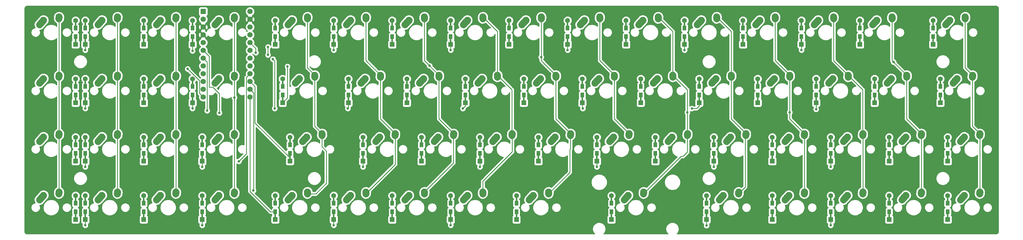
<source format=gbr>
G04 #@! TF.GenerationSoftware,KiCad,Pcbnew,(5.1.4)-1*
G04 #@! TF.CreationDate,2020-04-28T19:53:12-05:00*
G04 #@! TF.ProjectId,AugioS,41756769-6f53-42e6-9b69-6361645f7063,rev?*
G04 #@! TF.SameCoordinates,Original*
G04 #@! TF.FileFunction,Copper,L1,Top*
G04 #@! TF.FilePolarity,Positive*
%FSLAX46Y46*%
G04 Gerber Fmt 4.6, Leading zero omitted, Abs format (unit mm)*
G04 Created by KiCad (PCBNEW (5.1.4)-1) date 2020-04-28 19:53:12*
%MOMM*%
%LPD*%
G04 APERTURE LIST*
%ADD10C,2.250000*%
%ADD11C,2.250000*%
%ADD12R,1.600000X1.600000*%
%ADD13C,1.600000*%
%ADD14R,0.500000X2.900000*%
%ADD15R,1.200000X1.600000*%
%ADD16C,1.752600*%
%ADD17R,1.752600X1.752600*%
%ADD18C,0.800000*%
%ADD19C,0.254000*%
G04 APERTURE END LIST*
D10*
X122912500Y-114268750D03*
X122257501Y-114998750D03*
D11*
X121602500Y-115728750D02*
X122912502Y-114268750D01*
D10*
X127952500Y-113188750D03*
X127932500Y-113478750D03*
D11*
X127912500Y-113768750D02*
X127952500Y-113188750D01*
D10*
X-912500Y-95218750D03*
X-1567499Y-95948750D03*
D11*
X-2222500Y-96678750D02*
X-912498Y-95218750D01*
D10*
X4127500Y-94138750D03*
X4107500Y-94428750D03*
D11*
X4087500Y-94718750D02*
X4127500Y-94138750D01*
D10*
X280075000Y-152368750D03*
X279420001Y-153098750D03*
D11*
X278765000Y-153828750D02*
X280075002Y-152368750D01*
D10*
X285115000Y-151288750D03*
X285095000Y-151578750D03*
D11*
X285075000Y-151868750D02*
X285115000Y-151288750D01*
D10*
X261025000Y-152368750D03*
X260370001Y-153098750D03*
D11*
X259715000Y-153828750D02*
X261025002Y-152368750D01*
D10*
X266065000Y-151288750D03*
X266045000Y-151578750D03*
D11*
X266025000Y-151868750D02*
X266065000Y-151288750D01*
D10*
X241975000Y-152368750D03*
X241320001Y-153098750D03*
D11*
X240665000Y-153828750D02*
X241975002Y-152368750D01*
D10*
X247015000Y-151288750D03*
X246995000Y-151578750D03*
D11*
X246975000Y-151868750D02*
X247015000Y-151288750D01*
D10*
X222925000Y-152368750D03*
X222270001Y-153098750D03*
D11*
X221615000Y-153828750D02*
X222925002Y-152368750D01*
D10*
X227965000Y-151288750D03*
X227945000Y-151578750D03*
D11*
X227925000Y-151868750D02*
X227965000Y-151288750D01*
D10*
X201493750Y-152368750D03*
X200838751Y-153098750D03*
D11*
X200183750Y-153828750D02*
X201493752Y-152368750D01*
D10*
X206533750Y-151288750D03*
X206513750Y-151578750D03*
D11*
X206493750Y-151868750D02*
X206533750Y-151288750D01*
D10*
X139581250Y-152368750D03*
X138926251Y-153098750D03*
D11*
X138271250Y-153828750D02*
X139581252Y-152368750D01*
D10*
X144621250Y-151288750D03*
X144601250Y-151578750D03*
D11*
X144581250Y-151868750D02*
X144621250Y-151288750D01*
D10*
X118150000Y-152368750D03*
X117495001Y-153098750D03*
D11*
X116840000Y-153828750D02*
X118150002Y-152368750D01*
D10*
X123190000Y-151288750D03*
X123170000Y-151578750D03*
D11*
X123150000Y-151868750D02*
X123190000Y-151288750D01*
D10*
X99100000Y-152368750D03*
X98445001Y-153098750D03*
D11*
X97790000Y-153828750D02*
X99100002Y-152368750D01*
D10*
X104140000Y-151288750D03*
X104120000Y-151578750D03*
D11*
X104100000Y-151868750D02*
X104140000Y-151288750D01*
D10*
X80050000Y-152368750D03*
X79395001Y-153098750D03*
D11*
X78740000Y-153828750D02*
X80050002Y-152368750D01*
D10*
X85090000Y-151288750D03*
X85070000Y-151578750D03*
D11*
X85050000Y-151868750D02*
X85090000Y-151288750D01*
D10*
X61000000Y-152368750D03*
X60345001Y-153098750D03*
D11*
X59690000Y-153828750D02*
X61000002Y-152368750D01*
D10*
X66040000Y-151288750D03*
X66020000Y-151578750D03*
D11*
X66000000Y-151868750D02*
X66040000Y-151288750D01*
D10*
X37187500Y-152368750D03*
X36532501Y-153098750D03*
D11*
X35877500Y-153828750D02*
X37187502Y-152368750D01*
D10*
X42227500Y-151288750D03*
X42207500Y-151578750D03*
D11*
X42187500Y-151868750D02*
X42227500Y-151288750D01*
D10*
X18137500Y-152368750D03*
X17482501Y-153098750D03*
D11*
X16827500Y-153828750D02*
X18137502Y-152368750D01*
D10*
X23177500Y-151288750D03*
X23157500Y-151578750D03*
D11*
X23137500Y-151868750D02*
X23177500Y-151288750D01*
D10*
X-912500Y-152368750D03*
X-1567499Y-153098750D03*
D11*
X-2222500Y-153828750D02*
X-912498Y-152368750D01*
D10*
X4127500Y-151288750D03*
X4107500Y-151578750D03*
D11*
X4087500Y-151868750D02*
X4127500Y-151288750D01*
D10*
X-19962500Y-152368750D03*
X-20617499Y-153098750D03*
D11*
X-21272500Y-153828750D02*
X-19962498Y-152368750D01*
D10*
X-14922500Y-151288750D03*
X-14942500Y-151578750D03*
D11*
X-14962500Y-151868750D02*
X-14922500Y-151288750D01*
D10*
X280075000Y-133318750D03*
X279420001Y-134048750D03*
D11*
X278765000Y-134778750D02*
X280075002Y-133318750D01*
D10*
X285115000Y-132238750D03*
X285095000Y-132528750D03*
D11*
X285075000Y-132818750D02*
X285115000Y-132238750D01*
D10*
X261025000Y-133318750D03*
X260370001Y-134048750D03*
D11*
X259715000Y-134778750D02*
X261025002Y-133318750D01*
D10*
X266065000Y-132238750D03*
X266045000Y-132528750D03*
D11*
X266025000Y-132818750D02*
X266065000Y-132238750D01*
D10*
X241975000Y-133318750D03*
X241320001Y-134048750D03*
D11*
X240665000Y-134778750D02*
X241975002Y-133318750D01*
D10*
X247015000Y-132238750D03*
X246995000Y-132528750D03*
D11*
X246975000Y-132818750D02*
X247015000Y-132238750D01*
D10*
X222925000Y-133318750D03*
X222270001Y-134048750D03*
D11*
X221615000Y-134778750D02*
X222925002Y-133318750D01*
D10*
X227965000Y-132238750D03*
X227945000Y-132528750D03*
D11*
X227925000Y-132818750D02*
X227965000Y-132238750D01*
D10*
X203875000Y-133318750D03*
X203220001Y-134048750D03*
D11*
X202565000Y-134778750D02*
X203875002Y-133318750D01*
D10*
X208915000Y-132238750D03*
X208895000Y-132528750D03*
D11*
X208875000Y-132818750D02*
X208915000Y-132238750D01*
D10*
X184825000Y-133318750D03*
X184170001Y-134048750D03*
D11*
X183515000Y-134778750D02*
X184825002Y-133318750D01*
D10*
X189865000Y-132238750D03*
X189845000Y-132528750D03*
D11*
X189825000Y-132818750D02*
X189865000Y-132238750D01*
D10*
X165775000Y-133318750D03*
X165120001Y-134048750D03*
D11*
X164465000Y-134778750D02*
X165775002Y-133318750D01*
D10*
X170815000Y-132238750D03*
X170795000Y-132528750D03*
D11*
X170775000Y-132818750D02*
X170815000Y-132238750D01*
D10*
X146725000Y-133318750D03*
X146070001Y-134048750D03*
D11*
X145415000Y-134778750D02*
X146725002Y-133318750D01*
D10*
X151765000Y-132238750D03*
X151745000Y-132528750D03*
D11*
X151725000Y-132818750D02*
X151765000Y-132238750D01*
D10*
X127675000Y-133318750D03*
X127020001Y-134048750D03*
D11*
X126365000Y-134778750D02*
X127675002Y-133318750D01*
D10*
X132715000Y-132238750D03*
X132695000Y-132528750D03*
D11*
X132675000Y-132818750D02*
X132715000Y-132238750D01*
D10*
X108625000Y-133318750D03*
X107970001Y-134048750D03*
D11*
X107315000Y-134778750D02*
X108625002Y-133318750D01*
D10*
X113665000Y-132238750D03*
X113645000Y-132528750D03*
D11*
X113625000Y-132818750D02*
X113665000Y-132238750D01*
D10*
X89575000Y-133318750D03*
X88920001Y-134048750D03*
D11*
X88265000Y-134778750D02*
X89575002Y-133318750D01*
D10*
X94615000Y-132238750D03*
X94595000Y-132528750D03*
D11*
X94575000Y-132818750D02*
X94615000Y-132238750D01*
D10*
X65762500Y-133318750D03*
X65107501Y-134048750D03*
D11*
X64452500Y-134778750D02*
X65762502Y-133318750D01*
D10*
X70802500Y-132238750D03*
X70782500Y-132528750D03*
D11*
X70762500Y-132818750D02*
X70802500Y-132238750D01*
D10*
X37187500Y-133318750D03*
X36532501Y-134048750D03*
D11*
X35877500Y-134778750D02*
X37187502Y-133318750D01*
D10*
X42227500Y-132238750D03*
X42207500Y-132528750D03*
D11*
X42187500Y-132818750D02*
X42227500Y-132238750D01*
D10*
X18137500Y-133318750D03*
X17482501Y-134048750D03*
D11*
X16827500Y-134778750D02*
X18137502Y-133318750D01*
D10*
X23177500Y-132238750D03*
X23157500Y-132528750D03*
D11*
X23137500Y-132818750D02*
X23177500Y-132238750D01*
D10*
X-912500Y-133318750D03*
X-1567499Y-134048750D03*
D11*
X-2222500Y-134778750D02*
X-912498Y-133318750D01*
D10*
X4127500Y-132238750D03*
X4107500Y-132528750D03*
D11*
X4087500Y-132818750D02*
X4127500Y-132238750D01*
D10*
X-19962500Y-133318750D03*
X-20617499Y-134048750D03*
D11*
X-21272500Y-134778750D02*
X-19962498Y-133318750D01*
D10*
X-14922500Y-132238750D03*
X-14942500Y-132528750D03*
D11*
X-14962500Y-132818750D02*
X-14922500Y-132238750D01*
D10*
X277693750Y-114268750D03*
X277038751Y-114998750D03*
D11*
X276383750Y-115728750D02*
X277693752Y-114268750D01*
D10*
X282733750Y-113188750D03*
X282713750Y-113478750D03*
D11*
X282693750Y-113768750D02*
X282733750Y-113188750D01*
D10*
X256262500Y-114268750D03*
X255607501Y-114998750D03*
D11*
X254952500Y-115728750D02*
X256262502Y-114268750D01*
D10*
X261302500Y-113188750D03*
X261282500Y-113478750D03*
D11*
X261262500Y-113768750D02*
X261302500Y-113188750D01*
D10*
X237212500Y-114268750D03*
X236557501Y-114998750D03*
D11*
X235902500Y-115728750D02*
X237212502Y-114268750D01*
D10*
X242252500Y-113188750D03*
X242232500Y-113478750D03*
D11*
X242212500Y-113768750D02*
X242252500Y-113188750D01*
D10*
X218162500Y-114268750D03*
X217507501Y-114998750D03*
D11*
X216852500Y-115728750D02*
X218162502Y-114268750D01*
D10*
X223202500Y-113188750D03*
X223182500Y-113478750D03*
D11*
X223162500Y-113768750D02*
X223202500Y-113188750D01*
D10*
X199112500Y-114268750D03*
X198457501Y-114998750D03*
D11*
X197802500Y-115728750D02*
X199112502Y-114268750D01*
D10*
X204152500Y-113188750D03*
X204132500Y-113478750D03*
D11*
X204112500Y-113768750D02*
X204152500Y-113188750D01*
D10*
X180062500Y-114268750D03*
X179407501Y-114998750D03*
D11*
X178752500Y-115728750D02*
X180062502Y-114268750D01*
D10*
X185102500Y-113188750D03*
X185082500Y-113478750D03*
D11*
X185062500Y-113768750D02*
X185102500Y-113188750D01*
D10*
X161012500Y-114268750D03*
X160357501Y-114998750D03*
D11*
X159702500Y-115728750D02*
X161012502Y-114268750D01*
D10*
X166052500Y-113188750D03*
X166032500Y-113478750D03*
D11*
X166012500Y-113768750D02*
X166052500Y-113188750D01*
D10*
X141962500Y-114268750D03*
X141307501Y-114998750D03*
D11*
X140652500Y-115728750D02*
X141962502Y-114268750D01*
D10*
X147002500Y-113188750D03*
X146982500Y-113478750D03*
D11*
X146962500Y-113768750D02*
X147002500Y-113188750D01*
D10*
X103862500Y-114268750D03*
X103207501Y-114998750D03*
D11*
X102552500Y-115728750D02*
X103862502Y-114268750D01*
D10*
X108902500Y-113188750D03*
X108882500Y-113478750D03*
D11*
X108862500Y-113768750D02*
X108902500Y-113188750D01*
D10*
X84812500Y-114268750D03*
X84157501Y-114998750D03*
D11*
X83502500Y-115728750D02*
X84812502Y-114268750D01*
D10*
X89852500Y-113188750D03*
X89832500Y-113478750D03*
D11*
X89812500Y-113768750D02*
X89852500Y-113188750D01*
D10*
X63381250Y-114268750D03*
X62726251Y-114998750D03*
D11*
X62071250Y-115728750D02*
X63381252Y-114268750D01*
D10*
X68421250Y-113188750D03*
X68401250Y-113478750D03*
D11*
X68381250Y-113768750D02*
X68421250Y-113188750D01*
D10*
X37187500Y-114268750D03*
X36532501Y-114998750D03*
D11*
X35877500Y-115728750D02*
X37187502Y-114268750D01*
D10*
X42227500Y-113188750D03*
X42207500Y-113478750D03*
D11*
X42187500Y-113768750D02*
X42227500Y-113188750D01*
D10*
X18137500Y-114268750D03*
X17482501Y-114998750D03*
D11*
X16827500Y-115728750D02*
X18137502Y-114268750D01*
D10*
X23177500Y-113188750D03*
X23157500Y-113478750D03*
D11*
X23137500Y-113768750D02*
X23177500Y-113188750D01*
D10*
X-912500Y-114268750D03*
X-1567499Y-114998750D03*
D11*
X-2222500Y-115728750D02*
X-912498Y-114268750D01*
D10*
X4127500Y-113188750D03*
X4107500Y-113478750D03*
D11*
X4087500Y-113768750D02*
X4127500Y-113188750D01*
D10*
X-19962500Y-114268750D03*
X-20617499Y-114998750D03*
D11*
X-21272500Y-115728750D02*
X-19962498Y-114268750D01*
D10*
X-14922500Y-113188750D03*
X-14942500Y-113478750D03*
D11*
X-14962500Y-113768750D02*
X-14922500Y-113188750D01*
D10*
X275312500Y-95218750D03*
X274657501Y-95948750D03*
D11*
X274002500Y-96678750D02*
X275312502Y-95218750D01*
D10*
X280352500Y-94138750D03*
X280332500Y-94428750D03*
D11*
X280312500Y-94718750D02*
X280352500Y-94138750D01*
D10*
X251500000Y-95218750D03*
X250845001Y-95948750D03*
D11*
X250190000Y-96678750D02*
X251500002Y-95218750D01*
D10*
X256540000Y-94138750D03*
X256520000Y-94428750D03*
D11*
X256500000Y-94718750D02*
X256540000Y-94138750D01*
D10*
X232450000Y-95218750D03*
X231795001Y-95948750D03*
D11*
X231140000Y-96678750D02*
X232450002Y-95218750D01*
D10*
X237490000Y-94138750D03*
X237470000Y-94428750D03*
D11*
X237450000Y-94718750D02*
X237490000Y-94138750D01*
D10*
X213400000Y-95218750D03*
X212745001Y-95948750D03*
D11*
X212090000Y-96678750D02*
X213400002Y-95218750D01*
D10*
X218440000Y-94138750D03*
X218420000Y-94428750D03*
D11*
X218400000Y-94718750D02*
X218440000Y-94138750D01*
D10*
X194350000Y-95218750D03*
X193695001Y-95948750D03*
D11*
X193040000Y-96678750D02*
X194350002Y-95218750D01*
D10*
X199390000Y-94138750D03*
X199370000Y-94428750D03*
D11*
X199350000Y-94718750D02*
X199390000Y-94138750D01*
D10*
X175300000Y-95218750D03*
X174645001Y-95948750D03*
D11*
X173990000Y-96678750D02*
X175300002Y-95218750D01*
D10*
X180340000Y-94138750D03*
X180320000Y-94428750D03*
D11*
X180300000Y-94718750D02*
X180340000Y-94138750D01*
D10*
X156250000Y-95218750D03*
X155595001Y-95948750D03*
D11*
X154940000Y-96678750D02*
X156250002Y-95218750D01*
D10*
X161290000Y-94138750D03*
X161270000Y-94428750D03*
D11*
X161250000Y-94718750D02*
X161290000Y-94138750D01*
D10*
X137200000Y-95218750D03*
X136545001Y-95948750D03*
D11*
X135890000Y-96678750D02*
X137200002Y-95218750D01*
D10*
X142240000Y-94138750D03*
X142220000Y-94428750D03*
D11*
X142200000Y-94718750D02*
X142240000Y-94138750D01*
D10*
X118150000Y-95218750D03*
X117495001Y-95948750D03*
D11*
X116840000Y-96678750D02*
X118150002Y-95218750D01*
D10*
X123190000Y-94138750D03*
X123170000Y-94428750D03*
D11*
X123150000Y-94718750D02*
X123190000Y-94138750D01*
D10*
X99100000Y-95218750D03*
X98445001Y-95948750D03*
D11*
X97790000Y-96678750D02*
X99100002Y-95218750D01*
D10*
X104140000Y-94138750D03*
X104120000Y-94428750D03*
D11*
X104100000Y-94718750D02*
X104140000Y-94138750D01*
D10*
X80050000Y-95218750D03*
X79395001Y-95948750D03*
D11*
X78740000Y-96678750D02*
X80050002Y-95218750D01*
D10*
X85090000Y-94138750D03*
X85070000Y-94428750D03*
D11*
X85050000Y-94718750D02*
X85090000Y-94138750D01*
D10*
X61000000Y-95218750D03*
X60345001Y-95948750D03*
D11*
X59690000Y-96678750D02*
X61000002Y-95218750D01*
D10*
X66040000Y-94138750D03*
X66020000Y-94428750D03*
D11*
X66000000Y-94718750D02*
X66040000Y-94138750D01*
D10*
X37187500Y-95218750D03*
X36532501Y-95948750D03*
D11*
X35877500Y-96678750D02*
X37187502Y-95218750D01*
D10*
X42227500Y-94138750D03*
X42207500Y-94428750D03*
D11*
X42187500Y-94718750D02*
X42227500Y-94138750D01*
D10*
X18137500Y-95218750D03*
X17482501Y-95948750D03*
D11*
X16827500Y-96678750D02*
X18137502Y-95218750D01*
D10*
X23177500Y-94138750D03*
X23157500Y-94428750D03*
D11*
X23137500Y-94718750D02*
X23177500Y-94138750D01*
D10*
X-19962500Y-95218750D03*
X-20617499Y-95948750D03*
D11*
X-21272500Y-96678750D02*
X-19962498Y-95218750D01*
D10*
X-14922500Y-94138750D03*
X-14942500Y-94428750D03*
D11*
X-14962500Y-94718750D02*
X-14922500Y-94138750D01*
D10*
X170537500Y-152368750D03*
X169882501Y-153098750D03*
D11*
X169227500Y-153828750D02*
X170537502Y-152368750D01*
D10*
X175577500Y-151288750D03*
X175557500Y-151578750D03*
D11*
X175537500Y-151868750D02*
X175577500Y-151288750D01*
D12*
X165100000Y-160268750D03*
D13*
X165100000Y-152468750D03*
D14*
X165100000Y-158868750D03*
D15*
X165100000Y-157768750D03*
X165100000Y-154968750D03*
D14*
X165100000Y-153868750D03*
X-9525000Y-153868750D03*
D15*
X-9525000Y-154968750D03*
X-9525000Y-157768750D03*
D14*
X-9525000Y-158868750D03*
D13*
X-9525000Y-152468750D03*
D12*
X-9525000Y-160268750D03*
D14*
X-9525000Y-134818750D03*
D15*
X-9525000Y-135918750D03*
X-9525000Y-138718750D03*
D14*
X-9525000Y-139818750D03*
D13*
X-9525000Y-133418750D03*
D12*
X-9525000Y-141218750D03*
D14*
X-9525000Y-115768750D03*
D15*
X-9525000Y-116868750D03*
X-9525000Y-119668750D03*
D14*
X-9525000Y-120768750D03*
D13*
X-9525000Y-114368750D03*
D12*
X-9525000Y-122168750D03*
X-9525000Y-103118750D03*
D13*
X-9525000Y-95318750D03*
D14*
X-9525000Y-101718750D03*
D15*
X-9525000Y-100618750D03*
X-9525000Y-97818750D03*
D14*
X-9525000Y-96718750D03*
D12*
X255587500Y-160268750D03*
D13*
X255587500Y-152468750D03*
D14*
X255587500Y-158868750D03*
D15*
X255587500Y-157768750D03*
X255587500Y-154968750D03*
D14*
X255587500Y-153868750D03*
D12*
X217487500Y-160268750D03*
D13*
X217487500Y-152468750D03*
D14*
X217487500Y-158868750D03*
D15*
X217487500Y-157768750D03*
X217487500Y-154968750D03*
D14*
X217487500Y-153868750D03*
D12*
X134143750Y-160268750D03*
D13*
X134143750Y-152468750D03*
D14*
X134143750Y-158868750D03*
D15*
X134143750Y-157768750D03*
X134143750Y-154968750D03*
D14*
X134143750Y-153868750D03*
D12*
X93662500Y-160268750D03*
D13*
X93662500Y-152468750D03*
D14*
X93662500Y-158868750D03*
D15*
X93662500Y-157768750D03*
X93662500Y-154968750D03*
D14*
X93662500Y-153868750D03*
D12*
X55562500Y-160268750D03*
D13*
X55562500Y-152468750D03*
D14*
X55562500Y-158868750D03*
D15*
X55562500Y-157768750D03*
X55562500Y-154968750D03*
D14*
X55562500Y-153868750D03*
D12*
X12700000Y-160268750D03*
D13*
X12700000Y-152468750D03*
D14*
X12700000Y-158868750D03*
D15*
X12700000Y-157768750D03*
X12700000Y-154968750D03*
D14*
X12700000Y-153868750D03*
D12*
X274637500Y-160268750D03*
D13*
X274637500Y-152468750D03*
D14*
X274637500Y-158868750D03*
D15*
X274637500Y-157768750D03*
X274637500Y-154968750D03*
D14*
X274637500Y-153868750D03*
D12*
X236537500Y-160268750D03*
D13*
X236537500Y-152468750D03*
D14*
X236537500Y-158868750D03*
D15*
X236537500Y-157768750D03*
X236537500Y-154968750D03*
D14*
X236537500Y-153868750D03*
D12*
X196056250Y-160268750D03*
D13*
X196056250Y-152468750D03*
D14*
X196056250Y-158868750D03*
D15*
X196056250Y-157768750D03*
X196056250Y-154968750D03*
D14*
X196056250Y-153868750D03*
D12*
X112712500Y-160268750D03*
D13*
X112712500Y-152468750D03*
D14*
X112712500Y-158868750D03*
D15*
X112712500Y-157768750D03*
X112712500Y-154968750D03*
D14*
X112712500Y-153868750D03*
D12*
X74612500Y-160268750D03*
D13*
X74612500Y-152468750D03*
D14*
X74612500Y-158868750D03*
D15*
X74612500Y-157768750D03*
X74612500Y-154968750D03*
D14*
X74612500Y-153868750D03*
D12*
X31750000Y-160268750D03*
D13*
X31750000Y-152468750D03*
D14*
X31750000Y-158868750D03*
D15*
X31750000Y-157768750D03*
X31750000Y-154968750D03*
D14*
X31750000Y-153868750D03*
D12*
X-6350000Y-160268750D03*
D13*
X-6350000Y-152468750D03*
D14*
X-6350000Y-158868750D03*
D15*
X-6350000Y-157768750D03*
X-6350000Y-154968750D03*
D14*
X-6350000Y-153868750D03*
D12*
X255587500Y-141218750D03*
D13*
X255587500Y-133418750D03*
D14*
X255587500Y-139818750D03*
D15*
X255587500Y-138718750D03*
X255587500Y-135918750D03*
D14*
X255587500Y-134818750D03*
D12*
X217487500Y-141218750D03*
D13*
X217487500Y-133418750D03*
D14*
X217487500Y-139818750D03*
D15*
X217487500Y-138718750D03*
X217487500Y-135918750D03*
D14*
X217487500Y-134818750D03*
D12*
X179387500Y-141218750D03*
D13*
X179387500Y-133418750D03*
D14*
X179387500Y-139818750D03*
D15*
X179387500Y-138718750D03*
X179387500Y-135918750D03*
D14*
X179387500Y-134818750D03*
D12*
X141287500Y-141218750D03*
D13*
X141287500Y-133418750D03*
D14*
X141287500Y-139818750D03*
D15*
X141287500Y-138718750D03*
X141287500Y-135918750D03*
D14*
X141287500Y-134818750D03*
D12*
X103187500Y-141218750D03*
D13*
X103187500Y-133418750D03*
D14*
X103187500Y-139818750D03*
D15*
X103187500Y-138718750D03*
X103187500Y-135918750D03*
D14*
X103187500Y-134818750D03*
D12*
X60325000Y-141218750D03*
D13*
X60325000Y-133418750D03*
D14*
X60325000Y-139818750D03*
D15*
X60325000Y-138718750D03*
X60325000Y-135918750D03*
D14*
X60325000Y-134818750D03*
D12*
X12700000Y-141218750D03*
D13*
X12700000Y-133418750D03*
D14*
X12700000Y-139818750D03*
D15*
X12700000Y-138718750D03*
X12700000Y-135918750D03*
D14*
X12700000Y-134818750D03*
D12*
X274637500Y-141218750D03*
D13*
X274637500Y-133418750D03*
D14*
X274637500Y-139818750D03*
D15*
X274637500Y-138718750D03*
X274637500Y-135918750D03*
D14*
X274637500Y-134818750D03*
D12*
X236537500Y-141218750D03*
D13*
X236537500Y-133418750D03*
D14*
X236537500Y-139818750D03*
D15*
X236537500Y-138718750D03*
X236537500Y-135918750D03*
D14*
X236537500Y-134818750D03*
D12*
X198437500Y-141218750D03*
D13*
X198437500Y-133418750D03*
D14*
X198437500Y-139818750D03*
D15*
X198437500Y-138718750D03*
X198437500Y-135918750D03*
D14*
X198437500Y-134818750D03*
D12*
X160337500Y-141218750D03*
D13*
X160337500Y-133418750D03*
D14*
X160337500Y-139818750D03*
D15*
X160337500Y-138718750D03*
X160337500Y-135918750D03*
D14*
X160337500Y-134818750D03*
D12*
X122237500Y-141218750D03*
D13*
X122237500Y-133418750D03*
D14*
X122237500Y-139818750D03*
D15*
X122237500Y-138718750D03*
X122237500Y-135918750D03*
D14*
X122237500Y-134818750D03*
D12*
X84137500Y-141218750D03*
D13*
X84137500Y-133418750D03*
D14*
X84137500Y-139818750D03*
D15*
X84137500Y-138718750D03*
X84137500Y-135918750D03*
D14*
X84137500Y-134818750D03*
D12*
X31750000Y-141218750D03*
D13*
X31750000Y-133418750D03*
D14*
X31750000Y-139818750D03*
D15*
X31750000Y-138718750D03*
X31750000Y-135918750D03*
D14*
X31750000Y-134818750D03*
D12*
X-6350000Y-141218750D03*
D13*
X-6350000Y-133418750D03*
D14*
X-6350000Y-139818750D03*
D15*
X-6350000Y-138718750D03*
X-6350000Y-135918750D03*
D14*
X-6350000Y-134818750D03*
D12*
X250825000Y-122168750D03*
D13*
X250825000Y-114368750D03*
D14*
X250825000Y-120768750D03*
D15*
X250825000Y-119668750D03*
X250825000Y-116868750D03*
D14*
X250825000Y-115768750D03*
D12*
X212725000Y-122168750D03*
D13*
X212725000Y-114368750D03*
D14*
X212725000Y-120768750D03*
D15*
X212725000Y-119668750D03*
X212725000Y-116868750D03*
D14*
X212725000Y-115768750D03*
D12*
X174625000Y-122168750D03*
D13*
X174625000Y-114368750D03*
D14*
X174625000Y-120768750D03*
D15*
X174625000Y-119668750D03*
X174625000Y-116868750D03*
D14*
X174625000Y-115768750D03*
D12*
X136525000Y-122168750D03*
D13*
X136525000Y-114368750D03*
D14*
X136525000Y-120768750D03*
D15*
X136525000Y-119668750D03*
X136525000Y-116868750D03*
D14*
X136525000Y-115768750D03*
D12*
X98425000Y-122168750D03*
D13*
X98425000Y-114368750D03*
D14*
X98425000Y-120768750D03*
D15*
X98425000Y-119668750D03*
X98425000Y-116868750D03*
D14*
X98425000Y-115768750D03*
D12*
X57943750Y-122168750D03*
D13*
X57943750Y-114368750D03*
D14*
X57943750Y-120768750D03*
D15*
X57943750Y-119668750D03*
X57943750Y-116868750D03*
D14*
X57943750Y-115768750D03*
D12*
X12700000Y-122168750D03*
D13*
X12700000Y-114368750D03*
D14*
X12700000Y-120768750D03*
D15*
X12700000Y-119668750D03*
X12700000Y-116868750D03*
D14*
X12700000Y-115768750D03*
D12*
X272256250Y-122168750D03*
D13*
X272256250Y-114368750D03*
D14*
X272256250Y-120768750D03*
D15*
X272256250Y-119668750D03*
X272256250Y-116868750D03*
D14*
X272256250Y-115768750D03*
D12*
X231775000Y-122168750D03*
D13*
X231775000Y-114368750D03*
D14*
X231775000Y-120768750D03*
D15*
X231775000Y-119668750D03*
X231775000Y-116868750D03*
D14*
X231775000Y-115768750D03*
D12*
X193675000Y-122168750D03*
D13*
X193675000Y-114368750D03*
D14*
X193675000Y-120768750D03*
D15*
X193675000Y-119668750D03*
X193675000Y-116868750D03*
D14*
X193675000Y-115768750D03*
D12*
X155575000Y-122168750D03*
D13*
X155575000Y-114368750D03*
D14*
X155575000Y-120768750D03*
D15*
X155575000Y-119668750D03*
X155575000Y-116868750D03*
D14*
X155575000Y-115768750D03*
D12*
X117475000Y-122168750D03*
D13*
X117475000Y-114368750D03*
D14*
X117475000Y-120768750D03*
D15*
X117475000Y-119668750D03*
X117475000Y-116868750D03*
D14*
X117475000Y-115768750D03*
D12*
X79375000Y-122168750D03*
D13*
X79375000Y-114368750D03*
D14*
X79375000Y-120768750D03*
D15*
X79375000Y-119668750D03*
X79375000Y-116868750D03*
D14*
X79375000Y-115768750D03*
D12*
X28575000Y-122168750D03*
D13*
X28575000Y-114368750D03*
D14*
X28575000Y-120768750D03*
D15*
X28575000Y-119668750D03*
X28575000Y-116868750D03*
D14*
X28575000Y-115768750D03*
D12*
X-6350000Y-122168750D03*
D13*
X-6350000Y-114368750D03*
D14*
X-6350000Y-120768750D03*
D15*
X-6350000Y-119668750D03*
X-6350000Y-116868750D03*
D14*
X-6350000Y-115768750D03*
D12*
X246062500Y-103118750D03*
D13*
X246062500Y-95318750D03*
D14*
X246062500Y-101718750D03*
D15*
X246062500Y-100618750D03*
X246062500Y-97818750D03*
D14*
X246062500Y-96718750D03*
D12*
X207962500Y-103118750D03*
D13*
X207962500Y-95318750D03*
D14*
X207962500Y-101718750D03*
D15*
X207962500Y-100618750D03*
X207962500Y-97818750D03*
D14*
X207962500Y-96718750D03*
D12*
X169862500Y-103118750D03*
D13*
X169862500Y-95318750D03*
D14*
X169862500Y-101718750D03*
D15*
X169862500Y-100618750D03*
X169862500Y-97818750D03*
D14*
X169862500Y-96718750D03*
D12*
X131762500Y-103118750D03*
D13*
X131762500Y-95318750D03*
D14*
X131762500Y-101718750D03*
D15*
X131762500Y-100618750D03*
X131762500Y-97818750D03*
D14*
X131762500Y-96718750D03*
D12*
X93662500Y-103118750D03*
D13*
X93662500Y-95318750D03*
D14*
X93662500Y-101718750D03*
D15*
X93662500Y-100618750D03*
X93662500Y-97818750D03*
D14*
X93662500Y-96718750D03*
D12*
X55562500Y-103118750D03*
D13*
X55562500Y-95318750D03*
D14*
X55562500Y-101718750D03*
D15*
X55562500Y-100618750D03*
X55562500Y-97818750D03*
D14*
X55562500Y-96718750D03*
D12*
X12700000Y-103118750D03*
D13*
X12700000Y-95318750D03*
D14*
X12700000Y-101718750D03*
D15*
X12700000Y-100618750D03*
X12700000Y-97818750D03*
D14*
X12700000Y-96718750D03*
D12*
X269875000Y-103118750D03*
D13*
X269875000Y-95318750D03*
D14*
X269875000Y-101718750D03*
D15*
X269875000Y-100618750D03*
X269875000Y-97818750D03*
D14*
X269875000Y-96718750D03*
D12*
X227012500Y-103118750D03*
D13*
X227012500Y-95318750D03*
D14*
X227012500Y-101718750D03*
D15*
X227012500Y-100618750D03*
X227012500Y-97818750D03*
D14*
X227012500Y-96718750D03*
D12*
X188912500Y-103118750D03*
D13*
X188912500Y-95318750D03*
D14*
X188912500Y-101718750D03*
D15*
X188912500Y-100618750D03*
X188912500Y-97818750D03*
D14*
X188912500Y-96718750D03*
D12*
X150812500Y-103118750D03*
D13*
X150812500Y-95318750D03*
D14*
X150812500Y-101718750D03*
D15*
X150812500Y-100618750D03*
X150812500Y-97818750D03*
D14*
X150812500Y-96718750D03*
D12*
X112712500Y-103118750D03*
D13*
X112712500Y-95318750D03*
D14*
X112712500Y-101718750D03*
D15*
X112712500Y-100618750D03*
X112712500Y-97818750D03*
D14*
X112712500Y-96718750D03*
D12*
X74612500Y-103118750D03*
D13*
X74612500Y-95318750D03*
D14*
X74612500Y-101718750D03*
D15*
X74612500Y-100618750D03*
X74612500Y-97818750D03*
D14*
X74612500Y-96718750D03*
D12*
X28575000Y-103118750D03*
D13*
X28575000Y-95318750D03*
D14*
X28575000Y-101718750D03*
D15*
X28575000Y-100618750D03*
X28575000Y-97818750D03*
D14*
X28575000Y-96718750D03*
D12*
X-6350000Y-103118750D03*
D13*
X-6350000Y-95318750D03*
D14*
X-6350000Y-101718750D03*
D15*
X-6350000Y-100618750D03*
X-6350000Y-97818750D03*
D14*
X-6350000Y-96718750D03*
D16*
X47307500Y-92392500D03*
X32067500Y-120332500D03*
X47307500Y-94932500D03*
X47307500Y-97472500D03*
X47307500Y-100012500D03*
X47307500Y-102552500D03*
X47307500Y-105092500D03*
X47307500Y-107632500D03*
X47307500Y-110172500D03*
X47307500Y-112712500D03*
X47307500Y-115252500D03*
X47307500Y-117792500D03*
X47307500Y-120332500D03*
X32067500Y-117792500D03*
X32067500Y-115252500D03*
X32067500Y-112712500D03*
X32067500Y-110172500D03*
X32067500Y-107632500D03*
X32067500Y-105092500D03*
X32067500Y-102552500D03*
X32067500Y-100012500D03*
X32067500Y-97472500D03*
X32067500Y-94932500D03*
D17*
X32067500Y-92392500D03*
D18*
X227012500Y-104972751D03*
X188912500Y-104972751D03*
X150812500Y-104972751D03*
X112712500Y-104972751D03*
X74612500Y-104972751D03*
X49212500Y-105819500D03*
X-6350000Y-104972751D03*
X28575000Y-105241915D03*
X-6350000Y-124022751D03*
X28575000Y-124022751D03*
X191293750Y-124022751D03*
X231775000Y-124295741D03*
X116681250Y-124022751D03*
X155772751Y-124022751D03*
X79177249Y-124022751D03*
X54768750Y-107950000D03*
X55364749Y-124022751D03*
X59531250Y-110331250D03*
X43656250Y-141287500D03*
X-6350000Y-143072751D03*
X31750000Y-143072751D03*
X84137500Y-143072751D03*
X122237500Y-143072751D03*
X160337500Y-143072751D03*
X198437500Y-143072751D03*
X236537500Y-143072751D03*
X-6350000Y-162122751D03*
X31750000Y-162122751D03*
X74612500Y-162122751D03*
X112712500Y-162122751D03*
X196056250Y-162229749D03*
X236537500Y-162122751D03*
X48418750Y-150812500D03*
X26987500Y-111125000D03*
X42227500Y-120491250D03*
X105806875Y-110093125D03*
X142200000Y-107275000D03*
X33337500Y-124749751D03*
X189825000Y-125293750D03*
X37306250Y-125476751D03*
X223162500Y-125293750D03*
X53181250Y-103981250D03*
X53181250Y-106546500D03*
X257016250Y-108902500D03*
D19*
X227012500Y-104972751D02*
X227012500Y-103118750D01*
X188912500Y-104972751D02*
X188912500Y-103118750D01*
X150812500Y-104972751D02*
X150812500Y-103118750D01*
X112712500Y-104972751D02*
X112712500Y-103118750D01*
X74612500Y-104972751D02*
X74612500Y-103118750D01*
X49212500Y-104457500D02*
X47307500Y-102552500D01*
X49212500Y-105819500D02*
X49212500Y-104457500D01*
X-6350000Y-103118750D02*
X-6350000Y-104972751D01*
X28575000Y-105241915D02*
X28575000Y-103118750D01*
X-6350000Y-122168750D02*
X-6350000Y-124022751D01*
X28575000Y-124022751D02*
X28575000Y-122168750D01*
X191859435Y-124022751D02*
X191293750Y-124022751D01*
X192874999Y-124022751D02*
X191859435Y-124022751D01*
X193675000Y-123222750D02*
X192874999Y-124022751D01*
X193675000Y-122168750D02*
X193675000Y-123222750D01*
X231775000Y-122168750D02*
X231775000Y-124295741D01*
X117475000Y-122168750D02*
X117475000Y-123229001D01*
X117475000Y-123229001D02*
X116681250Y-124022751D01*
X155575000Y-123825000D02*
X155772751Y-124022751D01*
X155575000Y-122168750D02*
X155575000Y-123825000D01*
X79375000Y-123825000D02*
X79177249Y-124022751D01*
X79375000Y-122168750D02*
X79375000Y-123825000D01*
X55364749Y-108545999D02*
X55364749Y-124022751D01*
X54768750Y-107950000D02*
X55364749Y-108545999D01*
X59531250Y-120581250D02*
X57943750Y-122168750D01*
X59531250Y-110331250D02*
X59531250Y-120581250D01*
X46104199Y-138839551D02*
X43656250Y-141287500D01*
X47307500Y-112712500D02*
X46104199Y-113915801D01*
X46104199Y-113915801D02*
X46104199Y-138839551D01*
X-6350000Y-141218750D02*
X-6350000Y-143072751D01*
X31750000Y-143072751D02*
X31750000Y-141218750D01*
X84137500Y-143072751D02*
X84137500Y-141218750D01*
X122237500Y-143072751D02*
X122237500Y-141218750D01*
X160337500Y-143072751D02*
X160337500Y-141218750D01*
X198437500Y-143072751D02*
X198437500Y-141218750D01*
X236537500Y-143072751D02*
X236537500Y-141218750D01*
X60325000Y-140164750D02*
X60325000Y-141218750D01*
X48964811Y-128804561D02*
X60325000Y-140164750D01*
X48964811Y-116909811D02*
X48964811Y-128804561D01*
X47307500Y-115252500D02*
X48964811Y-116909811D01*
X-6350000Y-160268750D02*
X-6350000Y-162122751D01*
X31750000Y-162122751D02*
X31750000Y-160268750D01*
X74612500Y-162122751D02*
X74612500Y-160268750D01*
X112712500Y-162122751D02*
X112712500Y-160268750D01*
X196056250Y-162229749D02*
X196056250Y-160268750D01*
X236537500Y-162122751D02*
X236537500Y-160268750D01*
X48510801Y-150720449D02*
X48418750Y-150812500D01*
X47307500Y-117792500D02*
X48510801Y-118995801D01*
X48510801Y-118995801D02*
X48510801Y-150720449D01*
X54708500Y-157768750D02*
X55562500Y-157768750D01*
X53958500Y-157768750D02*
X54708500Y-157768750D01*
X47307500Y-151117750D02*
X53958500Y-157768750D01*
X47307500Y-120332500D02*
X47307500Y-151117750D01*
X-14922500Y-113728750D02*
X-14962500Y-113768750D01*
X-14922500Y-94758750D02*
X-14922500Y-113728750D01*
X-14962500Y-94718750D02*
X-14922500Y-94758750D01*
X-14922500Y-132778750D02*
X-14962500Y-132818750D01*
X-14962500Y-113768750D02*
X-14922500Y-113808750D01*
X-14922500Y-132858750D02*
X-14922500Y-151288750D01*
X-14962500Y-132818750D02*
X-14922500Y-132858750D01*
X4127500Y-151828750D02*
X4127500Y-132238750D01*
X4087500Y-151868750D02*
X4127500Y-151828750D01*
X4087500Y-132818750D02*
X4127500Y-132778750D01*
X4127500Y-94758750D02*
X4087500Y-94718750D01*
X4127500Y-113728750D02*
X4127500Y-94758750D01*
X4087500Y-113768750D02*
X4127500Y-113728750D01*
X4127500Y-132778750D02*
X4127500Y-128746250D01*
X4127500Y-128746250D02*
X4127500Y-113188750D01*
X-14922500Y-113808750D02*
X-14922500Y-128746250D01*
X-14922500Y-128746250D02*
X-14922500Y-132778750D01*
X30864199Y-115001699D02*
X26987500Y-111125000D01*
X32067500Y-120332500D02*
X30864199Y-119129199D01*
X30864199Y-119129199D02*
X30864199Y-115001699D01*
X23177500Y-132858750D02*
X23137500Y-132818750D01*
X23177500Y-151828750D02*
X23177500Y-132858750D01*
X23137500Y-151868750D02*
X23177500Y-151828750D01*
X23177500Y-113808750D02*
X23137500Y-113768750D01*
X23137500Y-132818750D02*
X23177500Y-132778750D01*
X23177500Y-94758750D02*
X23137500Y-94718750D01*
X23177500Y-113728750D02*
X23177500Y-94758750D01*
X23137500Y-113768750D02*
X23177500Y-113728750D01*
X42227500Y-113728750D02*
X42187500Y-113768750D01*
X42227500Y-94758750D02*
X42227500Y-113728750D01*
X42187500Y-94718750D02*
X42227500Y-94758750D01*
X42227500Y-132778750D02*
X42187500Y-132818750D01*
X42187500Y-113768750D02*
X42227500Y-113808750D01*
X42227500Y-151828750D02*
X42187500Y-151868750D01*
X42227500Y-132858750D02*
X42227500Y-151828750D01*
X42187500Y-132818750D02*
X42227500Y-132858750D01*
X42227500Y-113808750D02*
X42227500Y-120491250D01*
X23177500Y-129222500D02*
X23177500Y-129314500D01*
X23177500Y-129222500D02*
X23177500Y-113808750D01*
X23177500Y-132778750D02*
X23177500Y-129222500D01*
X42227500Y-120491250D02*
X42227500Y-129222500D01*
X42227500Y-129222500D02*
X42227500Y-132778750D01*
X66000000Y-110767500D02*
X68421250Y-113188750D01*
X66000000Y-94718750D02*
X66000000Y-110767500D01*
X68381250Y-129817500D02*
X70802500Y-132238750D01*
X68381250Y-113768750D02*
X68381250Y-129817500D01*
X94615000Y-132858750D02*
X94575000Y-132818750D01*
X94615000Y-142303750D02*
X94615000Y-132858750D01*
X85050000Y-151868750D02*
X94615000Y-142303750D01*
X85090000Y-94758750D02*
X85050000Y-94718750D01*
X85050000Y-108386250D02*
X89852500Y-113188750D01*
X85050000Y-94718750D02*
X85050000Y-108386250D01*
X94575000Y-132198750D02*
X94575000Y-132818750D01*
X89812500Y-127436250D02*
X94575000Y-132198750D01*
X89812500Y-113768750D02*
X89812500Y-127436250D01*
X66000000Y-151868750D02*
X68793750Y-151868750D01*
X68793750Y-151868750D02*
X72231250Y-148431250D01*
X70762500Y-136517712D02*
X70762500Y-132818750D01*
X72231250Y-137986462D02*
X70762500Y-136517712D01*
X72231250Y-148431250D02*
X72231250Y-137986462D01*
X113625000Y-132198750D02*
X113625000Y-132818750D01*
X104100000Y-151328750D02*
X104100000Y-151868750D01*
X113625000Y-141803750D02*
X104100000Y-151328750D01*
X113625000Y-132818750D02*
X113625000Y-141803750D01*
X132715000Y-133829740D02*
X132715000Y-132238750D01*
X132715000Y-138213684D02*
X132715000Y-133829740D01*
X123150000Y-147778684D02*
X132715000Y-138213684D01*
X123150000Y-151868750D02*
X123150000Y-147778684D01*
X123770000Y-94718750D02*
X123150000Y-94718750D01*
X127912500Y-98861250D02*
X123770000Y-94718750D01*
X127912500Y-113768750D02*
X127912500Y-98861250D01*
X104100000Y-94718750D02*
X104100000Y-108386250D01*
X108862500Y-127436250D02*
X113665000Y-132238750D01*
X108862500Y-113768750D02*
X108862500Y-127436250D01*
X128532500Y-113768750D02*
X127912500Y-113768750D01*
X132675000Y-117911250D02*
X128532500Y-113768750D01*
X132675000Y-132818750D02*
X132675000Y-117911250D01*
X104100000Y-108386250D02*
X105806875Y-110093125D01*
X105806875Y-110093125D02*
X108902500Y-113188750D01*
X151545901Y-144904099D02*
X144581250Y-151868750D01*
X151545901Y-137379099D02*
X151545901Y-144904099D01*
X151725000Y-137200000D02*
X151545901Y-137379099D01*
X151725000Y-132818750D02*
X151725000Y-137200000D01*
X166012500Y-113148750D02*
X166012500Y-113768750D01*
X161250000Y-108386250D02*
X166012500Y-113148750D01*
X161250000Y-94718750D02*
X161250000Y-108386250D01*
X166012500Y-127436250D02*
X170815000Y-132238750D01*
X166012500Y-113768750D02*
X166012500Y-127436250D01*
X146962500Y-127436250D02*
X151765000Y-132238750D01*
X146962500Y-113768750D02*
X146962500Y-127436250D01*
X142200000Y-108386250D02*
X143113125Y-109299375D01*
X143113125Y-109299375D02*
X147002500Y-113188750D01*
X142200000Y-94718750D02*
X142200000Y-107275000D01*
X142200000Y-107275000D02*
X142200000Y-108386250D01*
X189825000Y-138253684D02*
X189825000Y-132818750D01*
X188439033Y-139639651D02*
X189825000Y-138253684D01*
X187766599Y-139639651D02*
X188439033Y-139639651D01*
X175537500Y-151868750D02*
X187766599Y-139639651D01*
X208695901Y-149666599D02*
X206493750Y-151868750D01*
X208695901Y-132997849D02*
X208695901Y-149666599D01*
X208875000Y-132818750D02*
X208695901Y-132997849D01*
X32067500Y-107632500D02*
X33337500Y-108902500D01*
X33337500Y-108902500D02*
X33337500Y-124749751D01*
X189825000Y-132818750D02*
X189825000Y-125293750D01*
X185682500Y-113768750D02*
X185062500Y-113768750D01*
X189825000Y-117911250D02*
X185682500Y-113768750D01*
X189825000Y-125293750D02*
X189825000Y-117911250D01*
X185062500Y-98861250D02*
X180340000Y-94138750D01*
X185062500Y-113768750D02*
X185062500Y-98861250D01*
X204112500Y-98861250D02*
X199390000Y-94138750D01*
X204112500Y-113768750D02*
X204112500Y-98861250D01*
X208875000Y-132198750D02*
X208875000Y-132818750D01*
X204112500Y-127436250D02*
X208875000Y-132198750D01*
X204112500Y-113768750D02*
X204112500Y-127436250D01*
X227965000Y-132858750D02*
X227925000Y-132818750D01*
X227965000Y-151828750D02*
X227965000Y-132858750D01*
X227925000Y-151868750D02*
X227965000Y-151828750D01*
X218440000Y-94758750D02*
X218400000Y-94718750D01*
X246975000Y-132198750D02*
X246975000Y-132818750D01*
X247015000Y-151828750D02*
X246975000Y-151868750D01*
X247015000Y-132858750D02*
X247015000Y-151828750D01*
X246975000Y-132818750D02*
X247015000Y-132858750D01*
X37306250Y-119188538D02*
X37306250Y-125476751D01*
X35184461Y-117066749D02*
X37306250Y-119188538D01*
X34030539Y-117066749D02*
X35184461Y-117066749D01*
X32067500Y-105092500D02*
X34030539Y-107055539D01*
X34030539Y-107055539D02*
X34030539Y-117066749D01*
X242832500Y-113768750D02*
X242212500Y-113768750D01*
X246975000Y-117911250D02*
X242832500Y-113768750D01*
X246975000Y-132818750D02*
X246975000Y-117911250D01*
X237490000Y-94758750D02*
X237450000Y-94718750D01*
X237490000Y-108426250D02*
X237490000Y-94758750D01*
X242252500Y-113188750D02*
X237490000Y-108426250D01*
X223162500Y-113148750D02*
X223162500Y-113768750D01*
X218400000Y-108386250D02*
X223162500Y-113148750D01*
X218400000Y-94718750D02*
X218400000Y-108386250D01*
X227925000Y-132198750D02*
X227925000Y-132818750D01*
X223162500Y-127436250D02*
X227925000Y-132198750D01*
X223162500Y-113768750D02*
X223162500Y-125293750D01*
X223162500Y-125293750D02*
X223162500Y-127436250D01*
X266065000Y-132858750D02*
X266025000Y-132818750D01*
X266065000Y-151828750D02*
X266065000Y-132858750D01*
X266025000Y-151868750D02*
X266065000Y-151828750D01*
X256540000Y-94758750D02*
X256500000Y-94718750D01*
X282693750Y-113148750D02*
X282693750Y-113768750D01*
X280312500Y-110767500D02*
X282693750Y-113148750D01*
X280312500Y-94718750D02*
X280312500Y-110767500D01*
X282693750Y-129817500D02*
X285115000Y-132238750D01*
X282693750Y-113768750D02*
X282693750Y-129817500D01*
X285115000Y-151828750D02*
X285075000Y-151868750D01*
X285115000Y-132858750D02*
X285115000Y-151828750D01*
X285075000Y-132818750D02*
X285115000Y-132858750D01*
X53181250Y-103981250D02*
X53181250Y-106546500D01*
X256500000Y-94718750D02*
X256500000Y-108386250D01*
X261262500Y-127436250D02*
X266065000Y-132238750D01*
X261262500Y-113768750D02*
X261262500Y-127436250D01*
X256500000Y-108386250D02*
X257016250Y-108902500D01*
X257016250Y-108902500D02*
X261302500Y-113188750D01*
G36*
X290669525Y-90643971D02*
G01*
X290929373Y-90855899D01*
X291143108Y-91114260D01*
X291179250Y-91181104D01*
X291179250Y-164407848D01*
X291149779Y-164463275D01*
X290937851Y-164723123D01*
X290679492Y-164936856D01*
X290612645Y-164973000D01*
X186409536Y-164973000D01*
X186652504Y-164730032D01*
X186888781Y-164376420D01*
X187051530Y-163983507D01*
X187134500Y-163566393D01*
X187134500Y-163141107D01*
X187051530Y-162723993D01*
X186888781Y-162331080D01*
X186652504Y-161977468D01*
X186351782Y-161676746D01*
X185998170Y-161440469D01*
X185605257Y-161277720D01*
X185188143Y-161194750D01*
X184762857Y-161194750D01*
X184345743Y-161277720D01*
X183952830Y-161440469D01*
X183599218Y-161676746D01*
X183298496Y-161977468D01*
X183062219Y-162331080D01*
X182899470Y-162723993D01*
X182816500Y-163141107D01*
X182816500Y-163566393D01*
X182899470Y-163983507D01*
X183062219Y-164376420D01*
X183298496Y-164730032D01*
X183541464Y-164973000D01*
X162533536Y-164973000D01*
X162776504Y-164730032D01*
X163012781Y-164376420D01*
X163175530Y-163983507D01*
X163258500Y-163566393D01*
X163258500Y-163141107D01*
X163175530Y-162723993D01*
X163012781Y-162331080D01*
X162776504Y-161977468D01*
X162475782Y-161676746D01*
X162122170Y-161440469D01*
X161729257Y-161277720D01*
X161312143Y-161194750D01*
X160886857Y-161194750D01*
X160469743Y-161277720D01*
X160076830Y-161440469D01*
X159723218Y-161676746D01*
X159422496Y-161977468D01*
X159186219Y-162331080D01*
X159023470Y-162723993D01*
X158940500Y-163141107D01*
X158940500Y-163566393D01*
X159023470Y-163983507D01*
X159186219Y-164376420D01*
X159422496Y-164730032D01*
X159665464Y-164973000D01*
X-25501598Y-164973000D01*
X-25557025Y-164943529D01*
X-25816873Y-164731601D01*
X-26030606Y-164473242D01*
X-26066750Y-164406395D01*
X-26066750Y-159468750D01*
X-10963072Y-159468750D01*
X-10963072Y-161068750D01*
X-10950812Y-161193232D01*
X-10914502Y-161312930D01*
X-10855537Y-161423244D01*
X-10776185Y-161519935D01*
X-10679494Y-161599287D01*
X-10569180Y-161658252D01*
X-10449482Y-161694562D01*
X-10325000Y-161706822D01*
X-8725000Y-161706822D01*
X-8600518Y-161694562D01*
X-8480820Y-161658252D01*
X-8370506Y-161599287D01*
X-8273815Y-161519935D01*
X-8194463Y-161423244D01*
X-8135498Y-161312930D01*
X-8099188Y-161193232D01*
X-8086928Y-161068750D01*
X-8086928Y-159468750D01*
X-7788072Y-159468750D01*
X-7788072Y-161068750D01*
X-7775812Y-161193232D01*
X-7739502Y-161312930D01*
X-7680537Y-161423244D01*
X-7601185Y-161519935D01*
X-7504494Y-161599287D01*
X-7394180Y-161658252D01*
X-7290857Y-161689595D01*
X-7345226Y-161820853D01*
X-7385000Y-162020812D01*
X-7385000Y-162224690D01*
X-7345226Y-162424649D01*
X-7267205Y-162613007D01*
X-7153937Y-162782525D01*
X-7009774Y-162926688D01*
X-6840256Y-163039956D01*
X-6651898Y-163117977D01*
X-6451939Y-163157751D01*
X-6248061Y-163157751D01*
X-6048102Y-163117977D01*
X-5859744Y-163039956D01*
X-5690226Y-162926688D01*
X-5546063Y-162782525D01*
X-5432795Y-162613007D01*
X-5354774Y-162424649D01*
X-5315000Y-162224690D01*
X-5315000Y-162020812D01*
X-5354774Y-161820853D01*
X-5409143Y-161689595D01*
X-5305820Y-161658252D01*
X-5195506Y-161599287D01*
X-5098815Y-161519935D01*
X-5019463Y-161423244D01*
X-4960498Y-161312930D01*
X-4924188Y-161193232D01*
X-4911928Y-161068750D01*
X-4911928Y-159468750D01*
X11261928Y-159468750D01*
X11261928Y-161068750D01*
X11274188Y-161193232D01*
X11310498Y-161312930D01*
X11369463Y-161423244D01*
X11448815Y-161519935D01*
X11545506Y-161599287D01*
X11655820Y-161658252D01*
X11775518Y-161694562D01*
X11900000Y-161706822D01*
X13500000Y-161706822D01*
X13624482Y-161694562D01*
X13744180Y-161658252D01*
X13854494Y-161599287D01*
X13951185Y-161519935D01*
X14030537Y-161423244D01*
X14089502Y-161312930D01*
X14125812Y-161193232D01*
X14138072Y-161068750D01*
X14138072Y-159468750D01*
X30311928Y-159468750D01*
X30311928Y-161068750D01*
X30324188Y-161193232D01*
X30360498Y-161312930D01*
X30419463Y-161423244D01*
X30498815Y-161519935D01*
X30595506Y-161599287D01*
X30705820Y-161658252D01*
X30809143Y-161689595D01*
X30754774Y-161820853D01*
X30715000Y-162020812D01*
X30715000Y-162224690D01*
X30754774Y-162424649D01*
X30832795Y-162613007D01*
X30946063Y-162782525D01*
X31090226Y-162926688D01*
X31259744Y-163039956D01*
X31448102Y-163117977D01*
X31648061Y-163157751D01*
X31851939Y-163157751D01*
X32051898Y-163117977D01*
X32240256Y-163039956D01*
X32409774Y-162926688D01*
X32553937Y-162782525D01*
X32667205Y-162613007D01*
X32745226Y-162424649D01*
X32785000Y-162224690D01*
X32785000Y-162020812D01*
X32745226Y-161820853D01*
X32690857Y-161689595D01*
X32794180Y-161658252D01*
X32904494Y-161599287D01*
X33001185Y-161519935D01*
X33080537Y-161423244D01*
X33139502Y-161312930D01*
X33175812Y-161193232D01*
X33188072Y-161068750D01*
X33188072Y-159468750D01*
X33175812Y-159344268D01*
X33139502Y-159224570D01*
X33080537Y-159114256D01*
X33001185Y-159017565D01*
X32904494Y-158938213D01*
X32879303Y-158924748D01*
X32880537Y-158923244D01*
X32939502Y-158812930D01*
X32975812Y-158693232D01*
X32988072Y-158568750D01*
X32988072Y-156968750D01*
X32975812Y-156844268D01*
X32939502Y-156724570D01*
X32880537Y-156614256D01*
X32801185Y-156517565D01*
X32704494Y-156438213D01*
X32594180Y-156379248D01*
X32559573Y-156368750D01*
X32594180Y-156358252D01*
X32704494Y-156299287D01*
X32801071Y-156220028D01*
X33097500Y-156220028D01*
X33097500Y-156517472D01*
X33155529Y-156809201D01*
X33269356Y-157084003D01*
X33434607Y-157331319D01*
X33644931Y-157541643D01*
X33892247Y-157706894D01*
X34167049Y-157820721D01*
X34458778Y-157878750D01*
X34756222Y-157878750D01*
X35047951Y-157820721D01*
X35322753Y-157706894D01*
X35570069Y-157541643D01*
X35780393Y-157331319D01*
X35945644Y-157084003D01*
X36059471Y-156809201D01*
X36117500Y-156517472D01*
X36117500Y-156220028D01*
X36095580Y-156109826D01*
X37058600Y-156109826D01*
X37058600Y-156627674D01*
X37159627Y-157135572D01*
X37357799Y-157614001D01*
X37645500Y-158044576D01*
X38011674Y-158410750D01*
X38442249Y-158698451D01*
X38920678Y-158896623D01*
X39428576Y-158997650D01*
X39946424Y-158997650D01*
X40454322Y-158896623D01*
X40932751Y-158698451D01*
X41363326Y-158410750D01*
X41729500Y-158044576D01*
X42017201Y-157614001D01*
X42215373Y-157135572D01*
X42316400Y-156627674D01*
X42316400Y-156220028D01*
X43257500Y-156220028D01*
X43257500Y-156517472D01*
X43315529Y-156809201D01*
X43429356Y-157084003D01*
X43594607Y-157331319D01*
X43804931Y-157541643D01*
X44052247Y-157706894D01*
X44327049Y-157820721D01*
X44618778Y-157878750D01*
X44916222Y-157878750D01*
X45207951Y-157820721D01*
X45482753Y-157706894D01*
X45730069Y-157541643D01*
X45940393Y-157331319D01*
X46105644Y-157084003D01*
X46219471Y-156809201D01*
X46277500Y-156517472D01*
X46277500Y-156220028D01*
X46219471Y-155928299D01*
X46105644Y-155653497D01*
X45940393Y-155406181D01*
X45730069Y-155195857D01*
X45482753Y-155030606D01*
X45207951Y-154916779D01*
X44916222Y-154858750D01*
X44618778Y-154858750D01*
X44327049Y-154916779D01*
X44052247Y-155030606D01*
X43804931Y-155195857D01*
X43594607Y-155406181D01*
X43429356Y-155653497D01*
X43315529Y-155928299D01*
X43257500Y-156220028D01*
X42316400Y-156220028D01*
X42316400Y-156109826D01*
X42215373Y-155601928D01*
X42017201Y-155123499D01*
X41729500Y-154692924D01*
X41363326Y-154326750D01*
X40932751Y-154039049D01*
X40454322Y-153840877D01*
X39946424Y-153739850D01*
X39428576Y-153739850D01*
X38920678Y-153840877D01*
X38442249Y-154039049D01*
X38011674Y-154326750D01*
X37645500Y-154692924D01*
X37357799Y-155123499D01*
X37159627Y-155601928D01*
X37058600Y-156109826D01*
X36095580Y-156109826D01*
X36059471Y-155928299D01*
X35945644Y-155653497D01*
X35904314Y-155591642D01*
X35973126Y-155594677D01*
X36315804Y-155542089D01*
X36641639Y-155423659D01*
X36938107Y-155243937D01*
X37129743Y-155068492D01*
X38465700Y-153579566D01*
X38554581Y-153490685D01*
X38629327Y-153378820D01*
X38708944Y-153270337D01*
X38725479Y-153234919D01*
X38747192Y-153202423D01*
X38798675Y-153078132D01*
X38855601Y-152956195D01*
X38864910Y-152918226D01*
X38879864Y-152882123D01*
X38906110Y-152750176D01*
X38938153Y-152619477D01*
X38939875Y-152580427D01*
X38947500Y-152542095D01*
X38947500Y-152407552D01*
X38953429Y-152273124D01*
X38947500Y-152234489D01*
X38947500Y-152195405D01*
X38921251Y-152063441D01*
X38900841Y-151930446D01*
X38887489Y-151893711D01*
X38879864Y-151855377D01*
X38828374Y-151731070D01*
X38782411Y-151604611D01*
X38762150Y-151571188D01*
X38747192Y-151535077D01*
X38672435Y-151423196D01*
X38602689Y-151308143D01*
X38576298Y-151279316D01*
X38554581Y-151246815D01*
X38459434Y-151151668D01*
X38368583Y-151052433D01*
X38337075Y-151029309D01*
X38309435Y-151001669D01*
X38197550Y-150926909D01*
X38089088Y-150847308D01*
X38053676Y-150830776D01*
X38021173Y-150809058D01*
X37896853Y-150757563D01*
X37774946Y-150700651D01*
X37736986Y-150691345D01*
X37700873Y-150676386D01*
X37568888Y-150650132D01*
X37438228Y-150618099D01*
X37399189Y-150616377D01*
X37360845Y-150608750D01*
X37226258Y-150608750D01*
X37091875Y-150602823D01*
X37053253Y-150608750D01*
X37014155Y-150608750D01*
X36882144Y-150635009D01*
X36749197Y-150655411D01*
X36712476Y-150668758D01*
X36674127Y-150676386D01*
X36549769Y-150727897D01*
X36423363Y-150773841D01*
X36389954Y-150794094D01*
X36353827Y-150809058D01*
X36241900Y-150883845D01*
X36126894Y-150953563D01*
X36098078Y-150979945D01*
X36065565Y-151001669D01*
X35970387Y-151096847D01*
X35935258Y-151129008D01*
X35909337Y-151157897D01*
X35820419Y-151246815D01*
X35793773Y-151286693D01*
X34509784Y-152717703D01*
X34356058Y-152927164D01*
X34209401Y-153241306D01*
X34126849Y-153578024D01*
X34111573Y-153924376D01*
X34164161Y-154267054D01*
X34282591Y-154592889D01*
X34445375Y-154861416D01*
X34167049Y-154916779D01*
X33892247Y-155030606D01*
X33644931Y-155195857D01*
X33434607Y-155406181D01*
X33269356Y-155653497D01*
X33155529Y-155928299D01*
X33097500Y-156220028D01*
X32801071Y-156220028D01*
X32801185Y-156219935D01*
X32880537Y-156123244D01*
X32939502Y-156012930D01*
X32975812Y-155893232D01*
X32988072Y-155768750D01*
X32988072Y-154168750D01*
X32975812Y-154044268D01*
X32939502Y-153924570D01*
X32880537Y-153814256D01*
X32801185Y-153717565D01*
X32704494Y-153638213D01*
X32638072Y-153602709D01*
X32638072Y-153601219D01*
X32664759Y-153583387D01*
X32864637Y-153383509D01*
X33021680Y-153148477D01*
X33129853Y-152887324D01*
X33185000Y-152610085D01*
X33185000Y-152327415D01*
X33129853Y-152050176D01*
X33021680Y-151789023D01*
X32864637Y-151553991D01*
X32664759Y-151354113D01*
X32429727Y-151197070D01*
X32168574Y-151088897D01*
X31891335Y-151033750D01*
X31608665Y-151033750D01*
X31331426Y-151088897D01*
X31070273Y-151197070D01*
X30835241Y-151354113D01*
X30635363Y-151553991D01*
X30478320Y-151789023D01*
X30370147Y-152050176D01*
X30315000Y-152327415D01*
X30315000Y-152610085D01*
X30370147Y-152887324D01*
X30478320Y-153148477D01*
X30635363Y-153383509D01*
X30835241Y-153583387D01*
X30861928Y-153601219D01*
X30861928Y-153602709D01*
X30795506Y-153638213D01*
X30698815Y-153717565D01*
X30619463Y-153814256D01*
X30560498Y-153924570D01*
X30524188Y-154044268D01*
X30511928Y-154168750D01*
X30511928Y-155768750D01*
X30524188Y-155893232D01*
X30560498Y-156012930D01*
X30619463Y-156123244D01*
X30698815Y-156219935D01*
X30795506Y-156299287D01*
X30905820Y-156358252D01*
X30940427Y-156368750D01*
X30905820Y-156379248D01*
X30795506Y-156438213D01*
X30698815Y-156517565D01*
X30619463Y-156614256D01*
X30560498Y-156724570D01*
X30524188Y-156844268D01*
X30511928Y-156968750D01*
X30511928Y-158568750D01*
X30524188Y-158693232D01*
X30560498Y-158812930D01*
X30619463Y-158923244D01*
X30620697Y-158924748D01*
X30595506Y-158938213D01*
X30498815Y-159017565D01*
X30419463Y-159114256D01*
X30360498Y-159224570D01*
X30324188Y-159344268D01*
X30311928Y-159468750D01*
X14138072Y-159468750D01*
X14125812Y-159344268D01*
X14089502Y-159224570D01*
X14030537Y-159114256D01*
X13951185Y-159017565D01*
X13854494Y-158938213D01*
X13829303Y-158924748D01*
X13830537Y-158923244D01*
X13889502Y-158812930D01*
X13925812Y-158693232D01*
X13938072Y-158568750D01*
X13938072Y-156968750D01*
X13925812Y-156844268D01*
X13889502Y-156724570D01*
X13830537Y-156614256D01*
X13751185Y-156517565D01*
X13654494Y-156438213D01*
X13544180Y-156379248D01*
X13509573Y-156368750D01*
X13544180Y-156358252D01*
X13654494Y-156299287D01*
X13751071Y-156220028D01*
X14047500Y-156220028D01*
X14047500Y-156517472D01*
X14105529Y-156809201D01*
X14219356Y-157084003D01*
X14384607Y-157331319D01*
X14594931Y-157541643D01*
X14842247Y-157706894D01*
X15117049Y-157820721D01*
X15408778Y-157878750D01*
X15706222Y-157878750D01*
X15997951Y-157820721D01*
X16272753Y-157706894D01*
X16520069Y-157541643D01*
X16730393Y-157331319D01*
X16895644Y-157084003D01*
X17009471Y-156809201D01*
X17067500Y-156517472D01*
X17067500Y-156220028D01*
X17045580Y-156109826D01*
X18008600Y-156109826D01*
X18008600Y-156627674D01*
X18109627Y-157135572D01*
X18307799Y-157614001D01*
X18595500Y-158044576D01*
X18961674Y-158410750D01*
X19392249Y-158698451D01*
X19870678Y-158896623D01*
X20378576Y-158997650D01*
X20896424Y-158997650D01*
X21404322Y-158896623D01*
X21882751Y-158698451D01*
X22313326Y-158410750D01*
X22679500Y-158044576D01*
X22967201Y-157614001D01*
X23165373Y-157135572D01*
X23266400Y-156627674D01*
X23266400Y-156220028D01*
X24207500Y-156220028D01*
X24207500Y-156517472D01*
X24265529Y-156809201D01*
X24379356Y-157084003D01*
X24544607Y-157331319D01*
X24754931Y-157541643D01*
X25002247Y-157706894D01*
X25277049Y-157820721D01*
X25568778Y-157878750D01*
X25866222Y-157878750D01*
X26157951Y-157820721D01*
X26432753Y-157706894D01*
X26680069Y-157541643D01*
X26890393Y-157331319D01*
X27055644Y-157084003D01*
X27169471Y-156809201D01*
X27227500Y-156517472D01*
X27227500Y-156220028D01*
X27169471Y-155928299D01*
X27055644Y-155653497D01*
X26890393Y-155406181D01*
X26680069Y-155195857D01*
X26432753Y-155030606D01*
X26157951Y-154916779D01*
X25866222Y-154858750D01*
X25568778Y-154858750D01*
X25277049Y-154916779D01*
X25002247Y-155030606D01*
X24754931Y-155195857D01*
X24544607Y-155406181D01*
X24379356Y-155653497D01*
X24265529Y-155928299D01*
X24207500Y-156220028D01*
X23266400Y-156220028D01*
X23266400Y-156109826D01*
X23165373Y-155601928D01*
X22967201Y-155123499D01*
X22679500Y-154692924D01*
X22313326Y-154326750D01*
X21882751Y-154039049D01*
X21404322Y-153840877D01*
X20896424Y-153739850D01*
X20378576Y-153739850D01*
X19870678Y-153840877D01*
X19392249Y-154039049D01*
X18961674Y-154326750D01*
X18595500Y-154692924D01*
X18307799Y-155123499D01*
X18109627Y-155601928D01*
X18008600Y-156109826D01*
X17045580Y-156109826D01*
X17009471Y-155928299D01*
X16895644Y-155653497D01*
X16854314Y-155591642D01*
X16923126Y-155594677D01*
X17265804Y-155542089D01*
X17591639Y-155423659D01*
X17888107Y-155243937D01*
X18079743Y-155068492D01*
X19415700Y-153579566D01*
X19504581Y-153490685D01*
X19579327Y-153378820D01*
X19658944Y-153270337D01*
X19675479Y-153234919D01*
X19697192Y-153202423D01*
X19748675Y-153078132D01*
X19805601Y-152956195D01*
X19814910Y-152918226D01*
X19829864Y-152882123D01*
X19856110Y-152750176D01*
X19888153Y-152619477D01*
X19889875Y-152580427D01*
X19897500Y-152542095D01*
X19897500Y-152407552D01*
X19903429Y-152273124D01*
X19897500Y-152234489D01*
X19897500Y-152195405D01*
X19871251Y-152063441D01*
X19850841Y-151930446D01*
X19837489Y-151893711D01*
X19829864Y-151855377D01*
X19778374Y-151731070D01*
X19732411Y-151604611D01*
X19712150Y-151571188D01*
X19697192Y-151535077D01*
X19622435Y-151423196D01*
X19552689Y-151308143D01*
X19526298Y-151279316D01*
X19504581Y-151246815D01*
X19409434Y-151151668D01*
X19318583Y-151052433D01*
X19287075Y-151029309D01*
X19259435Y-151001669D01*
X19147550Y-150926909D01*
X19039088Y-150847308D01*
X19003676Y-150830776D01*
X18971173Y-150809058D01*
X18846853Y-150757563D01*
X18724946Y-150700651D01*
X18686986Y-150691345D01*
X18650873Y-150676386D01*
X18518888Y-150650132D01*
X18388228Y-150618099D01*
X18349189Y-150616377D01*
X18310845Y-150608750D01*
X18176258Y-150608750D01*
X18041875Y-150602823D01*
X18003253Y-150608750D01*
X17964155Y-150608750D01*
X17832144Y-150635009D01*
X17699197Y-150655411D01*
X17662476Y-150668758D01*
X17624127Y-150676386D01*
X17499769Y-150727897D01*
X17373363Y-150773841D01*
X17339954Y-150794094D01*
X17303827Y-150809058D01*
X17191900Y-150883845D01*
X17076894Y-150953563D01*
X17048078Y-150979945D01*
X17015565Y-151001669D01*
X16920387Y-151096847D01*
X16885258Y-151129008D01*
X16859337Y-151157897D01*
X16770419Y-151246815D01*
X16743773Y-151286693D01*
X15459784Y-152717703D01*
X15306058Y-152927164D01*
X15159401Y-153241306D01*
X15076849Y-153578024D01*
X15061573Y-153924376D01*
X15114161Y-154267054D01*
X15232591Y-154592889D01*
X15395375Y-154861416D01*
X15117049Y-154916779D01*
X14842247Y-155030606D01*
X14594931Y-155195857D01*
X14384607Y-155406181D01*
X14219356Y-155653497D01*
X14105529Y-155928299D01*
X14047500Y-156220028D01*
X13751071Y-156220028D01*
X13751185Y-156219935D01*
X13830537Y-156123244D01*
X13889502Y-156012930D01*
X13925812Y-155893232D01*
X13938072Y-155768750D01*
X13938072Y-154168750D01*
X13925812Y-154044268D01*
X13889502Y-153924570D01*
X13830537Y-153814256D01*
X13751185Y-153717565D01*
X13654494Y-153638213D01*
X13588072Y-153602709D01*
X13588072Y-153601219D01*
X13614759Y-153583387D01*
X13814637Y-153383509D01*
X13971680Y-153148477D01*
X14079853Y-152887324D01*
X14135000Y-152610085D01*
X14135000Y-152327415D01*
X14079853Y-152050176D01*
X13971680Y-151789023D01*
X13814637Y-151553991D01*
X13614759Y-151354113D01*
X13379727Y-151197070D01*
X13118574Y-151088897D01*
X12841335Y-151033750D01*
X12558665Y-151033750D01*
X12281426Y-151088897D01*
X12020273Y-151197070D01*
X11785241Y-151354113D01*
X11585363Y-151553991D01*
X11428320Y-151789023D01*
X11320147Y-152050176D01*
X11265000Y-152327415D01*
X11265000Y-152610085D01*
X11320147Y-152887324D01*
X11428320Y-153148477D01*
X11585363Y-153383509D01*
X11785241Y-153583387D01*
X11811928Y-153601219D01*
X11811928Y-153602709D01*
X11745506Y-153638213D01*
X11648815Y-153717565D01*
X11569463Y-153814256D01*
X11510498Y-153924570D01*
X11474188Y-154044268D01*
X11461928Y-154168750D01*
X11461928Y-155768750D01*
X11474188Y-155893232D01*
X11510498Y-156012930D01*
X11569463Y-156123244D01*
X11648815Y-156219935D01*
X11745506Y-156299287D01*
X11855820Y-156358252D01*
X11890427Y-156368750D01*
X11855820Y-156379248D01*
X11745506Y-156438213D01*
X11648815Y-156517565D01*
X11569463Y-156614256D01*
X11510498Y-156724570D01*
X11474188Y-156844268D01*
X11461928Y-156968750D01*
X11461928Y-158568750D01*
X11474188Y-158693232D01*
X11510498Y-158812930D01*
X11569463Y-158923244D01*
X11570697Y-158924748D01*
X11545506Y-158938213D01*
X11448815Y-159017565D01*
X11369463Y-159114256D01*
X11310498Y-159224570D01*
X11274188Y-159344268D01*
X11261928Y-159468750D01*
X-4911928Y-159468750D01*
X-4924188Y-159344268D01*
X-4960498Y-159224570D01*
X-5019463Y-159114256D01*
X-5098815Y-159017565D01*
X-5195506Y-158938213D01*
X-5220697Y-158924748D01*
X-5219463Y-158923244D01*
X-5160498Y-158812930D01*
X-5124188Y-158693232D01*
X-5111928Y-158568750D01*
X-5111928Y-156968750D01*
X-5124188Y-156844268D01*
X-5160498Y-156724570D01*
X-5219463Y-156614256D01*
X-5298815Y-156517565D01*
X-5395506Y-156438213D01*
X-5505820Y-156379248D01*
X-5540427Y-156368750D01*
X-5505820Y-156358252D01*
X-5395506Y-156299287D01*
X-5298929Y-156220028D01*
X-5002500Y-156220028D01*
X-5002500Y-156517472D01*
X-4944471Y-156809201D01*
X-4830644Y-157084003D01*
X-4665393Y-157331319D01*
X-4455069Y-157541643D01*
X-4207753Y-157706894D01*
X-3932951Y-157820721D01*
X-3641222Y-157878750D01*
X-3343778Y-157878750D01*
X-3052049Y-157820721D01*
X-2777247Y-157706894D01*
X-2529931Y-157541643D01*
X-2319607Y-157331319D01*
X-2154356Y-157084003D01*
X-2040529Y-156809201D01*
X-1982500Y-156517472D01*
X-1982500Y-156220028D01*
X-2004420Y-156109826D01*
X-1041400Y-156109826D01*
X-1041400Y-156627674D01*
X-940373Y-157135572D01*
X-742201Y-157614001D01*
X-454500Y-158044576D01*
X-88326Y-158410750D01*
X342249Y-158698451D01*
X820678Y-158896623D01*
X1328576Y-158997650D01*
X1846424Y-158997650D01*
X2354322Y-158896623D01*
X2832751Y-158698451D01*
X3263326Y-158410750D01*
X3629500Y-158044576D01*
X3917201Y-157614001D01*
X4115373Y-157135572D01*
X4216400Y-156627674D01*
X4216400Y-156220028D01*
X5157500Y-156220028D01*
X5157500Y-156517472D01*
X5215529Y-156809201D01*
X5329356Y-157084003D01*
X5494607Y-157331319D01*
X5704931Y-157541643D01*
X5952247Y-157706894D01*
X6227049Y-157820721D01*
X6518778Y-157878750D01*
X6816222Y-157878750D01*
X7107951Y-157820721D01*
X7382753Y-157706894D01*
X7630069Y-157541643D01*
X7840393Y-157331319D01*
X8005644Y-157084003D01*
X8119471Y-156809201D01*
X8177500Y-156517472D01*
X8177500Y-156220028D01*
X8119471Y-155928299D01*
X8005644Y-155653497D01*
X7840393Y-155406181D01*
X7630069Y-155195857D01*
X7382753Y-155030606D01*
X7107951Y-154916779D01*
X6816222Y-154858750D01*
X6518778Y-154858750D01*
X6227049Y-154916779D01*
X5952247Y-155030606D01*
X5704931Y-155195857D01*
X5494607Y-155406181D01*
X5329356Y-155653497D01*
X5215529Y-155928299D01*
X5157500Y-156220028D01*
X4216400Y-156220028D01*
X4216400Y-156109826D01*
X4115373Y-155601928D01*
X3917201Y-155123499D01*
X3629500Y-154692924D01*
X3263326Y-154326750D01*
X2832751Y-154039049D01*
X2354322Y-153840877D01*
X1846424Y-153739850D01*
X1328576Y-153739850D01*
X820678Y-153840877D01*
X342249Y-154039049D01*
X-88326Y-154326750D01*
X-454500Y-154692924D01*
X-742201Y-155123499D01*
X-940373Y-155601928D01*
X-1041400Y-156109826D01*
X-2004420Y-156109826D01*
X-2040529Y-155928299D01*
X-2154356Y-155653497D01*
X-2195686Y-155591642D01*
X-2126874Y-155594677D01*
X-1784196Y-155542089D01*
X-1458361Y-155423659D01*
X-1161893Y-155243937D01*
X-970257Y-155068492D01*
X365700Y-153579566D01*
X454581Y-153490685D01*
X529327Y-153378820D01*
X608944Y-153270337D01*
X625479Y-153234919D01*
X647192Y-153202423D01*
X698675Y-153078132D01*
X755601Y-152956195D01*
X764910Y-152918226D01*
X779864Y-152882123D01*
X806110Y-152750176D01*
X838153Y-152619477D01*
X839875Y-152580427D01*
X847500Y-152542095D01*
X847500Y-152407552D01*
X853429Y-152273124D01*
X847500Y-152234489D01*
X847500Y-152195405D01*
X821251Y-152063441D01*
X800841Y-151930446D01*
X787489Y-151893711D01*
X779864Y-151855377D01*
X728374Y-151731070D01*
X682411Y-151604611D01*
X662150Y-151571188D01*
X647192Y-151535077D01*
X572435Y-151423196D01*
X502689Y-151308143D01*
X476298Y-151279316D01*
X454581Y-151246815D01*
X359434Y-151151668D01*
X268583Y-151052433D01*
X237075Y-151029309D01*
X209435Y-151001669D01*
X97550Y-150926909D01*
X-10912Y-150847308D01*
X-46324Y-150830776D01*
X-78827Y-150809058D01*
X-203147Y-150757563D01*
X-325054Y-150700651D01*
X-363014Y-150691345D01*
X-399127Y-150676386D01*
X-531112Y-150650132D01*
X-661772Y-150618099D01*
X-700811Y-150616377D01*
X-739155Y-150608750D01*
X-873742Y-150608750D01*
X-1008125Y-150602823D01*
X-1046747Y-150608750D01*
X-1085845Y-150608750D01*
X-1217856Y-150635009D01*
X-1350803Y-150655411D01*
X-1387524Y-150668758D01*
X-1425873Y-150676386D01*
X-1550231Y-150727897D01*
X-1676637Y-150773841D01*
X-1710046Y-150794094D01*
X-1746173Y-150809058D01*
X-1858100Y-150883845D01*
X-1973106Y-150953563D01*
X-2001922Y-150979945D01*
X-2034435Y-151001669D01*
X-2129613Y-151096847D01*
X-2164742Y-151129008D01*
X-2190663Y-151157897D01*
X-2279581Y-151246815D01*
X-2306227Y-151286693D01*
X-3590216Y-152717703D01*
X-3743942Y-152927164D01*
X-3890599Y-153241306D01*
X-3973151Y-153578024D01*
X-3988427Y-153924376D01*
X-3935839Y-154267054D01*
X-3817409Y-154592889D01*
X-3654625Y-154861416D01*
X-3932951Y-154916779D01*
X-4207753Y-155030606D01*
X-4455069Y-155195857D01*
X-4665393Y-155406181D01*
X-4830644Y-155653497D01*
X-4944471Y-155928299D01*
X-5002500Y-156220028D01*
X-5298929Y-156220028D01*
X-5298815Y-156219935D01*
X-5219463Y-156123244D01*
X-5160498Y-156012930D01*
X-5124188Y-155893232D01*
X-5111928Y-155768750D01*
X-5111928Y-154168750D01*
X-5124188Y-154044268D01*
X-5160498Y-153924570D01*
X-5219463Y-153814256D01*
X-5298815Y-153717565D01*
X-5395506Y-153638213D01*
X-5461928Y-153602709D01*
X-5461928Y-153601219D01*
X-5435241Y-153583387D01*
X-5235363Y-153383509D01*
X-5078320Y-153148477D01*
X-4970147Y-152887324D01*
X-4915000Y-152610085D01*
X-4915000Y-152327415D01*
X-4970147Y-152050176D01*
X-5078320Y-151789023D01*
X-5235363Y-151553991D01*
X-5435241Y-151354113D01*
X-5670273Y-151197070D01*
X-5931426Y-151088897D01*
X-6208665Y-151033750D01*
X-6491335Y-151033750D01*
X-6768574Y-151088897D01*
X-7029727Y-151197070D01*
X-7264759Y-151354113D01*
X-7464637Y-151553991D01*
X-7621680Y-151789023D01*
X-7729853Y-152050176D01*
X-7785000Y-152327415D01*
X-7785000Y-152610085D01*
X-7729853Y-152887324D01*
X-7621680Y-153148477D01*
X-7464637Y-153383509D01*
X-7264759Y-153583387D01*
X-7238072Y-153601219D01*
X-7238072Y-153602709D01*
X-7304494Y-153638213D01*
X-7401185Y-153717565D01*
X-7480537Y-153814256D01*
X-7539502Y-153924570D01*
X-7575812Y-154044268D01*
X-7588072Y-154168750D01*
X-7588072Y-155768750D01*
X-7575812Y-155893232D01*
X-7539502Y-156012930D01*
X-7480537Y-156123244D01*
X-7401185Y-156219935D01*
X-7304494Y-156299287D01*
X-7194180Y-156358252D01*
X-7159573Y-156368750D01*
X-7194180Y-156379248D01*
X-7304494Y-156438213D01*
X-7401185Y-156517565D01*
X-7480537Y-156614256D01*
X-7539502Y-156724570D01*
X-7575812Y-156844268D01*
X-7588072Y-156968750D01*
X-7588072Y-158568750D01*
X-7575812Y-158693232D01*
X-7539502Y-158812930D01*
X-7480537Y-158923244D01*
X-7479303Y-158924748D01*
X-7504494Y-158938213D01*
X-7601185Y-159017565D01*
X-7680537Y-159114256D01*
X-7739502Y-159224570D01*
X-7775812Y-159344268D01*
X-7788072Y-159468750D01*
X-8086928Y-159468750D01*
X-8099188Y-159344268D01*
X-8135498Y-159224570D01*
X-8194463Y-159114256D01*
X-8273815Y-159017565D01*
X-8370506Y-158938213D01*
X-8395697Y-158924748D01*
X-8394463Y-158923244D01*
X-8335498Y-158812930D01*
X-8299188Y-158693232D01*
X-8286928Y-158568750D01*
X-8286928Y-156968750D01*
X-8299188Y-156844268D01*
X-8335498Y-156724570D01*
X-8394463Y-156614256D01*
X-8473815Y-156517565D01*
X-8570506Y-156438213D01*
X-8680820Y-156379248D01*
X-8715427Y-156368750D01*
X-8680820Y-156358252D01*
X-8570506Y-156299287D01*
X-8473815Y-156219935D01*
X-8394463Y-156123244D01*
X-8335498Y-156012930D01*
X-8299188Y-155893232D01*
X-8286928Y-155768750D01*
X-8286928Y-154168750D01*
X-8299188Y-154044268D01*
X-8335498Y-153924570D01*
X-8394463Y-153814256D01*
X-8473815Y-153717565D01*
X-8570506Y-153638213D01*
X-8636928Y-153602709D01*
X-8636928Y-153601219D01*
X-8610241Y-153583387D01*
X-8410363Y-153383509D01*
X-8253320Y-153148477D01*
X-8145147Y-152887324D01*
X-8090000Y-152610085D01*
X-8090000Y-152327415D01*
X-8145147Y-152050176D01*
X-8253320Y-151789023D01*
X-8410363Y-151553991D01*
X-8610241Y-151354113D01*
X-8845273Y-151197070D01*
X-9106426Y-151088897D01*
X-9383665Y-151033750D01*
X-9666335Y-151033750D01*
X-9943574Y-151088897D01*
X-10204727Y-151197070D01*
X-10439759Y-151354113D01*
X-10639637Y-151553991D01*
X-10796680Y-151789023D01*
X-10904853Y-152050176D01*
X-10960000Y-152327415D01*
X-10960000Y-152610085D01*
X-10904853Y-152887324D01*
X-10796680Y-153148477D01*
X-10639637Y-153383509D01*
X-10439759Y-153583387D01*
X-10413072Y-153601219D01*
X-10413072Y-153602709D01*
X-10479494Y-153638213D01*
X-10576185Y-153717565D01*
X-10655537Y-153814256D01*
X-10714502Y-153924570D01*
X-10750812Y-154044268D01*
X-10763072Y-154168750D01*
X-10763072Y-155768750D01*
X-10750812Y-155893232D01*
X-10714502Y-156012930D01*
X-10655537Y-156123244D01*
X-10576185Y-156219935D01*
X-10479494Y-156299287D01*
X-10369180Y-156358252D01*
X-10334573Y-156368750D01*
X-10369180Y-156379248D01*
X-10479494Y-156438213D01*
X-10576185Y-156517565D01*
X-10655537Y-156614256D01*
X-10714502Y-156724570D01*
X-10750812Y-156844268D01*
X-10763072Y-156968750D01*
X-10763072Y-158568750D01*
X-10750812Y-158693232D01*
X-10714502Y-158812930D01*
X-10655537Y-158923244D01*
X-10654303Y-158924748D01*
X-10679494Y-158938213D01*
X-10776185Y-159017565D01*
X-10855537Y-159114256D01*
X-10914502Y-159224570D01*
X-10950812Y-159344268D01*
X-10963072Y-159468750D01*
X-26066750Y-159468750D01*
X-26066750Y-156220028D01*
X-24052500Y-156220028D01*
X-24052500Y-156517472D01*
X-23994471Y-156809201D01*
X-23880644Y-157084003D01*
X-23715393Y-157331319D01*
X-23505069Y-157541643D01*
X-23257753Y-157706894D01*
X-22982951Y-157820721D01*
X-22691222Y-157878750D01*
X-22393778Y-157878750D01*
X-22102049Y-157820721D01*
X-21827247Y-157706894D01*
X-21579931Y-157541643D01*
X-21369607Y-157331319D01*
X-21204356Y-157084003D01*
X-21090529Y-156809201D01*
X-21032500Y-156517472D01*
X-21032500Y-156220028D01*
X-21054420Y-156109826D01*
X-20091400Y-156109826D01*
X-20091400Y-156627674D01*
X-19990373Y-157135572D01*
X-19792201Y-157614001D01*
X-19504500Y-158044576D01*
X-19138326Y-158410750D01*
X-18707751Y-158698451D01*
X-18229322Y-158896623D01*
X-17721424Y-158997650D01*
X-17203576Y-158997650D01*
X-16695678Y-158896623D01*
X-16217249Y-158698451D01*
X-15786674Y-158410750D01*
X-15420500Y-158044576D01*
X-15132799Y-157614001D01*
X-14934627Y-157135572D01*
X-14833600Y-156627674D01*
X-14833600Y-156220028D01*
X-13892500Y-156220028D01*
X-13892500Y-156517472D01*
X-13834471Y-156809201D01*
X-13720644Y-157084003D01*
X-13555393Y-157331319D01*
X-13345069Y-157541643D01*
X-13097753Y-157706894D01*
X-12822951Y-157820721D01*
X-12531222Y-157878750D01*
X-12233778Y-157878750D01*
X-11942049Y-157820721D01*
X-11667247Y-157706894D01*
X-11419931Y-157541643D01*
X-11209607Y-157331319D01*
X-11044356Y-157084003D01*
X-10930529Y-156809201D01*
X-10872500Y-156517472D01*
X-10872500Y-156220028D01*
X-10930529Y-155928299D01*
X-11044356Y-155653497D01*
X-11209607Y-155406181D01*
X-11419931Y-155195857D01*
X-11667247Y-155030606D01*
X-11942049Y-154916779D01*
X-12233778Y-154858750D01*
X-12531222Y-154858750D01*
X-12822951Y-154916779D01*
X-13097753Y-155030606D01*
X-13345069Y-155195857D01*
X-13555393Y-155406181D01*
X-13720644Y-155653497D01*
X-13834471Y-155928299D01*
X-13892500Y-156220028D01*
X-14833600Y-156220028D01*
X-14833600Y-156109826D01*
X-14934627Y-155601928D01*
X-15132799Y-155123499D01*
X-15420500Y-154692924D01*
X-15786674Y-154326750D01*
X-16217249Y-154039049D01*
X-16695678Y-153840877D01*
X-17203576Y-153739850D01*
X-17721424Y-153739850D01*
X-18229322Y-153840877D01*
X-18707751Y-154039049D01*
X-19138326Y-154326750D01*
X-19504500Y-154692924D01*
X-19792201Y-155123499D01*
X-19990373Y-155601928D01*
X-20091400Y-156109826D01*
X-21054420Y-156109826D01*
X-21090529Y-155928299D01*
X-21204356Y-155653497D01*
X-21245686Y-155591642D01*
X-21176874Y-155594677D01*
X-20834196Y-155542089D01*
X-20508361Y-155423659D01*
X-20211893Y-155243937D01*
X-20020257Y-155068492D01*
X-18684300Y-153579566D01*
X-18595419Y-153490685D01*
X-18520673Y-153378820D01*
X-18441056Y-153270337D01*
X-18424521Y-153234919D01*
X-18402808Y-153202423D01*
X-18351325Y-153078132D01*
X-18294399Y-152956195D01*
X-18285090Y-152918226D01*
X-18270136Y-152882123D01*
X-18243890Y-152750176D01*
X-18211847Y-152619477D01*
X-18210125Y-152580427D01*
X-18202500Y-152542095D01*
X-18202500Y-152407552D01*
X-18196571Y-152273124D01*
X-18202500Y-152234489D01*
X-18202500Y-152195405D01*
X-18228749Y-152063441D01*
X-18249159Y-151930446D01*
X-18262511Y-151893711D01*
X-18270136Y-151855377D01*
X-18321626Y-151731070D01*
X-18367589Y-151604611D01*
X-18387850Y-151571188D01*
X-18402808Y-151535077D01*
X-18477565Y-151423196D01*
X-18547311Y-151308143D01*
X-18573702Y-151279316D01*
X-18595419Y-151246815D01*
X-18690566Y-151151668D01*
X-18781417Y-151052433D01*
X-18812925Y-151029309D01*
X-18840565Y-151001669D01*
X-18952450Y-150926909D01*
X-19060912Y-150847308D01*
X-19096324Y-150830776D01*
X-19128827Y-150809058D01*
X-19253147Y-150757563D01*
X-19375054Y-150700651D01*
X-19413014Y-150691345D01*
X-19449127Y-150676386D01*
X-19581112Y-150650132D01*
X-19711772Y-150618099D01*
X-19750811Y-150616377D01*
X-19789155Y-150608750D01*
X-19923742Y-150608750D01*
X-20058125Y-150602823D01*
X-20096747Y-150608750D01*
X-20135845Y-150608750D01*
X-20267856Y-150635009D01*
X-20400803Y-150655411D01*
X-20437524Y-150668758D01*
X-20475873Y-150676386D01*
X-20600231Y-150727897D01*
X-20726637Y-150773841D01*
X-20760046Y-150794094D01*
X-20796173Y-150809058D01*
X-20908100Y-150883845D01*
X-21023106Y-150953563D01*
X-21051922Y-150979945D01*
X-21084435Y-151001669D01*
X-21179613Y-151096847D01*
X-21214742Y-151129008D01*
X-21240663Y-151157897D01*
X-21329581Y-151246815D01*
X-21356227Y-151286693D01*
X-22640216Y-152717703D01*
X-22793942Y-152927164D01*
X-22940599Y-153241306D01*
X-23023151Y-153578024D01*
X-23038427Y-153924376D01*
X-22985839Y-154267054D01*
X-22867409Y-154592889D01*
X-22704625Y-154861416D01*
X-22982951Y-154916779D01*
X-23257753Y-155030606D01*
X-23505069Y-155195857D01*
X-23715393Y-155406181D01*
X-23880644Y-155653497D01*
X-23994471Y-155928299D01*
X-24052500Y-156220028D01*
X-26066750Y-156220028D01*
X-26066750Y-137170028D01*
X-24052500Y-137170028D01*
X-24052500Y-137467472D01*
X-23994471Y-137759201D01*
X-23880644Y-138034003D01*
X-23715393Y-138281319D01*
X-23505069Y-138491643D01*
X-23257753Y-138656894D01*
X-22982951Y-138770721D01*
X-22691222Y-138828750D01*
X-22393778Y-138828750D01*
X-22102049Y-138770721D01*
X-21827247Y-138656894D01*
X-21579931Y-138491643D01*
X-21369607Y-138281319D01*
X-21204356Y-138034003D01*
X-21090529Y-137759201D01*
X-21032500Y-137467472D01*
X-21032500Y-137170028D01*
X-21090529Y-136878299D01*
X-21204356Y-136603497D01*
X-21245686Y-136541642D01*
X-21176874Y-136544677D01*
X-20834196Y-136492089D01*
X-20508361Y-136373659D01*
X-20211893Y-136193937D01*
X-20020257Y-136018492D01*
X-18684300Y-134529566D01*
X-18595419Y-134440685D01*
X-18520673Y-134328820D01*
X-18441056Y-134220337D01*
X-18424521Y-134184919D01*
X-18402808Y-134152423D01*
X-18351325Y-134028132D01*
X-18294399Y-133906195D01*
X-18285090Y-133868226D01*
X-18270136Y-133832123D01*
X-18243890Y-133700176D01*
X-18211847Y-133569477D01*
X-18210125Y-133530427D01*
X-18202500Y-133492095D01*
X-18202500Y-133357552D01*
X-18196571Y-133223124D01*
X-18202500Y-133184489D01*
X-18202500Y-133145405D01*
X-18228749Y-133013441D01*
X-18249159Y-132880446D01*
X-18262511Y-132843711D01*
X-18270136Y-132805377D01*
X-18321626Y-132681070D01*
X-18367589Y-132554611D01*
X-18387850Y-132521188D01*
X-18402808Y-132485077D01*
X-18477565Y-132373196D01*
X-18547311Y-132258143D01*
X-18573702Y-132229316D01*
X-18595419Y-132196815D01*
X-18690566Y-132101668D01*
X-18781417Y-132002433D01*
X-18812925Y-131979309D01*
X-18840565Y-131951669D01*
X-18952450Y-131876909D01*
X-19060912Y-131797308D01*
X-19096324Y-131780776D01*
X-19128827Y-131759058D01*
X-19253147Y-131707563D01*
X-19375054Y-131650651D01*
X-19413014Y-131641345D01*
X-19449127Y-131626386D01*
X-19581112Y-131600132D01*
X-19711772Y-131568099D01*
X-19750811Y-131566377D01*
X-19789155Y-131558750D01*
X-19923742Y-131558750D01*
X-20058125Y-131552823D01*
X-20096747Y-131558750D01*
X-20135845Y-131558750D01*
X-20267856Y-131585009D01*
X-20400803Y-131605411D01*
X-20437524Y-131618758D01*
X-20475873Y-131626386D01*
X-20600231Y-131677897D01*
X-20726637Y-131723841D01*
X-20760046Y-131744094D01*
X-20796173Y-131759058D01*
X-20908100Y-131833845D01*
X-21023106Y-131903563D01*
X-21051922Y-131929945D01*
X-21084435Y-131951669D01*
X-21179613Y-132046847D01*
X-21214742Y-132079008D01*
X-21240663Y-132107897D01*
X-21329581Y-132196815D01*
X-21356227Y-132236693D01*
X-22640216Y-133667703D01*
X-22793942Y-133877164D01*
X-22940599Y-134191306D01*
X-23023151Y-134528024D01*
X-23038427Y-134874376D01*
X-22985839Y-135217054D01*
X-22867409Y-135542889D01*
X-22704625Y-135811416D01*
X-22982951Y-135866779D01*
X-23257753Y-135980606D01*
X-23505069Y-136145857D01*
X-23715393Y-136356181D01*
X-23880644Y-136603497D01*
X-23994471Y-136878299D01*
X-24052500Y-137170028D01*
X-26066750Y-137170028D01*
X-26066750Y-118120028D01*
X-24052500Y-118120028D01*
X-24052500Y-118417472D01*
X-23994471Y-118709201D01*
X-23880644Y-118984003D01*
X-23715393Y-119231319D01*
X-23505069Y-119441643D01*
X-23257753Y-119606894D01*
X-22982951Y-119720721D01*
X-22691222Y-119778750D01*
X-22393778Y-119778750D01*
X-22102049Y-119720721D01*
X-21827247Y-119606894D01*
X-21579931Y-119441643D01*
X-21369607Y-119231319D01*
X-21204356Y-118984003D01*
X-21090529Y-118709201D01*
X-21032500Y-118417472D01*
X-21032500Y-118120028D01*
X-21090529Y-117828299D01*
X-21204356Y-117553497D01*
X-21245686Y-117491642D01*
X-21176874Y-117494677D01*
X-20834196Y-117442089D01*
X-20508361Y-117323659D01*
X-20211893Y-117143937D01*
X-20020257Y-116968492D01*
X-18684300Y-115479566D01*
X-18595419Y-115390685D01*
X-18520673Y-115278820D01*
X-18441056Y-115170337D01*
X-18424521Y-115134919D01*
X-18402808Y-115102423D01*
X-18351325Y-114978132D01*
X-18294399Y-114856195D01*
X-18285090Y-114818226D01*
X-18270136Y-114782123D01*
X-18243890Y-114650176D01*
X-18211847Y-114519477D01*
X-18210125Y-114480427D01*
X-18202500Y-114442095D01*
X-18202500Y-114307552D01*
X-18196571Y-114173124D01*
X-18202500Y-114134489D01*
X-18202500Y-114095405D01*
X-18228749Y-113963441D01*
X-18249159Y-113830446D01*
X-18262511Y-113793711D01*
X-18270136Y-113755377D01*
X-18321626Y-113631070D01*
X-18367589Y-113504611D01*
X-18387850Y-113471188D01*
X-18402808Y-113435077D01*
X-18477565Y-113323196D01*
X-18547311Y-113208143D01*
X-18573702Y-113179316D01*
X-18595419Y-113146815D01*
X-18690566Y-113051668D01*
X-18781417Y-112952433D01*
X-18812925Y-112929309D01*
X-18840565Y-112901669D01*
X-18952450Y-112826909D01*
X-19060912Y-112747308D01*
X-19096324Y-112730776D01*
X-19128827Y-112709058D01*
X-19253147Y-112657563D01*
X-19375054Y-112600651D01*
X-19413014Y-112591345D01*
X-19449127Y-112576386D01*
X-19581112Y-112550132D01*
X-19711772Y-112518099D01*
X-19750811Y-112516377D01*
X-19789155Y-112508750D01*
X-19923742Y-112508750D01*
X-20058125Y-112502823D01*
X-20096747Y-112508750D01*
X-20135845Y-112508750D01*
X-20267856Y-112535009D01*
X-20400803Y-112555411D01*
X-20437524Y-112568758D01*
X-20475873Y-112576386D01*
X-20600231Y-112627897D01*
X-20726637Y-112673841D01*
X-20760046Y-112694094D01*
X-20796173Y-112709058D01*
X-20908100Y-112783845D01*
X-21023106Y-112853563D01*
X-21051922Y-112879945D01*
X-21084435Y-112901669D01*
X-21179613Y-112996847D01*
X-21214742Y-113029008D01*
X-21240663Y-113057897D01*
X-21329581Y-113146815D01*
X-21356227Y-113186693D01*
X-22640216Y-114617703D01*
X-22793942Y-114827164D01*
X-22940599Y-115141306D01*
X-23023151Y-115478024D01*
X-23038427Y-115824376D01*
X-22985839Y-116167054D01*
X-22867409Y-116492889D01*
X-22704625Y-116761416D01*
X-22982951Y-116816779D01*
X-23257753Y-116930606D01*
X-23505069Y-117095857D01*
X-23715393Y-117306181D01*
X-23880644Y-117553497D01*
X-23994471Y-117828299D01*
X-24052500Y-118120028D01*
X-26066750Y-118120028D01*
X-26066750Y-99070028D01*
X-24052500Y-99070028D01*
X-24052500Y-99367472D01*
X-23994471Y-99659201D01*
X-23880644Y-99934003D01*
X-23715393Y-100181319D01*
X-23505069Y-100391643D01*
X-23257753Y-100556894D01*
X-22982951Y-100670721D01*
X-22691222Y-100728750D01*
X-22393778Y-100728750D01*
X-22102049Y-100670721D01*
X-21827247Y-100556894D01*
X-21579931Y-100391643D01*
X-21369607Y-100181319D01*
X-21204356Y-99934003D01*
X-21090529Y-99659201D01*
X-21032500Y-99367472D01*
X-21032500Y-99070028D01*
X-21054420Y-98959826D01*
X-20091400Y-98959826D01*
X-20091400Y-99477674D01*
X-19990373Y-99985572D01*
X-19792201Y-100464001D01*
X-19504500Y-100894576D01*
X-19138326Y-101260750D01*
X-18707751Y-101548451D01*
X-18229322Y-101746623D01*
X-17721424Y-101847650D01*
X-17203576Y-101847650D01*
X-16695678Y-101746623D01*
X-16217249Y-101548451D01*
X-15786674Y-101260750D01*
X-15684500Y-101158576D01*
X-15684499Y-111599370D01*
X-15756173Y-111629058D01*
X-15777813Y-111643517D01*
X-15801534Y-111654168D01*
X-15921704Y-111739663D01*
X-16044435Y-111821669D01*
X-16062838Y-111840072D01*
X-16084026Y-111855146D01*
X-16185212Y-111962446D01*
X-16289581Y-112066815D01*
X-16304039Y-112088453D01*
X-16321881Y-112107373D01*
X-16400190Y-112232352D01*
X-16482192Y-112355077D01*
X-16492152Y-112379122D01*
X-16505959Y-112401158D01*
X-16558381Y-112539014D01*
X-16614864Y-112675377D01*
X-16619941Y-112700902D01*
X-16629184Y-112725208D01*
X-16653706Y-112870648D01*
X-16682500Y-113015405D01*
X-16682500Y-113128136D01*
X-16724277Y-113733907D01*
X-16716660Y-113993612D01*
X-16639087Y-114331511D01*
X-16497081Y-114647784D01*
X-16296104Y-114930276D01*
X-16043876Y-115168131D01*
X-15750092Y-115352209D01*
X-15684500Y-115377151D01*
X-15684500Y-116328924D01*
X-15786674Y-116226750D01*
X-16217249Y-115939049D01*
X-16695678Y-115740877D01*
X-17203576Y-115639850D01*
X-17721424Y-115639850D01*
X-18229322Y-115740877D01*
X-18707751Y-115939049D01*
X-19138326Y-116226750D01*
X-19504500Y-116592924D01*
X-19792201Y-117023499D01*
X-19990373Y-117501928D01*
X-20091400Y-118009826D01*
X-20091400Y-118527674D01*
X-19990373Y-119035572D01*
X-19792201Y-119514001D01*
X-19504500Y-119944576D01*
X-19138326Y-120310750D01*
X-18707751Y-120598451D01*
X-18229322Y-120796623D01*
X-17721424Y-120897650D01*
X-17203576Y-120897650D01*
X-16695678Y-120796623D01*
X-16217249Y-120598451D01*
X-15786674Y-120310750D01*
X-15684500Y-120208576D01*
X-15684499Y-128708815D01*
X-15684500Y-128708825D01*
X-15684500Y-130649370D01*
X-15756173Y-130679058D01*
X-15777813Y-130693517D01*
X-15801534Y-130704168D01*
X-15921704Y-130789663D01*
X-16044435Y-130871669D01*
X-16062838Y-130890072D01*
X-16084026Y-130905146D01*
X-16185212Y-131012446D01*
X-16289581Y-131116815D01*
X-16304039Y-131138453D01*
X-16321881Y-131157373D01*
X-16400190Y-131282352D01*
X-16482192Y-131405077D01*
X-16492152Y-131429122D01*
X-16505959Y-131451158D01*
X-16558381Y-131589014D01*
X-16614864Y-131725377D01*
X-16619941Y-131750902D01*
X-16629184Y-131775208D01*
X-16653706Y-131920648D01*
X-16682500Y-132065405D01*
X-16682500Y-132178136D01*
X-16724277Y-132783907D01*
X-16716660Y-133043612D01*
X-16639087Y-133381511D01*
X-16497081Y-133697784D01*
X-16296104Y-133980276D01*
X-16043876Y-134218131D01*
X-15750092Y-134402209D01*
X-15684500Y-134427151D01*
X-15684500Y-135378924D01*
X-15786674Y-135276750D01*
X-16217249Y-134989049D01*
X-16695678Y-134790877D01*
X-17203576Y-134689850D01*
X-17721424Y-134689850D01*
X-18229322Y-134790877D01*
X-18707751Y-134989049D01*
X-19138326Y-135276750D01*
X-19504500Y-135642924D01*
X-19792201Y-136073499D01*
X-19990373Y-136551928D01*
X-20091400Y-137059826D01*
X-20091400Y-137577674D01*
X-19990373Y-138085572D01*
X-19792201Y-138564001D01*
X-19504500Y-138994576D01*
X-19138326Y-139360750D01*
X-18707751Y-139648451D01*
X-18229322Y-139846623D01*
X-17721424Y-139947650D01*
X-17203576Y-139947650D01*
X-16695678Y-139846623D01*
X-16217249Y-139648451D01*
X-15786674Y-139360750D01*
X-15684500Y-139258576D01*
X-15684499Y-149699370D01*
X-15756173Y-149729058D01*
X-15777813Y-149743517D01*
X-15801534Y-149754168D01*
X-15921704Y-149839663D01*
X-16044435Y-149921669D01*
X-16062838Y-149940072D01*
X-16084026Y-149955146D01*
X-16185212Y-150062446D01*
X-16289581Y-150166815D01*
X-16304039Y-150188453D01*
X-16321881Y-150207373D01*
X-16400190Y-150332352D01*
X-16482192Y-150455077D01*
X-16492152Y-150479122D01*
X-16505959Y-150501158D01*
X-16558381Y-150639014D01*
X-16614864Y-150775377D01*
X-16619941Y-150800902D01*
X-16629184Y-150825208D01*
X-16653706Y-150970648D01*
X-16682500Y-151115405D01*
X-16682500Y-151228136D01*
X-16724277Y-151833907D01*
X-16716660Y-152093612D01*
X-16639087Y-152431511D01*
X-16497081Y-152747784D01*
X-16296104Y-153030276D01*
X-16043876Y-153268131D01*
X-15750092Y-153452209D01*
X-15426041Y-153575434D01*
X-15084177Y-153633074D01*
X-14737638Y-153622910D01*
X-14399739Y-153545337D01*
X-14083466Y-153403331D01*
X-13800974Y-153202354D01*
X-13563119Y-152950126D01*
X-13379041Y-152656342D01*
X-13255816Y-152332291D01*
X-13212619Y-152076089D01*
X-13174401Y-151521925D01*
X-13162500Y-151462095D01*
X-13162500Y-151349361D01*
X-13160723Y-151323594D01*
X-13162500Y-151263006D01*
X-13162500Y-151115405D01*
X-13167578Y-151089878D01*
X-13168340Y-151063887D01*
X-13201341Y-150920137D01*
X-13230136Y-150775377D01*
X-13240093Y-150751338D01*
X-13245913Y-150725988D01*
X-13306323Y-150591444D01*
X-13362808Y-150455077D01*
X-13377270Y-150433433D01*
X-13387919Y-150409716D01*
X-13473404Y-150289559D01*
X-13555419Y-150166815D01*
X-13573822Y-150148412D01*
X-13588896Y-150127224D01*
X-13696189Y-150026045D01*
X-13800565Y-149921669D01*
X-13822206Y-149907209D01*
X-13841124Y-149889369D01*
X-13966093Y-149811066D01*
X-14088827Y-149729058D01*
X-14112872Y-149719098D01*
X-14134908Y-149705291D01*
X-14160500Y-149695559D01*
X-14160500Y-146623622D01*
X-10172500Y-146623622D01*
X-10172500Y-147063878D01*
X-10086610Y-147495675D01*
X-9918131Y-147902419D01*
X-9673538Y-148268479D01*
X-9362229Y-148579788D01*
X-8996169Y-148824381D01*
X-8589425Y-148992860D01*
X-8157628Y-149078750D01*
X-7717372Y-149078750D01*
X-7285575Y-148992860D01*
X-6878831Y-148824381D01*
X-6512771Y-148579788D01*
X-6201462Y-148268479D01*
X-5956869Y-147902419D01*
X-5788390Y-147495675D01*
X-5702500Y-147063878D01*
X-5702500Y-146623622D01*
X-5788390Y-146191825D01*
X-5956869Y-145785081D01*
X-6201462Y-145419021D01*
X-6512771Y-145107712D01*
X-6878831Y-144863119D01*
X-7285575Y-144694640D01*
X-7717372Y-144608750D01*
X-8157628Y-144608750D01*
X-8589425Y-144694640D01*
X-8996169Y-144863119D01*
X-9362229Y-145107712D01*
X-9673538Y-145419021D01*
X-9918131Y-145785081D01*
X-10086610Y-146191825D01*
X-10172500Y-146623622D01*
X-14160500Y-146623622D01*
X-14160500Y-140418750D01*
X-10963072Y-140418750D01*
X-10963072Y-142018750D01*
X-10950812Y-142143232D01*
X-10914502Y-142262930D01*
X-10855537Y-142373244D01*
X-10776185Y-142469935D01*
X-10679494Y-142549287D01*
X-10569180Y-142608252D01*
X-10449482Y-142644562D01*
X-10325000Y-142656822D01*
X-8725000Y-142656822D01*
X-8600518Y-142644562D01*
X-8480820Y-142608252D01*
X-8370506Y-142549287D01*
X-8273815Y-142469935D01*
X-8194463Y-142373244D01*
X-8135498Y-142262930D01*
X-8099188Y-142143232D01*
X-8086928Y-142018750D01*
X-8086928Y-140418750D01*
X-7788072Y-140418750D01*
X-7788072Y-142018750D01*
X-7775812Y-142143232D01*
X-7739502Y-142262930D01*
X-7680537Y-142373244D01*
X-7601185Y-142469935D01*
X-7504494Y-142549287D01*
X-7394180Y-142608252D01*
X-7290857Y-142639595D01*
X-7345226Y-142770853D01*
X-7385000Y-142970812D01*
X-7385000Y-143174690D01*
X-7345226Y-143374649D01*
X-7267205Y-143563007D01*
X-7153937Y-143732525D01*
X-7009774Y-143876688D01*
X-6840256Y-143989956D01*
X-6651898Y-144067977D01*
X-6451939Y-144107751D01*
X-6248061Y-144107751D01*
X-6048102Y-144067977D01*
X-5859744Y-143989956D01*
X-5690226Y-143876688D01*
X-5546063Y-143732525D01*
X-5432795Y-143563007D01*
X-5354774Y-143374649D01*
X-5315000Y-143174690D01*
X-5315000Y-142970812D01*
X-5354774Y-142770853D01*
X-5409143Y-142639595D01*
X-5305820Y-142608252D01*
X-5195506Y-142549287D01*
X-5098815Y-142469935D01*
X-5019463Y-142373244D01*
X-4960498Y-142262930D01*
X-4924188Y-142143232D01*
X-4911928Y-142018750D01*
X-4911928Y-140418750D01*
X-4924188Y-140294268D01*
X-4960498Y-140174570D01*
X-5019463Y-140064256D01*
X-5098815Y-139967565D01*
X-5195506Y-139888213D01*
X-5220697Y-139874748D01*
X-5219463Y-139873244D01*
X-5160498Y-139762930D01*
X-5124188Y-139643232D01*
X-5111928Y-139518750D01*
X-5111928Y-137918750D01*
X-5124188Y-137794268D01*
X-5160498Y-137674570D01*
X-5219463Y-137564256D01*
X-5298815Y-137467565D01*
X-5395506Y-137388213D01*
X-5505820Y-137329248D01*
X-5540427Y-137318750D01*
X-5505820Y-137308252D01*
X-5395506Y-137249287D01*
X-5298929Y-137170028D01*
X-5002500Y-137170028D01*
X-5002500Y-137467472D01*
X-4944471Y-137759201D01*
X-4830644Y-138034003D01*
X-4665393Y-138281319D01*
X-4455069Y-138491643D01*
X-4207753Y-138656894D01*
X-3932951Y-138770721D01*
X-3641222Y-138828750D01*
X-3343778Y-138828750D01*
X-3052049Y-138770721D01*
X-2777247Y-138656894D01*
X-2529931Y-138491643D01*
X-2319607Y-138281319D01*
X-2154356Y-138034003D01*
X-2040529Y-137759201D01*
X-1982500Y-137467472D01*
X-1982500Y-137170028D01*
X-2040529Y-136878299D01*
X-2154356Y-136603497D01*
X-2195686Y-136541642D01*
X-2126874Y-136544677D01*
X-1784196Y-136492089D01*
X-1458361Y-136373659D01*
X-1161893Y-136193937D01*
X-970257Y-136018492D01*
X365700Y-134529566D01*
X454581Y-134440685D01*
X529327Y-134328820D01*
X608944Y-134220337D01*
X625479Y-134184919D01*
X647192Y-134152423D01*
X698675Y-134028132D01*
X755601Y-133906195D01*
X764910Y-133868226D01*
X779864Y-133832123D01*
X806110Y-133700176D01*
X838153Y-133569477D01*
X839875Y-133530427D01*
X847500Y-133492095D01*
X847500Y-133357552D01*
X853429Y-133223124D01*
X847500Y-133184489D01*
X847500Y-133145405D01*
X821251Y-133013441D01*
X800841Y-132880446D01*
X787489Y-132843711D01*
X779864Y-132805377D01*
X728374Y-132681070D01*
X682411Y-132554611D01*
X662150Y-132521188D01*
X647192Y-132485077D01*
X572435Y-132373196D01*
X502689Y-132258143D01*
X476298Y-132229316D01*
X454581Y-132196815D01*
X359434Y-132101668D01*
X268583Y-132002433D01*
X237075Y-131979309D01*
X209435Y-131951669D01*
X97550Y-131876909D01*
X-10912Y-131797308D01*
X-46324Y-131780776D01*
X-78827Y-131759058D01*
X-203147Y-131707563D01*
X-325054Y-131650651D01*
X-363014Y-131641345D01*
X-399127Y-131626386D01*
X-531112Y-131600132D01*
X-661772Y-131568099D01*
X-700811Y-131566377D01*
X-739155Y-131558750D01*
X-873742Y-131558750D01*
X-1008125Y-131552823D01*
X-1046747Y-131558750D01*
X-1085845Y-131558750D01*
X-1217856Y-131585009D01*
X-1350803Y-131605411D01*
X-1387524Y-131618758D01*
X-1425873Y-131626386D01*
X-1550231Y-131677897D01*
X-1676637Y-131723841D01*
X-1710046Y-131744094D01*
X-1746173Y-131759058D01*
X-1858100Y-131833845D01*
X-1973106Y-131903563D01*
X-2001922Y-131929945D01*
X-2034435Y-131951669D01*
X-2129613Y-132046847D01*
X-2164742Y-132079008D01*
X-2190663Y-132107897D01*
X-2279581Y-132196815D01*
X-2306227Y-132236693D01*
X-3590216Y-133667703D01*
X-3743942Y-133877164D01*
X-3890599Y-134191306D01*
X-3973151Y-134528024D01*
X-3988427Y-134874376D01*
X-3935839Y-135217054D01*
X-3817409Y-135542889D01*
X-3654625Y-135811416D01*
X-3932951Y-135866779D01*
X-4207753Y-135980606D01*
X-4455069Y-136145857D01*
X-4665393Y-136356181D01*
X-4830644Y-136603497D01*
X-4944471Y-136878299D01*
X-5002500Y-137170028D01*
X-5298929Y-137170028D01*
X-5298815Y-137169935D01*
X-5219463Y-137073244D01*
X-5160498Y-136962930D01*
X-5124188Y-136843232D01*
X-5111928Y-136718750D01*
X-5111928Y-135118750D01*
X-5124188Y-134994268D01*
X-5160498Y-134874570D01*
X-5219463Y-134764256D01*
X-5298815Y-134667565D01*
X-5395506Y-134588213D01*
X-5461928Y-134552709D01*
X-5461928Y-134551219D01*
X-5435241Y-134533387D01*
X-5235363Y-134333509D01*
X-5078320Y-134098477D01*
X-4970147Y-133837324D01*
X-4915000Y-133560085D01*
X-4915000Y-133277415D01*
X-4970147Y-133000176D01*
X-5078320Y-132739023D01*
X-5235363Y-132503991D01*
X-5435241Y-132304113D01*
X-5670273Y-132147070D01*
X-5931426Y-132038897D01*
X-6208665Y-131983750D01*
X-6491335Y-131983750D01*
X-6768574Y-132038897D01*
X-7029727Y-132147070D01*
X-7264759Y-132304113D01*
X-7464637Y-132503991D01*
X-7621680Y-132739023D01*
X-7729853Y-133000176D01*
X-7785000Y-133277415D01*
X-7785000Y-133560085D01*
X-7729853Y-133837324D01*
X-7621680Y-134098477D01*
X-7464637Y-134333509D01*
X-7264759Y-134533387D01*
X-7238072Y-134551219D01*
X-7238072Y-134552709D01*
X-7304494Y-134588213D01*
X-7401185Y-134667565D01*
X-7480537Y-134764256D01*
X-7539502Y-134874570D01*
X-7575812Y-134994268D01*
X-7588072Y-135118750D01*
X-7588072Y-136718750D01*
X-7575812Y-136843232D01*
X-7539502Y-136962930D01*
X-7480537Y-137073244D01*
X-7401185Y-137169935D01*
X-7304494Y-137249287D01*
X-7194180Y-137308252D01*
X-7159573Y-137318750D01*
X-7194180Y-137329248D01*
X-7304494Y-137388213D01*
X-7401185Y-137467565D01*
X-7480537Y-137564256D01*
X-7539502Y-137674570D01*
X-7575812Y-137794268D01*
X-7588072Y-137918750D01*
X-7588072Y-139518750D01*
X-7575812Y-139643232D01*
X-7539502Y-139762930D01*
X-7480537Y-139873244D01*
X-7479303Y-139874748D01*
X-7504494Y-139888213D01*
X-7601185Y-139967565D01*
X-7680537Y-140064256D01*
X-7739502Y-140174570D01*
X-7775812Y-140294268D01*
X-7788072Y-140418750D01*
X-8086928Y-140418750D01*
X-8099188Y-140294268D01*
X-8135498Y-140174570D01*
X-8194463Y-140064256D01*
X-8273815Y-139967565D01*
X-8370506Y-139888213D01*
X-8395697Y-139874748D01*
X-8394463Y-139873244D01*
X-8335498Y-139762930D01*
X-8299188Y-139643232D01*
X-8286928Y-139518750D01*
X-8286928Y-137918750D01*
X-8299188Y-137794268D01*
X-8335498Y-137674570D01*
X-8394463Y-137564256D01*
X-8473815Y-137467565D01*
X-8570506Y-137388213D01*
X-8680820Y-137329248D01*
X-8715427Y-137318750D01*
X-8680820Y-137308252D01*
X-8570506Y-137249287D01*
X-8473815Y-137169935D01*
X-8394463Y-137073244D01*
X-8335498Y-136962930D01*
X-8299188Y-136843232D01*
X-8286928Y-136718750D01*
X-8286928Y-135118750D01*
X-8299188Y-134994268D01*
X-8335498Y-134874570D01*
X-8394463Y-134764256D01*
X-8473815Y-134667565D01*
X-8570506Y-134588213D01*
X-8636928Y-134552709D01*
X-8636928Y-134551219D01*
X-8610241Y-134533387D01*
X-8410363Y-134333509D01*
X-8253320Y-134098477D01*
X-8145147Y-133837324D01*
X-8090000Y-133560085D01*
X-8090000Y-133277415D01*
X-8145147Y-133000176D01*
X-8253320Y-132739023D01*
X-8410363Y-132503991D01*
X-8610241Y-132304113D01*
X-8845273Y-132147070D01*
X-9106426Y-132038897D01*
X-9383665Y-131983750D01*
X-9666335Y-131983750D01*
X-9943574Y-132038897D01*
X-10204727Y-132147070D01*
X-10439759Y-132304113D01*
X-10639637Y-132503991D01*
X-10796680Y-132739023D01*
X-10904853Y-133000176D01*
X-10960000Y-133277415D01*
X-10960000Y-133560085D01*
X-10904853Y-133837324D01*
X-10796680Y-134098477D01*
X-10639637Y-134333509D01*
X-10439759Y-134533387D01*
X-10413072Y-134551219D01*
X-10413072Y-134552709D01*
X-10479494Y-134588213D01*
X-10576185Y-134667565D01*
X-10655537Y-134764256D01*
X-10714502Y-134874570D01*
X-10750812Y-134994268D01*
X-10763072Y-135118750D01*
X-10763072Y-136718750D01*
X-10750812Y-136843232D01*
X-10714502Y-136962930D01*
X-10655537Y-137073244D01*
X-10576185Y-137169935D01*
X-10479494Y-137249287D01*
X-10369180Y-137308252D01*
X-10334573Y-137318750D01*
X-10369180Y-137329248D01*
X-10479494Y-137388213D01*
X-10576185Y-137467565D01*
X-10655537Y-137564256D01*
X-10714502Y-137674570D01*
X-10750812Y-137794268D01*
X-10763072Y-137918750D01*
X-10763072Y-139518750D01*
X-10750812Y-139643232D01*
X-10714502Y-139762930D01*
X-10655537Y-139873244D01*
X-10654303Y-139874748D01*
X-10679494Y-139888213D01*
X-10776185Y-139967565D01*
X-10855537Y-140064256D01*
X-10914502Y-140174570D01*
X-10950812Y-140294268D01*
X-10963072Y-140418750D01*
X-14160500Y-140418750D01*
X-14160500Y-137170028D01*
X-13892500Y-137170028D01*
X-13892500Y-137467472D01*
X-13834471Y-137759201D01*
X-13720644Y-138034003D01*
X-13555393Y-138281319D01*
X-13345069Y-138491643D01*
X-13097753Y-138656894D01*
X-12822951Y-138770721D01*
X-12531222Y-138828750D01*
X-12233778Y-138828750D01*
X-11942049Y-138770721D01*
X-11667247Y-138656894D01*
X-11419931Y-138491643D01*
X-11209607Y-138281319D01*
X-11044356Y-138034003D01*
X-10930529Y-137759201D01*
X-10872500Y-137467472D01*
X-10872500Y-137170028D01*
X-10930529Y-136878299D01*
X-11044356Y-136603497D01*
X-11209607Y-136356181D01*
X-11419931Y-136145857D01*
X-11667247Y-135980606D01*
X-11942049Y-135866779D01*
X-12233778Y-135808750D01*
X-12531222Y-135808750D01*
X-12822951Y-135866779D01*
X-13097753Y-135980606D01*
X-13345069Y-136145857D01*
X-13555393Y-136356181D01*
X-13720644Y-136603497D01*
X-13834471Y-136878299D01*
X-13892500Y-137170028D01*
X-14160500Y-137170028D01*
X-14160500Y-134387919D01*
X-14083466Y-134353331D01*
X-13800974Y-134152354D01*
X-13563119Y-133900126D01*
X-13379041Y-133606342D01*
X-13255816Y-133282291D01*
X-13212619Y-133026089D01*
X-13174401Y-132471925D01*
X-13162500Y-132412095D01*
X-13162500Y-132299361D01*
X-13160723Y-132273594D01*
X-13162500Y-132213006D01*
X-13162500Y-132065405D01*
X-13167578Y-132039878D01*
X-13168340Y-132013887D01*
X-13201341Y-131870137D01*
X-13230136Y-131725377D01*
X-13240093Y-131701338D01*
X-13245913Y-131675988D01*
X-13306323Y-131541444D01*
X-13362808Y-131405077D01*
X-13377270Y-131383433D01*
X-13387919Y-131359716D01*
X-13473404Y-131239559D01*
X-13555419Y-131116815D01*
X-13573822Y-131098412D01*
X-13588896Y-131077224D01*
X-13696189Y-130976045D01*
X-13800565Y-130871669D01*
X-13822206Y-130857209D01*
X-13841124Y-130839369D01*
X-13966093Y-130761066D01*
X-14088827Y-130679058D01*
X-14112872Y-130669098D01*
X-14134908Y-130655291D01*
X-14160500Y-130645559D01*
X-14160500Y-121368750D01*
X-10963072Y-121368750D01*
X-10963072Y-122968750D01*
X-10950812Y-123093232D01*
X-10914502Y-123212930D01*
X-10855537Y-123323244D01*
X-10776185Y-123419935D01*
X-10679494Y-123499287D01*
X-10569180Y-123558252D01*
X-10449482Y-123594562D01*
X-10325000Y-123606822D01*
X-8725000Y-123606822D01*
X-8600518Y-123594562D01*
X-8480820Y-123558252D01*
X-8370506Y-123499287D01*
X-8273815Y-123419935D01*
X-8194463Y-123323244D01*
X-8135498Y-123212930D01*
X-8099188Y-123093232D01*
X-8086928Y-122968750D01*
X-8086928Y-121368750D01*
X-7788072Y-121368750D01*
X-7788072Y-122968750D01*
X-7775812Y-123093232D01*
X-7739502Y-123212930D01*
X-7680537Y-123323244D01*
X-7601185Y-123419935D01*
X-7504494Y-123499287D01*
X-7394180Y-123558252D01*
X-7290857Y-123589595D01*
X-7345226Y-123720853D01*
X-7385000Y-123920812D01*
X-7385000Y-124124690D01*
X-7345226Y-124324649D01*
X-7267205Y-124513007D01*
X-7153937Y-124682525D01*
X-7009774Y-124826688D01*
X-6840256Y-124939956D01*
X-6651898Y-125017977D01*
X-6451939Y-125057751D01*
X-6248061Y-125057751D01*
X-6048102Y-125017977D01*
X-5859744Y-124939956D01*
X-5690226Y-124826688D01*
X-5546063Y-124682525D01*
X-5432795Y-124513007D01*
X-5354774Y-124324649D01*
X-5315000Y-124124690D01*
X-5315000Y-123920812D01*
X-5354774Y-123720853D01*
X-5409143Y-123589595D01*
X-5305820Y-123558252D01*
X-5195506Y-123499287D01*
X-5098815Y-123419935D01*
X-5019463Y-123323244D01*
X-4960498Y-123212930D01*
X-4924188Y-123093232D01*
X-4911928Y-122968750D01*
X-4911928Y-121368750D01*
X-4924188Y-121244268D01*
X-4960498Y-121124570D01*
X-5019463Y-121014256D01*
X-5098815Y-120917565D01*
X-5195506Y-120838213D01*
X-5220697Y-120824748D01*
X-5219463Y-120823244D01*
X-5160498Y-120712930D01*
X-5124188Y-120593232D01*
X-5111928Y-120468750D01*
X-5111928Y-118868750D01*
X-5124188Y-118744268D01*
X-5160498Y-118624570D01*
X-5219463Y-118514256D01*
X-5298815Y-118417565D01*
X-5395506Y-118338213D01*
X-5505820Y-118279248D01*
X-5540427Y-118268750D01*
X-5505820Y-118258252D01*
X-5395506Y-118199287D01*
X-5298929Y-118120028D01*
X-5002500Y-118120028D01*
X-5002500Y-118417472D01*
X-4944471Y-118709201D01*
X-4830644Y-118984003D01*
X-4665393Y-119231319D01*
X-4455069Y-119441643D01*
X-4207753Y-119606894D01*
X-3932951Y-119720721D01*
X-3641222Y-119778750D01*
X-3343778Y-119778750D01*
X-3052049Y-119720721D01*
X-2777247Y-119606894D01*
X-2529931Y-119441643D01*
X-2319607Y-119231319D01*
X-2154356Y-118984003D01*
X-2040529Y-118709201D01*
X-1982500Y-118417472D01*
X-1982500Y-118120028D01*
X-2040529Y-117828299D01*
X-2154356Y-117553497D01*
X-2195686Y-117491642D01*
X-2126874Y-117494677D01*
X-1784196Y-117442089D01*
X-1458361Y-117323659D01*
X-1161893Y-117143937D01*
X-970257Y-116968492D01*
X365700Y-115479566D01*
X454581Y-115390685D01*
X529327Y-115278820D01*
X608944Y-115170337D01*
X625479Y-115134919D01*
X647192Y-115102423D01*
X698675Y-114978132D01*
X755601Y-114856195D01*
X764910Y-114818226D01*
X779864Y-114782123D01*
X806110Y-114650176D01*
X838153Y-114519477D01*
X839875Y-114480427D01*
X847500Y-114442095D01*
X847500Y-114307552D01*
X853429Y-114173124D01*
X847500Y-114134489D01*
X847500Y-114095405D01*
X821251Y-113963441D01*
X800841Y-113830446D01*
X787489Y-113793711D01*
X779864Y-113755377D01*
X728374Y-113631070D01*
X682411Y-113504611D01*
X662150Y-113471188D01*
X647192Y-113435077D01*
X572435Y-113323196D01*
X502689Y-113208143D01*
X476298Y-113179316D01*
X454581Y-113146815D01*
X359434Y-113051668D01*
X268583Y-112952433D01*
X237075Y-112929309D01*
X209435Y-112901669D01*
X97550Y-112826909D01*
X-10912Y-112747308D01*
X-46324Y-112730776D01*
X-78827Y-112709058D01*
X-203147Y-112657563D01*
X-325054Y-112600651D01*
X-363014Y-112591345D01*
X-399127Y-112576386D01*
X-531112Y-112550132D01*
X-661772Y-112518099D01*
X-700811Y-112516377D01*
X-739155Y-112508750D01*
X-873742Y-112508750D01*
X-1008125Y-112502823D01*
X-1046747Y-112508750D01*
X-1085845Y-112508750D01*
X-1217856Y-112535009D01*
X-1350803Y-112555411D01*
X-1387524Y-112568758D01*
X-1425873Y-112576386D01*
X-1550231Y-112627897D01*
X-1676637Y-112673841D01*
X-1710046Y-112694094D01*
X-1746173Y-112709058D01*
X-1858100Y-112783845D01*
X-1973106Y-112853563D01*
X-2001922Y-112879945D01*
X-2034435Y-112901669D01*
X-2129613Y-112996847D01*
X-2164742Y-113029008D01*
X-2190663Y-113057897D01*
X-2279581Y-113146815D01*
X-2306227Y-113186693D01*
X-3590216Y-114617703D01*
X-3743942Y-114827164D01*
X-3890599Y-115141306D01*
X-3973151Y-115478024D01*
X-3988427Y-115824376D01*
X-3935839Y-116167054D01*
X-3817409Y-116492889D01*
X-3654625Y-116761416D01*
X-3932951Y-116816779D01*
X-4207753Y-116930606D01*
X-4455069Y-117095857D01*
X-4665393Y-117306181D01*
X-4830644Y-117553497D01*
X-4944471Y-117828299D01*
X-5002500Y-118120028D01*
X-5298929Y-118120028D01*
X-5298815Y-118119935D01*
X-5219463Y-118023244D01*
X-5160498Y-117912930D01*
X-5124188Y-117793232D01*
X-5111928Y-117668750D01*
X-5111928Y-116068750D01*
X-5124188Y-115944268D01*
X-5160498Y-115824570D01*
X-5219463Y-115714256D01*
X-5298815Y-115617565D01*
X-5395506Y-115538213D01*
X-5461928Y-115502709D01*
X-5461928Y-115501219D01*
X-5435241Y-115483387D01*
X-5235363Y-115283509D01*
X-5078320Y-115048477D01*
X-4970147Y-114787324D01*
X-4915000Y-114510085D01*
X-4915000Y-114227415D01*
X-4970147Y-113950176D01*
X-5078320Y-113689023D01*
X-5235363Y-113453991D01*
X-5435241Y-113254113D01*
X-5670273Y-113097070D01*
X-5931426Y-112988897D01*
X-6208665Y-112933750D01*
X-6491335Y-112933750D01*
X-6768574Y-112988897D01*
X-7029727Y-113097070D01*
X-7264759Y-113254113D01*
X-7464637Y-113453991D01*
X-7621680Y-113689023D01*
X-7729853Y-113950176D01*
X-7785000Y-114227415D01*
X-7785000Y-114510085D01*
X-7729853Y-114787324D01*
X-7621680Y-115048477D01*
X-7464637Y-115283509D01*
X-7264759Y-115483387D01*
X-7238072Y-115501219D01*
X-7238072Y-115502709D01*
X-7304494Y-115538213D01*
X-7401185Y-115617565D01*
X-7480537Y-115714256D01*
X-7539502Y-115824570D01*
X-7575812Y-115944268D01*
X-7588072Y-116068750D01*
X-7588072Y-117668750D01*
X-7575812Y-117793232D01*
X-7539502Y-117912930D01*
X-7480537Y-118023244D01*
X-7401185Y-118119935D01*
X-7304494Y-118199287D01*
X-7194180Y-118258252D01*
X-7159573Y-118268750D01*
X-7194180Y-118279248D01*
X-7304494Y-118338213D01*
X-7401185Y-118417565D01*
X-7480537Y-118514256D01*
X-7539502Y-118624570D01*
X-7575812Y-118744268D01*
X-7588072Y-118868750D01*
X-7588072Y-120468750D01*
X-7575812Y-120593232D01*
X-7539502Y-120712930D01*
X-7480537Y-120823244D01*
X-7479303Y-120824748D01*
X-7504494Y-120838213D01*
X-7601185Y-120917565D01*
X-7680537Y-121014256D01*
X-7739502Y-121124570D01*
X-7775812Y-121244268D01*
X-7788072Y-121368750D01*
X-8086928Y-121368750D01*
X-8099188Y-121244268D01*
X-8135498Y-121124570D01*
X-8194463Y-121014256D01*
X-8273815Y-120917565D01*
X-8370506Y-120838213D01*
X-8395697Y-120824748D01*
X-8394463Y-120823244D01*
X-8335498Y-120712930D01*
X-8299188Y-120593232D01*
X-8286928Y-120468750D01*
X-8286928Y-118868750D01*
X-8299188Y-118744268D01*
X-8335498Y-118624570D01*
X-8394463Y-118514256D01*
X-8473815Y-118417565D01*
X-8570506Y-118338213D01*
X-8680820Y-118279248D01*
X-8715427Y-118268750D01*
X-8680820Y-118258252D01*
X-8570506Y-118199287D01*
X-8473815Y-118119935D01*
X-8394463Y-118023244D01*
X-8335498Y-117912930D01*
X-8299188Y-117793232D01*
X-8286928Y-117668750D01*
X-8286928Y-116068750D01*
X-8299188Y-115944268D01*
X-8335498Y-115824570D01*
X-8394463Y-115714256D01*
X-8473815Y-115617565D01*
X-8570506Y-115538213D01*
X-8636928Y-115502709D01*
X-8636928Y-115501219D01*
X-8610241Y-115483387D01*
X-8410363Y-115283509D01*
X-8253320Y-115048477D01*
X-8145147Y-114787324D01*
X-8090000Y-114510085D01*
X-8090000Y-114227415D01*
X-8145147Y-113950176D01*
X-8253320Y-113689023D01*
X-8410363Y-113453991D01*
X-8610241Y-113254113D01*
X-8845273Y-113097070D01*
X-9106426Y-112988897D01*
X-9383665Y-112933750D01*
X-9666335Y-112933750D01*
X-9943574Y-112988897D01*
X-10204727Y-113097070D01*
X-10439759Y-113254113D01*
X-10639637Y-113453991D01*
X-10796680Y-113689023D01*
X-10904853Y-113950176D01*
X-10960000Y-114227415D01*
X-10960000Y-114510085D01*
X-10904853Y-114787324D01*
X-10796680Y-115048477D01*
X-10639637Y-115283509D01*
X-10439759Y-115483387D01*
X-10413072Y-115501219D01*
X-10413072Y-115502709D01*
X-10479494Y-115538213D01*
X-10576185Y-115617565D01*
X-10655537Y-115714256D01*
X-10714502Y-115824570D01*
X-10750812Y-115944268D01*
X-10763072Y-116068750D01*
X-10763072Y-117668750D01*
X-10750812Y-117793232D01*
X-10714502Y-117912930D01*
X-10655537Y-118023244D01*
X-10576185Y-118119935D01*
X-10479494Y-118199287D01*
X-10369180Y-118258252D01*
X-10334573Y-118268750D01*
X-10369180Y-118279248D01*
X-10479494Y-118338213D01*
X-10576185Y-118417565D01*
X-10655537Y-118514256D01*
X-10714502Y-118624570D01*
X-10750812Y-118744268D01*
X-10763072Y-118868750D01*
X-10763072Y-120468750D01*
X-10750812Y-120593232D01*
X-10714502Y-120712930D01*
X-10655537Y-120823244D01*
X-10654303Y-120824748D01*
X-10679494Y-120838213D01*
X-10776185Y-120917565D01*
X-10855537Y-121014256D01*
X-10914502Y-121124570D01*
X-10950812Y-121244268D01*
X-10963072Y-121368750D01*
X-14160500Y-121368750D01*
X-14160500Y-118120028D01*
X-13892500Y-118120028D01*
X-13892500Y-118417472D01*
X-13834471Y-118709201D01*
X-13720644Y-118984003D01*
X-13555393Y-119231319D01*
X-13345069Y-119441643D01*
X-13097753Y-119606894D01*
X-12822951Y-119720721D01*
X-12531222Y-119778750D01*
X-12233778Y-119778750D01*
X-11942049Y-119720721D01*
X-11667247Y-119606894D01*
X-11419931Y-119441643D01*
X-11209607Y-119231319D01*
X-11044356Y-118984003D01*
X-10930529Y-118709201D01*
X-10872500Y-118417472D01*
X-10872500Y-118120028D01*
X-10930529Y-117828299D01*
X-11044356Y-117553497D01*
X-11209607Y-117306181D01*
X-11419931Y-117095857D01*
X-11667247Y-116930606D01*
X-11942049Y-116816779D01*
X-12233778Y-116758750D01*
X-12531222Y-116758750D01*
X-12822951Y-116816779D01*
X-13097753Y-116930606D01*
X-13345069Y-117095857D01*
X-13555393Y-117306181D01*
X-13720644Y-117553497D01*
X-13834471Y-117828299D01*
X-13892500Y-118120028D01*
X-14160500Y-118120028D01*
X-14160500Y-115337919D01*
X-14083466Y-115303331D01*
X-13800974Y-115102354D01*
X-13563119Y-114850126D01*
X-13379041Y-114556342D01*
X-13255816Y-114232291D01*
X-13212619Y-113976089D01*
X-13174401Y-113421925D01*
X-13162500Y-113362095D01*
X-13162500Y-113249361D01*
X-13160723Y-113223594D01*
X-13162500Y-113163006D01*
X-13162500Y-113015405D01*
X-13167578Y-112989878D01*
X-13168340Y-112963887D01*
X-13201341Y-112820137D01*
X-13230136Y-112675377D01*
X-13240093Y-112651338D01*
X-13245913Y-112625988D01*
X-13306323Y-112491444D01*
X-13362808Y-112355077D01*
X-13377270Y-112333433D01*
X-13387919Y-112309716D01*
X-13473404Y-112189559D01*
X-13555419Y-112066815D01*
X-13573822Y-112048412D01*
X-13588896Y-112027224D01*
X-13696189Y-111926045D01*
X-13800565Y-111821669D01*
X-13822206Y-111807209D01*
X-13841124Y-111789369D01*
X-13966093Y-111711066D01*
X-14088827Y-111629058D01*
X-14112872Y-111619098D01*
X-14134908Y-111605291D01*
X-14160500Y-111595559D01*
X-14160500Y-108523622D01*
X-10172500Y-108523622D01*
X-10172500Y-108963878D01*
X-10086610Y-109395675D01*
X-9918131Y-109802419D01*
X-9673538Y-110168479D01*
X-9362229Y-110479788D01*
X-8996169Y-110724381D01*
X-8589425Y-110892860D01*
X-8157628Y-110978750D01*
X-7717372Y-110978750D01*
X-7285575Y-110892860D01*
X-6878831Y-110724381D01*
X-6512771Y-110479788D01*
X-6201462Y-110168479D01*
X-5956869Y-109802419D01*
X-5788390Y-109395675D01*
X-5702500Y-108963878D01*
X-5702500Y-108523622D01*
X-5788390Y-108091825D01*
X-5956869Y-107685081D01*
X-6201462Y-107319021D01*
X-6512771Y-107007712D01*
X-6878831Y-106763119D01*
X-7285575Y-106594640D01*
X-7717372Y-106508750D01*
X-8157628Y-106508750D01*
X-8589425Y-106594640D01*
X-8996169Y-106763119D01*
X-9362229Y-107007712D01*
X-9673538Y-107319021D01*
X-9918131Y-107685081D01*
X-10086610Y-108091825D01*
X-10172500Y-108523622D01*
X-14160500Y-108523622D01*
X-14160500Y-102318750D01*
X-10963072Y-102318750D01*
X-10963072Y-103918750D01*
X-10950812Y-104043232D01*
X-10914502Y-104162930D01*
X-10855537Y-104273244D01*
X-10776185Y-104369935D01*
X-10679494Y-104449287D01*
X-10569180Y-104508252D01*
X-10449482Y-104544562D01*
X-10325000Y-104556822D01*
X-8725000Y-104556822D01*
X-8600518Y-104544562D01*
X-8480820Y-104508252D01*
X-8370506Y-104449287D01*
X-8273815Y-104369935D01*
X-8194463Y-104273244D01*
X-8135498Y-104162930D01*
X-8099188Y-104043232D01*
X-8086928Y-103918750D01*
X-8086928Y-102318750D01*
X-7788072Y-102318750D01*
X-7788072Y-103918750D01*
X-7775812Y-104043232D01*
X-7739502Y-104162930D01*
X-7680537Y-104273244D01*
X-7601185Y-104369935D01*
X-7504494Y-104449287D01*
X-7394180Y-104508252D01*
X-7290857Y-104539595D01*
X-7345226Y-104670853D01*
X-7385000Y-104870812D01*
X-7385000Y-105074690D01*
X-7345226Y-105274649D01*
X-7267205Y-105463007D01*
X-7153937Y-105632525D01*
X-7009774Y-105776688D01*
X-6840256Y-105889956D01*
X-6651898Y-105967977D01*
X-6451939Y-106007751D01*
X-6248061Y-106007751D01*
X-6048102Y-105967977D01*
X-5859744Y-105889956D01*
X-5690226Y-105776688D01*
X-5546063Y-105632525D01*
X-5432795Y-105463007D01*
X-5354774Y-105274649D01*
X-5315000Y-105074690D01*
X-5315000Y-104870812D01*
X-5354774Y-104670853D01*
X-5409143Y-104539595D01*
X-5305820Y-104508252D01*
X-5195506Y-104449287D01*
X-5098815Y-104369935D01*
X-5019463Y-104273244D01*
X-4960498Y-104162930D01*
X-4924188Y-104043232D01*
X-4911928Y-103918750D01*
X-4911928Y-102318750D01*
X-4924188Y-102194268D01*
X-4960498Y-102074570D01*
X-5019463Y-101964256D01*
X-5098815Y-101867565D01*
X-5195506Y-101788213D01*
X-5220697Y-101774748D01*
X-5219463Y-101773244D01*
X-5160498Y-101662930D01*
X-5124188Y-101543232D01*
X-5111928Y-101418750D01*
X-5111928Y-99818750D01*
X-5124188Y-99694268D01*
X-5160498Y-99574570D01*
X-5219463Y-99464256D01*
X-5298815Y-99367565D01*
X-5395506Y-99288213D01*
X-5505820Y-99229248D01*
X-5540427Y-99218750D01*
X-5505820Y-99208252D01*
X-5395506Y-99149287D01*
X-5298929Y-99070028D01*
X-5002500Y-99070028D01*
X-5002500Y-99367472D01*
X-4944471Y-99659201D01*
X-4830644Y-99934003D01*
X-4665393Y-100181319D01*
X-4455069Y-100391643D01*
X-4207753Y-100556894D01*
X-3932951Y-100670721D01*
X-3641222Y-100728750D01*
X-3343778Y-100728750D01*
X-3052049Y-100670721D01*
X-2777247Y-100556894D01*
X-2529931Y-100391643D01*
X-2319607Y-100181319D01*
X-2154356Y-99934003D01*
X-2040529Y-99659201D01*
X-1982500Y-99367472D01*
X-1982500Y-99070028D01*
X-2004420Y-98959826D01*
X-1041400Y-98959826D01*
X-1041400Y-99477674D01*
X-940373Y-99985572D01*
X-742201Y-100464001D01*
X-454500Y-100894576D01*
X-88326Y-101260750D01*
X342249Y-101548451D01*
X820678Y-101746623D01*
X1328576Y-101847650D01*
X1846424Y-101847650D01*
X2354322Y-101746623D01*
X2832751Y-101548451D01*
X3263326Y-101260750D01*
X3365501Y-101158575D01*
X3365500Y-111599370D01*
X3293827Y-111629058D01*
X3272187Y-111643517D01*
X3248466Y-111654168D01*
X3128296Y-111739663D01*
X3005565Y-111821669D01*
X2987162Y-111840072D01*
X2965974Y-111855146D01*
X2864788Y-111962446D01*
X2760419Y-112066815D01*
X2745961Y-112088453D01*
X2728119Y-112107373D01*
X2649810Y-112232352D01*
X2567808Y-112355077D01*
X2557848Y-112379122D01*
X2544041Y-112401158D01*
X2491619Y-112539014D01*
X2435136Y-112675377D01*
X2430059Y-112700902D01*
X2420816Y-112725208D01*
X2396294Y-112870648D01*
X2367500Y-113015405D01*
X2367500Y-113128136D01*
X2325723Y-113733907D01*
X2333340Y-113993612D01*
X2410913Y-114331511D01*
X2552919Y-114647784D01*
X2753896Y-114930276D01*
X3006124Y-115168131D01*
X3299908Y-115352209D01*
X3365501Y-115377152D01*
X3365501Y-116328925D01*
X3263326Y-116226750D01*
X2832751Y-115939049D01*
X2354322Y-115740877D01*
X1846424Y-115639850D01*
X1328576Y-115639850D01*
X820678Y-115740877D01*
X342249Y-115939049D01*
X-88326Y-116226750D01*
X-454500Y-116592924D01*
X-742201Y-117023499D01*
X-940373Y-117501928D01*
X-1041400Y-118009826D01*
X-1041400Y-118527674D01*
X-940373Y-119035572D01*
X-742201Y-119514001D01*
X-454500Y-119944576D01*
X-88326Y-120310750D01*
X342249Y-120598451D01*
X820678Y-120796623D01*
X1328576Y-120897650D01*
X1846424Y-120897650D01*
X2354322Y-120796623D01*
X2832751Y-120598451D01*
X3263326Y-120310750D01*
X3365501Y-120208575D01*
X3365500Y-128783675D01*
X3365501Y-128783685D01*
X3365501Y-130649370D01*
X3293827Y-130679058D01*
X3272187Y-130693517D01*
X3248466Y-130704168D01*
X3128296Y-130789663D01*
X3005565Y-130871669D01*
X2987162Y-130890072D01*
X2965974Y-130905146D01*
X2864788Y-131012446D01*
X2760419Y-131116815D01*
X2745961Y-131138453D01*
X2728119Y-131157373D01*
X2649810Y-131282352D01*
X2567808Y-131405077D01*
X2557848Y-131429122D01*
X2544041Y-131451158D01*
X2491619Y-131589014D01*
X2435136Y-131725377D01*
X2430059Y-131750902D01*
X2420816Y-131775208D01*
X2396294Y-131920648D01*
X2367500Y-132065405D01*
X2367500Y-132178136D01*
X2325723Y-132783907D01*
X2333340Y-133043612D01*
X2410913Y-133381511D01*
X2552919Y-133697784D01*
X2753896Y-133980276D01*
X3006124Y-134218131D01*
X3299908Y-134402209D01*
X3365501Y-134427152D01*
X3365501Y-135378925D01*
X3263326Y-135276750D01*
X2832751Y-134989049D01*
X2354322Y-134790877D01*
X1846424Y-134689850D01*
X1328576Y-134689850D01*
X820678Y-134790877D01*
X342249Y-134989049D01*
X-88326Y-135276750D01*
X-454500Y-135642924D01*
X-742201Y-136073499D01*
X-940373Y-136551928D01*
X-1041400Y-137059826D01*
X-1041400Y-137577674D01*
X-940373Y-138085572D01*
X-742201Y-138564001D01*
X-454500Y-138994576D01*
X-88326Y-139360750D01*
X342249Y-139648451D01*
X820678Y-139846623D01*
X1328576Y-139947650D01*
X1846424Y-139947650D01*
X2354322Y-139846623D01*
X2832751Y-139648451D01*
X3263326Y-139360750D01*
X3365501Y-139258575D01*
X3365500Y-149699370D01*
X3293827Y-149729058D01*
X3272187Y-149743517D01*
X3248466Y-149754168D01*
X3128296Y-149839663D01*
X3005565Y-149921669D01*
X2987162Y-149940072D01*
X2965974Y-149955146D01*
X2864788Y-150062446D01*
X2760419Y-150166815D01*
X2745961Y-150188453D01*
X2728119Y-150207373D01*
X2649810Y-150332352D01*
X2567808Y-150455077D01*
X2557848Y-150479122D01*
X2544041Y-150501158D01*
X2491619Y-150639014D01*
X2435136Y-150775377D01*
X2430059Y-150800902D01*
X2420816Y-150825208D01*
X2396294Y-150970648D01*
X2367500Y-151115405D01*
X2367500Y-151228136D01*
X2325723Y-151833907D01*
X2333340Y-152093612D01*
X2410913Y-152431511D01*
X2552919Y-152747784D01*
X2753896Y-153030276D01*
X3006124Y-153268131D01*
X3299908Y-153452209D01*
X3623959Y-153575434D01*
X3965823Y-153633074D01*
X4312362Y-153622910D01*
X4650261Y-153545337D01*
X4966534Y-153403331D01*
X5249026Y-153202354D01*
X5486881Y-152950126D01*
X5670959Y-152656342D01*
X5794184Y-152332291D01*
X5837381Y-152076089D01*
X5875599Y-151521925D01*
X5887500Y-151462095D01*
X5887500Y-151349361D01*
X5889277Y-151323594D01*
X5887500Y-151263006D01*
X5887500Y-151115405D01*
X5882422Y-151089878D01*
X5881660Y-151063887D01*
X5848659Y-150920137D01*
X5819864Y-150775377D01*
X5809907Y-150751338D01*
X5804087Y-150725988D01*
X5743677Y-150591444D01*
X5687192Y-150455077D01*
X5672730Y-150433433D01*
X5662081Y-150409716D01*
X5576596Y-150289559D01*
X5494581Y-150166815D01*
X5476178Y-150148412D01*
X5461104Y-150127224D01*
X5353811Y-150026045D01*
X5249435Y-149921669D01*
X5227794Y-149907209D01*
X5208876Y-149889369D01*
X5083907Y-149811066D01*
X4961173Y-149729058D01*
X4937128Y-149719098D01*
X4915092Y-149705291D01*
X4889500Y-149695559D01*
X4889500Y-140418750D01*
X11261928Y-140418750D01*
X11261928Y-142018750D01*
X11274188Y-142143232D01*
X11310498Y-142262930D01*
X11369463Y-142373244D01*
X11448815Y-142469935D01*
X11545506Y-142549287D01*
X11655820Y-142608252D01*
X11775518Y-142644562D01*
X11900000Y-142656822D01*
X13500000Y-142656822D01*
X13624482Y-142644562D01*
X13744180Y-142608252D01*
X13854494Y-142549287D01*
X13951185Y-142469935D01*
X14030537Y-142373244D01*
X14089502Y-142262930D01*
X14125812Y-142143232D01*
X14138072Y-142018750D01*
X14138072Y-140418750D01*
X14125812Y-140294268D01*
X14089502Y-140174570D01*
X14030537Y-140064256D01*
X13951185Y-139967565D01*
X13854494Y-139888213D01*
X13829303Y-139874748D01*
X13830537Y-139873244D01*
X13889502Y-139762930D01*
X13925812Y-139643232D01*
X13938072Y-139518750D01*
X13938072Y-137918750D01*
X13925812Y-137794268D01*
X13889502Y-137674570D01*
X13830537Y-137564256D01*
X13751185Y-137467565D01*
X13654494Y-137388213D01*
X13544180Y-137329248D01*
X13509573Y-137318750D01*
X13544180Y-137308252D01*
X13654494Y-137249287D01*
X13751071Y-137170028D01*
X14047500Y-137170028D01*
X14047500Y-137467472D01*
X14105529Y-137759201D01*
X14219356Y-138034003D01*
X14384607Y-138281319D01*
X14594931Y-138491643D01*
X14842247Y-138656894D01*
X15117049Y-138770721D01*
X15408778Y-138828750D01*
X15706222Y-138828750D01*
X15997951Y-138770721D01*
X16272753Y-138656894D01*
X16520069Y-138491643D01*
X16730393Y-138281319D01*
X16895644Y-138034003D01*
X17009471Y-137759201D01*
X17067500Y-137467472D01*
X17067500Y-137170028D01*
X17009471Y-136878299D01*
X16895644Y-136603497D01*
X16854314Y-136541642D01*
X16923126Y-136544677D01*
X17265804Y-136492089D01*
X17591639Y-136373659D01*
X17888107Y-136193937D01*
X18079743Y-136018492D01*
X19415700Y-134529566D01*
X19504581Y-134440685D01*
X19579327Y-134328820D01*
X19658944Y-134220337D01*
X19675479Y-134184919D01*
X19697192Y-134152423D01*
X19748675Y-134028132D01*
X19805601Y-133906195D01*
X19814910Y-133868226D01*
X19829864Y-133832123D01*
X19856110Y-133700176D01*
X19888153Y-133569477D01*
X19889875Y-133530427D01*
X19897500Y-133492095D01*
X19897500Y-133357552D01*
X19903429Y-133223124D01*
X19897500Y-133184489D01*
X19897500Y-133145405D01*
X19871251Y-133013441D01*
X19850841Y-132880446D01*
X19837489Y-132843711D01*
X19829864Y-132805377D01*
X19778374Y-132681070D01*
X19732411Y-132554611D01*
X19712150Y-132521188D01*
X19697192Y-132485077D01*
X19622435Y-132373196D01*
X19552689Y-132258143D01*
X19526298Y-132229316D01*
X19504581Y-132196815D01*
X19409434Y-132101668D01*
X19318583Y-132002433D01*
X19287075Y-131979309D01*
X19259435Y-131951669D01*
X19147550Y-131876909D01*
X19039088Y-131797308D01*
X19003676Y-131780776D01*
X18971173Y-131759058D01*
X18846853Y-131707563D01*
X18724946Y-131650651D01*
X18686986Y-131641345D01*
X18650873Y-131626386D01*
X18518888Y-131600132D01*
X18388228Y-131568099D01*
X18349189Y-131566377D01*
X18310845Y-131558750D01*
X18176258Y-131558750D01*
X18041875Y-131552823D01*
X18003253Y-131558750D01*
X17964155Y-131558750D01*
X17832144Y-131585009D01*
X17699197Y-131605411D01*
X17662476Y-131618758D01*
X17624127Y-131626386D01*
X17499769Y-131677897D01*
X17373363Y-131723841D01*
X17339954Y-131744094D01*
X17303827Y-131759058D01*
X17191900Y-131833845D01*
X17076894Y-131903563D01*
X17048078Y-131929945D01*
X17015565Y-131951669D01*
X16920387Y-132046847D01*
X16885258Y-132079008D01*
X16859337Y-132107897D01*
X16770419Y-132196815D01*
X16743773Y-132236693D01*
X15459784Y-133667703D01*
X15306058Y-133877164D01*
X15159401Y-134191306D01*
X15076849Y-134528024D01*
X15061573Y-134874376D01*
X15114161Y-135217054D01*
X15232591Y-135542889D01*
X15395375Y-135811416D01*
X15117049Y-135866779D01*
X14842247Y-135980606D01*
X14594931Y-136145857D01*
X14384607Y-136356181D01*
X14219356Y-136603497D01*
X14105529Y-136878299D01*
X14047500Y-137170028D01*
X13751071Y-137170028D01*
X13751185Y-137169935D01*
X13830537Y-137073244D01*
X13889502Y-136962930D01*
X13925812Y-136843232D01*
X13938072Y-136718750D01*
X13938072Y-135118750D01*
X13925812Y-134994268D01*
X13889502Y-134874570D01*
X13830537Y-134764256D01*
X13751185Y-134667565D01*
X13654494Y-134588213D01*
X13588072Y-134552709D01*
X13588072Y-134551219D01*
X13614759Y-134533387D01*
X13814637Y-134333509D01*
X13971680Y-134098477D01*
X14079853Y-133837324D01*
X14135000Y-133560085D01*
X14135000Y-133277415D01*
X14079853Y-133000176D01*
X13971680Y-132739023D01*
X13814637Y-132503991D01*
X13614759Y-132304113D01*
X13379727Y-132147070D01*
X13118574Y-132038897D01*
X12841335Y-131983750D01*
X12558665Y-131983750D01*
X12281426Y-132038897D01*
X12020273Y-132147070D01*
X11785241Y-132304113D01*
X11585363Y-132503991D01*
X11428320Y-132739023D01*
X11320147Y-133000176D01*
X11265000Y-133277415D01*
X11265000Y-133560085D01*
X11320147Y-133837324D01*
X11428320Y-134098477D01*
X11585363Y-134333509D01*
X11785241Y-134533387D01*
X11811928Y-134551219D01*
X11811928Y-134552709D01*
X11745506Y-134588213D01*
X11648815Y-134667565D01*
X11569463Y-134764256D01*
X11510498Y-134874570D01*
X11474188Y-134994268D01*
X11461928Y-135118750D01*
X11461928Y-136718750D01*
X11474188Y-136843232D01*
X11510498Y-136962930D01*
X11569463Y-137073244D01*
X11648815Y-137169935D01*
X11745506Y-137249287D01*
X11855820Y-137308252D01*
X11890427Y-137318750D01*
X11855820Y-137329248D01*
X11745506Y-137388213D01*
X11648815Y-137467565D01*
X11569463Y-137564256D01*
X11510498Y-137674570D01*
X11474188Y-137794268D01*
X11461928Y-137918750D01*
X11461928Y-139518750D01*
X11474188Y-139643232D01*
X11510498Y-139762930D01*
X11569463Y-139873244D01*
X11570697Y-139874748D01*
X11545506Y-139888213D01*
X11448815Y-139967565D01*
X11369463Y-140064256D01*
X11310498Y-140174570D01*
X11274188Y-140294268D01*
X11261928Y-140418750D01*
X4889500Y-140418750D01*
X4889500Y-137170028D01*
X5157500Y-137170028D01*
X5157500Y-137467472D01*
X5215529Y-137759201D01*
X5329356Y-138034003D01*
X5494607Y-138281319D01*
X5704931Y-138491643D01*
X5952247Y-138656894D01*
X6227049Y-138770721D01*
X6518778Y-138828750D01*
X6816222Y-138828750D01*
X7107951Y-138770721D01*
X7382753Y-138656894D01*
X7630069Y-138491643D01*
X7840393Y-138281319D01*
X8005644Y-138034003D01*
X8119471Y-137759201D01*
X8177500Y-137467472D01*
X8177500Y-137170028D01*
X8119471Y-136878299D01*
X8005644Y-136603497D01*
X7840393Y-136356181D01*
X7630069Y-136145857D01*
X7382753Y-135980606D01*
X7107951Y-135866779D01*
X6816222Y-135808750D01*
X6518778Y-135808750D01*
X6227049Y-135866779D01*
X5952247Y-135980606D01*
X5704931Y-136145857D01*
X5494607Y-136356181D01*
X5329356Y-136603497D01*
X5215529Y-136878299D01*
X5157500Y-137170028D01*
X4889500Y-137170028D01*
X4889500Y-134387919D01*
X4966534Y-134353331D01*
X5249026Y-134152354D01*
X5486881Y-133900126D01*
X5670959Y-133606342D01*
X5794184Y-133282291D01*
X5837381Y-133026089D01*
X5875599Y-132471925D01*
X5887500Y-132412095D01*
X5887500Y-132299361D01*
X5889277Y-132273594D01*
X5887500Y-132213006D01*
X5887500Y-132065405D01*
X5882422Y-132039878D01*
X5881660Y-132013887D01*
X5848659Y-131870137D01*
X5819864Y-131725377D01*
X5809907Y-131701338D01*
X5804087Y-131675988D01*
X5743677Y-131541444D01*
X5687192Y-131405077D01*
X5672730Y-131383433D01*
X5662081Y-131359716D01*
X5576596Y-131239559D01*
X5494581Y-131116815D01*
X5476178Y-131098412D01*
X5461104Y-131077224D01*
X5353811Y-130976045D01*
X5249435Y-130871669D01*
X5227794Y-130857209D01*
X5208876Y-130839369D01*
X5083907Y-130761066D01*
X4961173Y-130679058D01*
X4937128Y-130669098D01*
X4915092Y-130655291D01*
X4889500Y-130645559D01*
X4889500Y-121368750D01*
X11261928Y-121368750D01*
X11261928Y-122968750D01*
X11274188Y-123093232D01*
X11310498Y-123212930D01*
X11369463Y-123323244D01*
X11448815Y-123419935D01*
X11545506Y-123499287D01*
X11655820Y-123558252D01*
X11775518Y-123594562D01*
X11900000Y-123606822D01*
X13500000Y-123606822D01*
X13624482Y-123594562D01*
X13744180Y-123558252D01*
X13854494Y-123499287D01*
X13951185Y-123419935D01*
X14030537Y-123323244D01*
X14089502Y-123212930D01*
X14125812Y-123093232D01*
X14138072Y-122968750D01*
X14138072Y-121368750D01*
X14125812Y-121244268D01*
X14089502Y-121124570D01*
X14030537Y-121014256D01*
X13951185Y-120917565D01*
X13854494Y-120838213D01*
X13829303Y-120824748D01*
X13830537Y-120823244D01*
X13889502Y-120712930D01*
X13925812Y-120593232D01*
X13938072Y-120468750D01*
X13938072Y-118868750D01*
X13925812Y-118744268D01*
X13889502Y-118624570D01*
X13830537Y-118514256D01*
X13751185Y-118417565D01*
X13654494Y-118338213D01*
X13544180Y-118279248D01*
X13509573Y-118268750D01*
X13544180Y-118258252D01*
X13654494Y-118199287D01*
X13751071Y-118120028D01*
X14047500Y-118120028D01*
X14047500Y-118417472D01*
X14105529Y-118709201D01*
X14219356Y-118984003D01*
X14384607Y-119231319D01*
X14594931Y-119441643D01*
X14842247Y-119606894D01*
X15117049Y-119720721D01*
X15408778Y-119778750D01*
X15706222Y-119778750D01*
X15997951Y-119720721D01*
X16272753Y-119606894D01*
X16520069Y-119441643D01*
X16730393Y-119231319D01*
X16895644Y-118984003D01*
X17009471Y-118709201D01*
X17067500Y-118417472D01*
X17067500Y-118120028D01*
X17009471Y-117828299D01*
X16895644Y-117553497D01*
X16854314Y-117491642D01*
X16923126Y-117494677D01*
X17265804Y-117442089D01*
X17591639Y-117323659D01*
X17888107Y-117143937D01*
X18079743Y-116968492D01*
X19415700Y-115479566D01*
X19504581Y-115390685D01*
X19579327Y-115278820D01*
X19658944Y-115170337D01*
X19675479Y-115134919D01*
X19697192Y-115102423D01*
X19748675Y-114978132D01*
X19805601Y-114856195D01*
X19814910Y-114818226D01*
X19829864Y-114782123D01*
X19856110Y-114650176D01*
X19888153Y-114519477D01*
X19889875Y-114480427D01*
X19897500Y-114442095D01*
X19897500Y-114307552D01*
X19903429Y-114173124D01*
X19897500Y-114134489D01*
X19897500Y-114095405D01*
X19871251Y-113963441D01*
X19850841Y-113830446D01*
X19837489Y-113793711D01*
X19829864Y-113755377D01*
X19778374Y-113631070D01*
X19732411Y-113504611D01*
X19712150Y-113471188D01*
X19697192Y-113435077D01*
X19622435Y-113323196D01*
X19552689Y-113208143D01*
X19526298Y-113179316D01*
X19504581Y-113146815D01*
X19409434Y-113051668D01*
X19318583Y-112952433D01*
X19287075Y-112929309D01*
X19259435Y-112901669D01*
X19147550Y-112826909D01*
X19039088Y-112747308D01*
X19003676Y-112730776D01*
X18971173Y-112709058D01*
X18846853Y-112657563D01*
X18724946Y-112600651D01*
X18686986Y-112591345D01*
X18650873Y-112576386D01*
X18518888Y-112550132D01*
X18388228Y-112518099D01*
X18349189Y-112516377D01*
X18310845Y-112508750D01*
X18176258Y-112508750D01*
X18041875Y-112502823D01*
X18003253Y-112508750D01*
X17964155Y-112508750D01*
X17832144Y-112535009D01*
X17699197Y-112555411D01*
X17662476Y-112568758D01*
X17624127Y-112576386D01*
X17499769Y-112627897D01*
X17373363Y-112673841D01*
X17339954Y-112694094D01*
X17303827Y-112709058D01*
X17191900Y-112783845D01*
X17076894Y-112853563D01*
X17048078Y-112879945D01*
X17015565Y-112901669D01*
X16920387Y-112996847D01*
X16885258Y-113029008D01*
X16859337Y-113057897D01*
X16770419Y-113146815D01*
X16743773Y-113186693D01*
X15459784Y-114617703D01*
X15306058Y-114827164D01*
X15159401Y-115141306D01*
X15076849Y-115478024D01*
X15061573Y-115824376D01*
X15114161Y-116167054D01*
X15232591Y-116492889D01*
X15395375Y-116761416D01*
X15117049Y-116816779D01*
X14842247Y-116930606D01*
X14594931Y-117095857D01*
X14384607Y-117306181D01*
X14219356Y-117553497D01*
X14105529Y-117828299D01*
X14047500Y-118120028D01*
X13751071Y-118120028D01*
X13751185Y-118119935D01*
X13830537Y-118023244D01*
X13889502Y-117912930D01*
X13925812Y-117793232D01*
X13938072Y-117668750D01*
X13938072Y-116068750D01*
X13925812Y-115944268D01*
X13889502Y-115824570D01*
X13830537Y-115714256D01*
X13751185Y-115617565D01*
X13654494Y-115538213D01*
X13588072Y-115502709D01*
X13588072Y-115501219D01*
X13614759Y-115483387D01*
X13814637Y-115283509D01*
X13971680Y-115048477D01*
X14079853Y-114787324D01*
X14135000Y-114510085D01*
X14135000Y-114227415D01*
X14079853Y-113950176D01*
X13971680Y-113689023D01*
X13814637Y-113453991D01*
X13614759Y-113254113D01*
X13379727Y-113097070D01*
X13118574Y-112988897D01*
X12841335Y-112933750D01*
X12558665Y-112933750D01*
X12281426Y-112988897D01*
X12020273Y-113097070D01*
X11785241Y-113254113D01*
X11585363Y-113453991D01*
X11428320Y-113689023D01*
X11320147Y-113950176D01*
X11265000Y-114227415D01*
X11265000Y-114510085D01*
X11320147Y-114787324D01*
X11428320Y-115048477D01*
X11585363Y-115283509D01*
X11785241Y-115483387D01*
X11811928Y-115501219D01*
X11811928Y-115502709D01*
X11745506Y-115538213D01*
X11648815Y-115617565D01*
X11569463Y-115714256D01*
X11510498Y-115824570D01*
X11474188Y-115944268D01*
X11461928Y-116068750D01*
X11461928Y-117668750D01*
X11474188Y-117793232D01*
X11510498Y-117912930D01*
X11569463Y-118023244D01*
X11648815Y-118119935D01*
X11745506Y-118199287D01*
X11855820Y-118258252D01*
X11890427Y-118268750D01*
X11855820Y-118279248D01*
X11745506Y-118338213D01*
X11648815Y-118417565D01*
X11569463Y-118514256D01*
X11510498Y-118624570D01*
X11474188Y-118744268D01*
X11461928Y-118868750D01*
X11461928Y-120468750D01*
X11474188Y-120593232D01*
X11510498Y-120712930D01*
X11569463Y-120823244D01*
X11570697Y-120824748D01*
X11545506Y-120838213D01*
X11448815Y-120917565D01*
X11369463Y-121014256D01*
X11310498Y-121124570D01*
X11274188Y-121244268D01*
X11261928Y-121368750D01*
X4889500Y-121368750D01*
X4889500Y-118120028D01*
X5157500Y-118120028D01*
X5157500Y-118417472D01*
X5215529Y-118709201D01*
X5329356Y-118984003D01*
X5494607Y-119231319D01*
X5704931Y-119441643D01*
X5952247Y-119606894D01*
X6227049Y-119720721D01*
X6518778Y-119778750D01*
X6816222Y-119778750D01*
X7107951Y-119720721D01*
X7382753Y-119606894D01*
X7630069Y-119441643D01*
X7840393Y-119231319D01*
X8005644Y-118984003D01*
X8119471Y-118709201D01*
X8177500Y-118417472D01*
X8177500Y-118120028D01*
X8119471Y-117828299D01*
X8005644Y-117553497D01*
X7840393Y-117306181D01*
X7630069Y-117095857D01*
X7382753Y-116930606D01*
X7107951Y-116816779D01*
X6816222Y-116758750D01*
X6518778Y-116758750D01*
X6227049Y-116816779D01*
X5952247Y-116930606D01*
X5704931Y-117095857D01*
X5494607Y-117306181D01*
X5329356Y-117553497D01*
X5215529Y-117828299D01*
X5157500Y-118120028D01*
X4889500Y-118120028D01*
X4889500Y-115337919D01*
X4966534Y-115303331D01*
X5249026Y-115102354D01*
X5486881Y-114850126D01*
X5670959Y-114556342D01*
X5794184Y-114232291D01*
X5837381Y-113976089D01*
X5875599Y-113421925D01*
X5887500Y-113362095D01*
X5887500Y-113249361D01*
X5889277Y-113223594D01*
X5887500Y-113163006D01*
X5887500Y-113015405D01*
X5882422Y-112989878D01*
X5881660Y-112963887D01*
X5848659Y-112820137D01*
X5819864Y-112675377D01*
X5809907Y-112651338D01*
X5804087Y-112625988D01*
X5743677Y-112491444D01*
X5687192Y-112355077D01*
X5672730Y-112333433D01*
X5662081Y-112309716D01*
X5576596Y-112189559D01*
X5494581Y-112066815D01*
X5476178Y-112048412D01*
X5461104Y-112027224D01*
X5353811Y-111926045D01*
X5249435Y-111821669D01*
X5227794Y-111807209D01*
X5208876Y-111789369D01*
X5083907Y-111711066D01*
X4961173Y-111629058D01*
X4937128Y-111619098D01*
X4915092Y-111605291D01*
X4889500Y-111595559D01*
X4889500Y-102318750D01*
X11261928Y-102318750D01*
X11261928Y-103918750D01*
X11274188Y-104043232D01*
X11310498Y-104162930D01*
X11369463Y-104273244D01*
X11448815Y-104369935D01*
X11545506Y-104449287D01*
X11655820Y-104508252D01*
X11775518Y-104544562D01*
X11900000Y-104556822D01*
X13500000Y-104556822D01*
X13624482Y-104544562D01*
X13744180Y-104508252D01*
X13854494Y-104449287D01*
X13951185Y-104369935D01*
X14030537Y-104273244D01*
X14089502Y-104162930D01*
X14125812Y-104043232D01*
X14138072Y-103918750D01*
X14138072Y-102318750D01*
X14125812Y-102194268D01*
X14089502Y-102074570D01*
X14030537Y-101964256D01*
X13951185Y-101867565D01*
X13854494Y-101788213D01*
X13829303Y-101774748D01*
X13830537Y-101773244D01*
X13889502Y-101662930D01*
X13925812Y-101543232D01*
X13938072Y-101418750D01*
X13938072Y-99818750D01*
X13925812Y-99694268D01*
X13889502Y-99574570D01*
X13830537Y-99464256D01*
X13751185Y-99367565D01*
X13654494Y-99288213D01*
X13544180Y-99229248D01*
X13509573Y-99218750D01*
X13544180Y-99208252D01*
X13654494Y-99149287D01*
X13751071Y-99070028D01*
X14047500Y-99070028D01*
X14047500Y-99367472D01*
X14105529Y-99659201D01*
X14219356Y-99934003D01*
X14384607Y-100181319D01*
X14594931Y-100391643D01*
X14842247Y-100556894D01*
X15117049Y-100670721D01*
X15408778Y-100728750D01*
X15706222Y-100728750D01*
X15997951Y-100670721D01*
X16272753Y-100556894D01*
X16520069Y-100391643D01*
X16730393Y-100181319D01*
X16895644Y-99934003D01*
X17009471Y-99659201D01*
X17067500Y-99367472D01*
X17067500Y-99070028D01*
X17045580Y-98959826D01*
X18008600Y-98959826D01*
X18008600Y-99477674D01*
X18109627Y-99985572D01*
X18307799Y-100464001D01*
X18595500Y-100894576D01*
X18961674Y-101260750D01*
X19392249Y-101548451D01*
X19870678Y-101746623D01*
X20378576Y-101847650D01*
X20896424Y-101847650D01*
X21404322Y-101746623D01*
X21882751Y-101548451D01*
X22313326Y-101260750D01*
X22415501Y-101158575D01*
X22415500Y-111599370D01*
X22343827Y-111629058D01*
X22322187Y-111643517D01*
X22298466Y-111654168D01*
X22178296Y-111739663D01*
X22055565Y-111821669D01*
X22037162Y-111840072D01*
X22015974Y-111855146D01*
X21914788Y-111962446D01*
X21810419Y-112066815D01*
X21795961Y-112088453D01*
X21778119Y-112107373D01*
X21699810Y-112232352D01*
X21617808Y-112355077D01*
X21607848Y-112379122D01*
X21594041Y-112401158D01*
X21541619Y-112539014D01*
X21485136Y-112675377D01*
X21480059Y-112700902D01*
X21470816Y-112725208D01*
X21446294Y-112870648D01*
X21417500Y-113015405D01*
X21417500Y-113128136D01*
X21375723Y-113733907D01*
X21383340Y-113993612D01*
X21460913Y-114331511D01*
X21602919Y-114647784D01*
X21803896Y-114930276D01*
X22056124Y-115168131D01*
X22349908Y-115352209D01*
X22415501Y-115377152D01*
X22415501Y-116328925D01*
X22313326Y-116226750D01*
X21882751Y-115939049D01*
X21404322Y-115740877D01*
X20896424Y-115639850D01*
X20378576Y-115639850D01*
X19870678Y-115740877D01*
X19392249Y-115939049D01*
X18961674Y-116226750D01*
X18595500Y-116592924D01*
X18307799Y-117023499D01*
X18109627Y-117501928D01*
X18008600Y-118009826D01*
X18008600Y-118527674D01*
X18109627Y-119035572D01*
X18307799Y-119514001D01*
X18595500Y-119944576D01*
X18961674Y-120310750D01*
X19392249Y-120598451D01*
X19870678Y-120796623D01*
X20378576Y-120897650D01*
X20896424Y-120897650D01*
X21404322Y-120796623D01*
X21882751Y-120598451D01*
X22313326Y-120310750D01*
X22415501Y-120208575D01*
X22415500Y-129185074D01*
X22415500Y-129351926D01*
X22415501Y-129351936D01*
X22415501Y-130649370D01*
X22343827Y-130679058D01*
X22322187Y-130693517D01*
X22298466Y-130704168D01*
X22178296Y-130789663D01*
X22055565Y-130871669D01*
X22037162Y-130890072D01*
X22015974Y-130905146D01*
X21914788Y-131012446D01*
X21810419Y-131116815D01*
X21795961Y-131138453D01*
X21778119Y-131157373D01*
X21699810Y-131282352D01*
X21617808Y-131405077D01*
X21607848Y-131429122D01*
X21594041Y-131451158D01*
X21541619Y-131589014D01*
X21485136Y-131725377D01*
X21480059Y-131750902D01*
X21470816Y-131775208D01*
X21446294Y-131920648D01*
X21417500Y-132065405D01*
X21417500Y-132178136D01*
X21375723Y-132783907D01*
X21383340Y-133043612D01*
X21460913Y-133381511D01*
X21602919Y-133697784D01*
X21803896Y-133980276D01*
X22056124Y-134218131D01*
X22349908Y-134402209D01*
X22415501Y-134427152D01*
X22415501Y-135378925D01*
X22313326Y-135276750D01*
X21882751Y-134989049D01*
X21404322Y-134790877D01*
X20896424Y-134689850D01*
X20378576Y-134689850D01*
X19870678Y-134790877D01*
X19392249Y-134989049D01*
X18961674Y-135276750D01*
X18595500Y-135642924D01*
X18307799Y-136073499D01*
X18109627Y-136551928D01*
X18008600Y-137059826D01*
X18008600Y-137577674D01*
X18109627Y-138085572D01*
X18307799Y-138564001D01*
X18595500Y-138994576D01*
X18961674Y-139360750D01*
X19392249Y-139648451D01*
X19870678Y-139846623D01*
X20378576Y-139947650D01*
X20896424Y-139947650D01*
X21404322Y-139846623D01*
X21882751Y-139648451D01*
X22313326Y-139360750D01*
X22415501Y-139258575D01*
X22415500Y-149699370D01*
X22343827Y-149729058D01*
X22322187Y-149743517D01*
X22298466Y-149754168D01*
X22178296Y-149839663D01*
X22055565Y-149921669D01*
X22037162Y-149940072D01*
X22015974Y-149955146D01*
X21914788Y-150062446D01*
X21810419Y-150166815D01*
X21795961Y-150188453D01*
X21778119Y-150207373D01*
X21699810Y-150332352D01*
X21617808Y-150455077D01*
X21607848Y-150479122D01*
X21594041Y-150501158D01*
X21541619Y-150639014D01*
X21485136Y-150775377D01*
X21480059Y-150800902D01*
X21470816Y-150825208D01*
X21446294Y-150970648D01*
X21417500Y-151115405D01*
X21417500Y-151228136D01*
X21375723Y-151833907D01*
X21383340Y-152093612D01*
X21460913Y-152431511D01*
X21602919Y-152747784D01*
X21803896Y-153030276D01*
X22056124Y-153268131D01*
X22349908Y-153452209D01*
X22673959Y-153575434D01*
X23015823Y-153633074D01*
X23362362Y-153622910D01*
X23700261Y-153545337D01*
X24016534Y-153403331D01*
X24299026Y-153202354D01*
X24536881Y-152950126D01*
X24720959Y-152656342D01*
X24844184Y-152332291D01*
X24887381Y-152076089D01*
X24925599Y-151521925D01*
X24937500Y-151462095D01*
X24937500Y-151349361D01*
X24939277Y-151323594D01*
X24937500Y-151263006D01*
X24937500Y-151115405D01*
X24932422Y-151089878D01*
X24931660Y-151063887D01*
X24898659Y-150920137D01*
X24869864Y-150775377D01*
X24859907Y-150751338D01*
X24854087Y-150725988D01*
X24793677Y-150591444D01*
X24737192Y-150455077D01*
X24722730Y-150433433D01*
X24712081Y-150409716D01*
X24626596Y-150289559D01*
X24544581Y-150166815D01*
X24526178Y-150148412D01*
X24511104Y-150127224D01*
X24403811Y-150026045D01*
X24299435Y-149921669D01*
X24277794Y-149907209D01*
X24258876Y-149889369D01*
X24133907Y-149811066D01*
X24011173Y-149729058D01*
X23987128Y-149719098D01*
X23965092Y-149705291D01*
X23939500Y-149695559D01*
X23939500Y-140418750D01*
X30311928Y-140418750D01*
X30311928Y-142018750D01*
X30324188Y-142143232D01*
X30360498Y-142262930D01*
X30419463Y-142373244D01*
X30498815Y-142469935D01*
X30595506Y-142549287D01*
X30705820Y-142608252D01*
X30809143Y-142639595D01*
X30754774Y-142770853D01*
X30715000Y-142970812D01*
X30715000Y-143174690D01*
X30754774Y-143374649D01*
X30832795Y-143563007D01*
X30946063Y-143732525D01*
X31090226Y-143876688D01*
X31259744Y-143989956D01*
X31448102Y-144067977D01*
X31648061Y-144107751D01*
X31851939Y-144107751D01*
X32051898Y-144067977D01*
X32240256Y-143989956D01*
X32409774Y-143876688D01*
X32553937Y-143732525D01*
X32667205Y-143563007D01*
X32745226Y-143374649D01*
X32785000Y-143174690D01*
X32785000Y-142970812D01*
X32745226Y-142770853D01*
X32690857Y-142639595D01*
X32794180Y-142608252D01*
X32904494Y-142549287D01*
X33001185Y-142469935D01*
X33080537Y-142373244D01*
X33139502Y-142262930D01*
X33175812Y-142143232D01*
X33188072Y-142018750D01*
X33188072Y-140418750D01*
X33175812Y-140294268D01*
X33139502Y-140174570D01*
X33080537Y-140064256D01*
X33001185Y-139967565D01*
X32904494Y-139888213D01*
X32879303Y-139874748D01*
X32880537Y-139873244D01*
X32939502Y-139762930D01*
X32975812Y-139643232D01*
X32988072Y-139518750D01*
X32988072Y-137918750D01*
X32975812Y-137794268D01*
X32939502Y-137674570D01*
X32880537Y-137564256D01*
X32801185Y-137467565D01*
X32704494Y-137388213D01*
X32594180Y-137329248D01*
X32559573Y-137318750D01*
X32594180Y-137308252D01*
X32704494Y-137249287D01*
X32801071Y-137170028D01*
X33097500Y-137170028D01*
X33097500Y-137467472D01*
X33155529Y-137759201D01*
X33269356Y-138034003D01*
X33434607Y-138281319D01*
X33644931Y-138491643D01*
X33892247Y-138656894D01*
X34167049Y-138770721D01*
X34458778Y-138828750D01*
X34756222Y-138828750D01*
X35047951Y-138770721D01*
X35322753Y-138656894D01*
X35570069Y-138491643D01*
X35780393Y-138281319D01*
X35945644Y-138034003D01*
X36059471Y-137759201D01*
X36117500Y-137467472D01*
X36117500Y-137170028D01*
X36059471Y-136878299D01*
X35945644Y-136603497D01*
X35904314Y-136541642D01*
X35973126Y-136544677D01*
X36315804Y-136492089D01*
X36641639Y-136373659D01*
X36938107Y-136193937D01*
X37129743Y-136018492D01*
X38465700Y-134529566D01*
X38554581Y-134440685D01*
X38629327Y-134328820D01*
X38708944Y-134220337D01*
X38725479Y-134184919D01*
X38747192Y-134152423D01*
X38798675Y-134028132D01*
X38855601Y-133906195D01*
X38864910Y-133868226D01*
X38879864Y-133832123D01*
X38906110Y-133700176D01*
X38938153Y-133569477D01*
X38939875Y-133530427D01*
X38947500Y-133492095D01*
X38947500Y-133357552D01*
X38953429Y-133223124D01*
X38947500Y-133184489D01*
X38947500Y-133145405D01*
X38921251Y-133013441D01*
X38900841Y-132880446D01*
X38887489Y-132843711D01*
X38879864Y-132805377D01*
X38828374Y-132681070D01*
X38782411Y-132554611D01*
X38762150Y-132521188D01*
X38747192Y-132485077D01*
X38672435Y-132373196D01*
X38602689Y-132258143D01*
X38576298Y-132229316D01*
X38554581Y-132196815D01*
X38459434Y-132101668D01*
X38368583Y-132002433D01*
X38337075Y-131979309D01*
X38309435Y-131951669D01*
X38197550Y-131876909D01*
X38089088Y-131797308D01*
X38053676Y-131780776D01*
X38021173Y-131759058D01*
X37896853Y-131707563D01*
X37774946Y-131650651D01*
X37736986Y-131641345D01*
X37700873Y-131626386D01*
X37568888Y-131600132D01*
X37438228Y-131568099D01*
X37399189Y-131566377D01*
X37360845Y-131558750D01*
X37226258Y-131558750D01*
X37091875Y-131552823D01*
X37053253Y-131558750D01*
X37014155Y-131558750D01*
X36882144Y-131585009D01*
X36749197Y-131605411D01*
X36712476Y-131618758D01*
X36674127Y-131626386D01*
X36549769Y-131677897D01*
X36423363Y-131723841D01*
X36389954Y-131744094D01*
X36353827Y-131759058D01*
X36241900Y-131833845D01*
X36126894Y-131903563D01*
X36098078Y-131929945D01*
X36065565Y-131951669D01*
X35970387Y-132046847D01*
X35935258Y-132079008D01*
X35909337Y-132107897D01*
X35820419Y-132196815D01*
X35793773Y-132236693D01*
X34509784Y-133667703D01*
X34356058Y-133877164D01*
X34209401Y-134191306D01*
X34126849Y-134528024D01*
X34111573Y-134874376D01*
X34164161Y-135217054D01*
X34282591Y-135542889D01*
X34445375Y-135811416D01*
X34167049Y-135866779D01*
X33892247Y-135980606D01*
X33644931Y-136145857D01*
X33434607Y-136356181D01*
X33269356Y-136603497D01*
X33155529Y-136878299D01*
X33097500Y-137170028D01*
X32801071Y-137170028D01*
X32801185Y-137169935D01*
X32880537Y-137073244D01*
X32939502Y-136962930D01*
X32975812Y-136843232D01*
X32988072Y-136718750D01*
X32988072Y-135118750D01*
X32975812Y-134994268D01*
X32939502Y-134874570D01*
X32880537Y-134764256D01*
X32801185Y-134667565D01*
X32704494Y-134588213D01*
X32638072Y-134552709D01*
X32638072Y-134551219D01*
X32664759Y-134533387D01*
X32864637Y-134333509D01*
X33021680Y-134098477D01*
X33129853Y-133837324D01*
X33185000Y-133560085D01*
X33185000Y-133277415D01*
X33129853Y-133000176D01*
X33021680Y-132739023D01*
X32864637Y-132503991D01*
X32664759Y-132304113D01*
X32429727Y-132147070D01*
X32168574Y-132038897D01*
X31891335Y-131983750D01*
X31608665Y-131983750D01*
X31331426Y-132038897D01*
X31070273Y-132147070D01*
X30835241Y-132304113D01*
X30635363Y-132503991D01*
X30478320Y-132739023D01*
X30370147Y-133000176D01*
X30315000Y-133277415D01*
X30315000Y-133560085D01*
X30370147Y-133837324D01*
X30478320Y-134098477D01*
X30635363Y-134333509D01*
X30835241Y-134533387D01*
X30861928Y-134551219D01*
X30861928Y-134552709D01*
X30795506Y-134588213D01*
X30698815Y-134667565D01*
X30619463Y-134764256D01*
X30560498Y-134874570D01*
X30524188Y-134994268D01*
X30511928Y-135118750D01*
X30511928Y-136718750D01*
X30524188Y-136843232D01*
X30560498Y-136962930D01*
X30619463Y-137073244D01*
X30698815Y-137169935D01*
X30795506Y-137249287D01*
X30905820Y-137308252D01*
X30940427Y-137318750D01*
X30905820Y-137329248D01*
X30795506Y-137388213D01*
X30698815Y-137467565D01*
X30619463Y-137564256D01*
X30560498Y-137674570D01*
X30524188Y-137794268D01*
X30511928Y-137918750D01*
X30511928Y-139518750D01*
X30524188Y-139643232D01*
X30560498Y-139762930D01*
X30619463Y-139873244D01*
X30620697Y-139874748D01*
X30595506Y-139888213D01*
X30498815Y-139967565D01*
X30419463Y-140064256D01*
X30360498Y-140174570D01*
X30324188Y-140294268D01*
X30311928Y-140418750D01*
X23939500Y-140418750D01*
X23939500Y-137170028D01*
X24207500Y-137170028D01*
X24207500Y-137467472D01*
X24265529Y-137759201D01*
X24379356Y-138034003D01*
X24544607Y-138281319D01*
X24754931Y-138491643D01*
X25002247Y-138656894D01*
X25277049Y-138770721D01*
X25568778Y-138828750D01*
X25866222Y-138828750D01*
X26157951Y-138770721D01*
X26432753Y-138656894D01*
X26680069Y-138491643D01*
X26890393Y-138281319D01*
X27055644Y-138034003D01*
X27169471Y-137759201D01*
X27227500Y-137467472D01*
X27227500Y-137170028D01*
X27169471Y-136878299D01*
X27055644Y-136603497D01*
X26890393Y-136356181D01*
X26680069Y-136145857D01*
X26432753Y-135980606D01*
X26157951Y-135866779D01*
X25866222Y-135808750D01*
X25568778Y-135808750D01*
X25277049Y-135866779D01*
X25002247Y-135980606D01*
X24754931Y-136145857D01*
X24544607Y-136356181D01*
X24379356Y-136603497D01*
X24265529Y-136878299D01*
X24207500Y-137170028D01*
X23939500Y-137170028D01*
X23939500Y-134387919D01*
X24016534Y-134353331D01*
X24299026Y-134152354D01*
X24536881Y-133900126D01*
X24720959Y-133606342D01*
X24844184Y-133282291D01*
X24887381Y-133026089D01*
X24925599Y-132471925D01*
X24937500Y-132412095D01*
X24937500Y-132299361D01*
X24939277Y-132273594D01*
X24937500Y-132213006D01*
X24937500Y-132065405D01*
X24932422Y-132039878D01*
X24931660Y-132013887D01*
X24898659Y-131870137D01*
X24869864Y-131725377D01*
X24859907Y-131701338D01*
X24854087Y-131675988D01*
X24793677Y-131541444D01*
X24737192Y-131405077D01*
X24722730Y-131383433D01*
X24712081Y-131359716D01*
X24626596Y-131239559D01*
X24544581Y-131116815D01*
X24526178Y-131098412D01*
X24511104Y-131077224D01*
X24403811Y-130976045D01*
X24299435Y-130871669D01*
X24277794Y-130857209D01*
X24258876Y-130839369D01*
X24133907Y-130761066D01*
X24011173Y-130679058D01*
X23987128Y-130669098D01*
X23965092Y-130655291D01*
X23939500Y-130645559D01*
X23939500Y-118120028D01*
X24207500Y-118120028D01*
X24207500Y-118417472D01*
X24265529Y-118709201D01*
X24379356Y-118984003D01*
X24544607Y-119231319D01*
X24754931Y-119441643D01*
X25002247Y-119606894D01*
X25277049Y-119720721D01*
X25568778Y-119778750D01*
X25866222Y-119778750D01*
X26157951Y-119720721D01*
X26432753Y-119606894D01*
X26680069Y-119441643D01*
X26890393Y-119231319D01*
X27055644Y-118984003D01*
X27169471Y-118709201D01*
X27227500Y-118417472D01*
X27227500Y-118120028D01*
X27169471Y-117828299D01*
X27055644Y-117553497D01*
X26890393Y-117306181D01*
X26680069Y-117095857D01*
X26432753Y-116930606D01*
X26157951Y-116816779D01*
X25866222Y-116758750D01*
X25568778Y-116758750D01*
X25277049Y-116816779D01*
X25002247Y-116930606D01*
X24754931Y-117095857D01*
X24544607Y-117306181D01*
X24379356Y-117553497D01*
X24265529Y-117828299D01*
X24207500Y-118120028D01*
X23939500Y-118120028D01*
X23939500Y-115337919D01*
X24016534Y-115303331D01*
X24299026Y-115102354D01*
X24536881Y-114850126D01*
X24720959Y-114556342D01*
X24844184Y-114232291D01*
X24887381Y-113976089D01*
X24925599Y-113421925D01*
X24937500Y-113362095D01*
X24937500Y-113249361D01*
X24939277Y-113223594D01*
X24937500Y-113163006D01*
X24937500Y-113015405D01*
X24932422Y-112989878D01*
X24931660Y-112963887D01*
X24898659Y-112820137D01*
X24869864Y-112675377D01*
X24859907Y-112651338D01*
X24854087Y-112625988D01*
X24793677Y-112491444D01*
X24737192Y-112355077D01*
X24722730Y-112333433D01*
X24712081Y-112309716D01*
X24626596Y-112189559D01*
X24544581Y-112066815D01*
X24526178Y-112048412D01*
X24511104Y-112027224D01*
X24403811Y-111926045D01*
X24299435Y-111821669D01*
X24277794Y-111807209D01*
X24258876Y-111789369D01*
X24133907Y-111711066D01*
X24011173Y-111629058D01*
X23987128Y-111619098D01*
X23965092Y-111605291D01*
X23939500Y-111595559D01*
X23939500Y-111023061D01*
X25952500Y-111023061D01*
X25952500Y-111226939D01*
X25992274Y-111426898D01*
X26070295Y-111615256D01*
X26183563Y-111784774D01*
X26327726Y-111928937D01*
X26497244Y-112042205D01*
X26685602Y-112120226D01*
X26885561Y-112160000D01*
X26944870Y-112160000D01*
X27887280Y-113102411D01*
X27660241Y-113254113D01*
X27460363Y-113453991D01*
X27303320Y-113689023D01*
X27195147Y-113950176D01*
X27140000Y-114227415D01*
X27140000Y-114510085D01*
X27195147Y-114787324D01*
X27303320Y-115048477D01*
X27460363Y-115283509D01*
X27660241Y-115483387D01*
X27686928Y-115501219D01*
X27686928Y-115502709D01*
X27620506Y-115538213D01*
X27523815Y-115617565D01*
X27444463Y-115714256D01*
X27385498Y-115824570D01*
X27349188Y-115944268D01*
X27336928Y-116068750D01*
X27336928Y-117668750D01*
X27349188Y-117793232D01*
X27385498Y-117912930D01*
X27444463Y-118023244D01*
X27523815Y-118119935D01*
X27620506Y-118199287D01*
X27730820Y-118258252D01*
X27765427Y-118268750D01*
X27730820Y-118279248D01*
X27620506Y-118338213D01*
X27523815Y-118417565D01*
X27444463Y-118514256D01*
X27385498Y-118624570D01*
X27349188Y-118744268D01*
X27336928Y-118868750D01*
X27336928Y-120468750D01*
X27349188Y-120593232D01*
X27385498Y-120712930D01*
X27444463Y-120823244D01*
X27445697Y-120824748D01*
X27420506Y-120838213D01*
X27323815Y-120917565D01*
X27244463Y-121014256D01*
X27185498Y-121124570D01*
X27149188Y-121244268D01*
X27136928Y-121368750D01*
X27136928Y-122968750D01*
X27149188Y-123093232D01*
X27185498Y-123212930D01*
X27244463Y-123323244D01*
X27323815Y-123419935D01*
X27420506Y-123499287D01*
X27530820Y-123558252D01*
X27634143Y-123589595D01*
X27579774Y-123720853D01*
X27540000Y-123920812D01*
X27540000Y-124124690D01*
X27579774Y-124324649D01*
X27657795Y-124513007D01*
X27771063Y-124682525D01*
X27915226Y-124826688D01*
X28084744Y-124939956D01*
X28273102Y-125017977D01*
X28473061Y-125057751D01*
X28676939Y-125057751D01*
X28876898Y-125017977D01*
X29065256Y-124939956D01*
X29234774Y-124826688D01*
X29378937Y-124682525D01*
X29492205Y-124513007D01*
X29570226Y-124324649D01*
X29610000Y-124124690D01*
X29610000Y-123920812D01*
X29570226Y-123720853D01*
X29515857Y-123589595D01*
X29619180Y-123558252D01*
X29729494Y-123499287D01*
X29826185Y-123419935D01*
X29905537Y-123323244D01*
X29964502Y-123212930D01*
X30000812Y-123093232D01*
X30013072Y-122968750D01*
X30013072Y-121368750D01*
X30000812Y-121244268D01*
X29964502Y-121124570D01*
X29905537Y-121014256D01*
X29826185Y-120917565D01*
X29729494Y-120838213D01*
X29704303Y-120824748D01*
X29705537Y-120823244D01*
X29764502Y-120712930D01*
X29800812Y-120593232D01*
X29813072Y-120468750D01*
X29813072Y-118868750D01*
X29800812Y-118744268D01*
X29764502Y-118624570D01*
X29705537Y-118514256D01*
X29626185Y-118417565D01*
X29529494Y-118338213D01*
X29419180Y-118279248D01*
X29384573Y-118268750D01*
X29419180Y-118258252D01*
X29529494Y-118199287D01*
X29626185Y-118119935D01*
X29705537Y-118023244D01*
X29764502Y-117912930D01*
X29800812Y-117793232D01*
X29813072Y-117668750D01*
X29813072Y-116068750D01*
X29800812Y-115944268D01*
X29764502Y-115824570D01*
X29705537Y-115714256D01*
X29626185Y-115617565D01*
X29529494Y-115538213D01*
X29463072Y-115502709D01*
X29463072Y-115501219D01*
X29489759Y-115483387D01*
X29689637Y-115283509D01*
X29841339Y-115056470D01*
X30102200Y-115317331D01*
X30102199Y-119091776D01*
X30098513Y-119129199D01*
X30102199Y-119166622D01*
X30102199Y-119166624D01*
X30113225Y-119278576D01*
X30156797Y-119422213D01*
X30156798Y-119422214D01*
X30227554Y-119554591D01*
X30267182Y-119602877D01*
X30322777Y-119670621D01*
X30351853Y-119694483D01*
X30603454Y-119946084D01*
X30556200Y-120183650D01*
X30556200Y-120481350D01*
X30614278Y-120773330D01*
X30728203Y-121048369D01*
X30893596Y-121295898D01*
X31104102Y-121506404D01*
X31351631Y-121671797D01*
X31626670Y-121785722D01*
X31918650Y-121843800D01*
X32216350Y-121843800D01*
X32508330Y-121785722D01*
X32575501Y-121757899D01*
X32575501Y-124048039D01*
X32533563Y-124089977D01*
X32420295Y-124259495D01*
X32342274Y-124447853D01*
X32302500Y-124647812D01*
X32302500Y-124851690D01*
X32342274Y-125051649D01*
X32420295Y-125240007D01*
X32533563Y-125409525D01*
X32677726Y-125553688D01*
X32847244Y-125666956D01*
X33035602Y-125744977D01*
X33235561Y-125784751D01*
X33439439Y-125784751D01*
X33639398Y-125744977D01*
X33827756Y-125666956D01*
X33997274Y-125553688D01*
X34141437Y-125409525D01*
X34254705Y-125240007D01*
X34332726Y-125051649D01*
X34372500Y-124851690D01*
X34372500Y-124647812D01*
X34332726Y-124447853D01*
X34254705Y-124259495D01*
X34141437Y-124089977D01*
X34099500Y-124048040D01*
X34099500Y-119692741D01*
X34167049Y-119720721D01*
X34458778Y-119778750D01*
X34756222Y-119778750D01*
X35047951Y-119720721D01*
X35322753Y-119606894D01*
X35570069Y-119441643D01*
X35780393Y-119231319D01*
X35945644Y-118984003D01*
X35968619Y-118928537D01*
X36544250Y-119504169D01*
X36544251Y-124775039D01*
X36502313Y-124816977D01*
X36389045Y-124986495D01*
X36311024Y-125174853D01*
X36271250Y-125374812D01*
X36271250Y-125578690D01*
X36311024Y-125778649D01*
X36389045Y-125967007D01*
X36502313Y-126136525D01*
X36646476Y-126280688D01*
X36815994Y-126393956D01*
X37004352Y-126471977D01*
X37204311Y-126511751D01*
X37408189Y-126511751D01*
X37608148Y-126471977D01*
X37796506Y-126393956D01*
X37966024Y-126280688D01*
X38110187Y-126136525D01*
X38223455Y-125967007D01*
X38301476Y-125778649D01*
X38341250Y-125578690D01*
X38341250Y-125374812D01*
X38301476Y-125174853D01*
X38223455Y-124986495D01*
X38110187Y-124816977D01*
X38068250Y-124775040D01*
X38068250Y-120348553D01*
X38442249Y-120598451D01*
X38920678Y-120796623D01*
X39428576Y-120897650D01*
X39946424Y-120897650D01*
X40454322Y-120796623D01*
X40932751Y-120598451D01*
X41192500Y-120424892D01*
X41192500Y-120593189D01*
X41232274Y-120793148D01*
X41310295Y-120981506D01*
X41423563Y-121151024D01*
X41465500Y-121192961D01*
X41465501Y-129185065D01*
X41465500Y-129185075D01*
X41465500Y-130649370D01*
X41393827Y-130679058D01*
X41372187Y-130693517D01*
X41348466Y-130704168D01*
X41228296Y-130789663D01*
X41105565Y-130871669D01*
X41087162Y-130890072D01*
X41065974Y-130905146D01*
X40964788Y-131012446D01*
X40860419Y-131116815D01*
X40845961Y-131138453D01*
X40828119Y-131157373D01*
X40749810Y-131282352D01*
X40667808Y-131405077D01*
X40657848Y-131429122D01*
X40644041Y-131451158D01*
X40591619Y-131589014D01*
X40535136Y-131725377D01*
X40530059Y-131750902D01*
X40520816Y-131775208D01*
X40496294Y-131920648D01*
X40467500Y-132065405D01*
X40467500Y-132178136D01*
X40425723Y-132783907D01*
X40433340Y-133043612D01*
X40510913Y-133381511D01*
X40652919Y-133697784D01*
X40853896Y-133980276D01*
X41106124Y-134218131D01*
X41399908Y-134402209D01*
X41465500Y-134427151D01*
X41465500Y-135378924D01*
X41363326Y-135276750D01*
X40932751Y-134989049D01*
X40454322Y-134790877D01*
X39946424Y-134689850D01*
X39428576Y-134689850D01*
X38920678Y-134790877D01*
X38442249Y-134989049D01*
X38011674Y-135276750D01*
X37645500Y-135642924D01*
X37357799Y-136073499D01*
X37159627Y-136551928D01*
X37058600Y-137059826D01*
X37058600Y-137577674D01*
X37159627Y-138085572D01*
X37357799Y-138564001D01*
X37645500Y-138994576D01*
X38011674Y-139360750D01*
X38442249Y-139648451D01*
X38920678Y-139846623D01*
X39428576Y-139947650D01*
X39946424Y-139947650D01*
X40454322Y-139846623D01*
X40932751Y-139648451D01*
X41363326Y-139360750D01*
X41465500Y-139258576D01*
X41465501Y-149699370D01*
X41393827Y-149729058D01*
X41372187Y-149743517D01*
X41348466Y-149754168D01*
X41228296Y-149839663D01*
X41105565Y-149921669D01*
X41087162Y-149940072D01*
X41065974Y-149955146D01*
X40964788Y-150062446D01*
X40860419Y-150166815D01*
X40845961Y-150188453D01*
X40828119Y-150207373D01*
X40749810Y-150332352D01*
X40667808Y-150455077D01*
X40657848Y-150479122D01*
X40644041Y-150501158D01*
X40591619Y-150639014D01*
X40535136Y-150775377D01*
X40530059Y-150800902D01*
X40520816Y-150825208D01*
X40496294Y-150970648D01*
X40467500Y-151115405D01*
X40467500Y-151228136D01*
X40425723Y-151833907D01*
X40433340Y-152093612D01*
X40510913Y-152431511D01*
X40652919Y-152747784D01*
X40853896Y-153030276D01*
X41106124Y-153268131D01*
X41399908Y-153452209D01*
X41723959Y-153575434D01*
X42065823Y-153633074D01*
X42412362Y-153622910D01*
X42750261Y-153545337D01*
X43066534Y-153403331D01*
X43349026Y-153202354D01*
X43586881Y-152950126D01*
X43770959Y-152656342D01*
X43894184Y-152332291D01*
X43937381Y-152076089D01*
X43975599Y-151521925D01*
X43987500Y-151462095D01*
X43987500Y-151349361D01*
X43989277Y-151323594D01*
X43987500Y-151263006D01*
X43987500Y-151115405D01*
X43982422Y-151089878D01*
X43981660Y-151063887D01*
X43948659Y-150920137D01*
X43919864Y-150775377D01*
X43909907Y-150751338D01*
X43904087Y-150725988D01*
X43843677Y-150591444D01*
X43787192Y-150455077D01*
X43772730Y-150433433D01*
X43762081Y-150409716D01*
X43676596Y-150289559D01*
X43594581Y-150166815D01*
X43576178Y-150148412D01*
X43561104Y-150127224D01*
X43453811Y-150026045D01*
X43349435Y-149921669D01*
X43327794Y-149907209D01*
X43308876Y-149889369D01*
X43183907Y-149811066D01*
X43061173Y-149729058D01*
X43037128Y-149719098D01*
X43015092Y-149705291D01*
X42989500Y-149695559D01*
X42989500Y-142084461D01*
X42996476Y-142091437D01*
X43165994Y-142204705D01*
X43354352Y-142282726D01*
X43554311Y-142322500D01*
X43758189Y-142322500D01*
X43958148Y-142282726D01*
X44146506Y-142204705D01*
X44316024Y-142091437D01*
X44460187Y-141947274D01*
X44573455Y-141777756D01*
X44651476Y-141589398D01*
X44691250Y-141389439D01*
X44691250Y-141330130D01*
X46545501Y-139475879D01*
X46545501Y-151080317D01*
X46541814Y-151117750D01*
X46556527Y-151267128D01*
X46600099Y-151410765D01*
X46670855Y-151543142D01*
X46721302Y-151604611D01*
X46766079Y-151659172D01*
X46795149Y-151683029D01*
X53393221Y-158281102D01*
X53417078Y-158310172D01*
X53533108Y-158405395D01*
X53665485Y-158476152D01*
X53809122Y-158519724D01*
X53921074Y-158530750D01*
X53921076Y-158530750D01*
X53958499Y-158534436D01*
X53995922Y-158530750D01*
X54324428Y-158530750D01*
X54324428Y-158568750D01*
X54336688Y-158693232D01*
X54372998Y-158812930D01*
X54431963Y-158923244D01*
X54433197Y-158924748D01*
X54408006Y-158938213D01*
X54311315Y-159017565D01*
X54231963Y-159114256D01*
X54172998Y-159224570D01*
X54136688Y-159344268D01*
X54124428Y-159468750D01*
X54124428Y-161068750D01*
X54136688Y-161193232D01*
X54172998Y-161312930D01*
X54231963Y-161423244D01*
X54311315Y-161519935D01*
X54408006Y-161599287D01*
X54518320Y-161658252D01*
X54638018Y-161694562D01*
X54762500Y-161706822D01*
X56362500Y-161706822D01*
X56486982Y-161694562D01*
X56606680Y-161658252D01*
X56716994Y-161599287D01*
X56813685Y-161519935D01*
X56893037Y-161423244D01*
X56952002Y-161312930D01*
X56988312Y-161193232D01*
X57000572Y-161068750D01*
X57000572Y-159468750D01*
X73174428Y-159468750D01*
X73174428Y-161068750D01*
X73186688Y-161193232D01*
X73222998Y-161312930D01*
X73281963Y-161423244D01*
X73361315Y-161519935D01*
X73458006Y-161599287D01*
X73568320Y-161658252D01*
X73671643Y-161689595D01*
X73617274Y-161820853D01*
X73577500Y-162020812D01*
X73577500Y-162224690D01*
X73617274Y-162424649D01*
X73695295Y-162613007D01*
X73808563Y-162782525D01*
X73952726Y-162926688D01*
X74122244Y-163039956D01*
X74310602Y-163117977D01*
X74510561Y-163157751D01*
X74714439Y-163157751D01*
X74914398Y-163117977D01*
X75102756Y-163039956D01*
X75272274Y-162926688D01*
X75416437Y-162782525D01*
X75529705Y-162613007D01*
X75607726Y-162424649D01*
X75647500Y-162224690D01*
X75647500Y-162020812D01*
X75607726Y-161820853D01*
X75553357Y-161689595D01*
X75656680Y-161658252D01*
X75766994Y-161599287D01*
X75863685Y-161519935D01*
X75943037Y-161423244D01*
X76002002Y-161312930D01*
X76038312Y-161193232D01*
X76050572Y-161068750D01*
X76050572Y-159468750D01*
X92224428Y-159468750D01*
X92224428Y-161068750D01*
X92236688Y-161193232D01*
X92272998Y-161312930D01*
X92331963Y-161423244D01*
X92411315Y-161519935D01*
X92508006Y-161599287D01*
X92618320Y-161658252D01*
X92738018Y-161694562D01*
X92862500Y-161706822D01*
X94462500Y-161706822D01*
X94586982Y-161694562D01*
X94706680Y-161658252D01*
X94816994Y-161599287D01*
X94913685Y-161519935D01*
X94993037Y-161423244D01*
X95052002Y-161312930D01*
X95088312Y-161193232D01*
X95100572Y-161068750D01*
X95100572Y-159468750D01*
X111274428Y-159468750D01*
X111274428Y-161068750D01*
X111286688Y-161193232D01*
X111322998Y-161312930D01*
X111381963Y-161423244D01*
X111461315Y-161519935D01*
X111558006Y-161599287D01*
X111668320Y-161658252D01*
X111771643Y-161689595D01*
X111717274Y-161820853D01*
X111677500Y-162020812D01*
X111677500Y-162224690D01*
X111717274Y-162424649D01*
X111795295Y-162613007D01*
X111908563Y-162782525D01*
X112052726Y-162926688D01*
X112222244Y-163039956D01*
X112410602Y-163117977D01*
X112610561Y-163157751D01*
X112814439Y-163157751D01*
X113014398Y-163117977D01*
X113202756Y-163039956D01*
X113372274Y-162926688D01*
X113516437Y-162782525D01*
X113629705Y-162613007D01*
X113707726Y-162424649D01*
X113747500Y-162224690D01*
X113747500Y-162020812D01*
X113707726Y-161820853D01*
X113653357Y-161689595D01*
X113756680Y-161658252D01*
X113866994Y-161599287D01*
X113963685Y-161519935D01*
X114043037Y-161423244D01*
X114102002Y-161312930D01*
X114138312Y-161193232D01*
X114150572Y-161068750D01*
X114150572Y-159468750D01*
X132705678Y-159468750D01*
X132705678Y-161068750D01*
X132717938Y-161193232D01*
X132754248Y-161312930D01*
X132813213Y-161423244D01*
X132892565Y-161519935D01*
X132989256Y-161599287D01*
X133099570Y-161658252D01*
X133219268Y-161694562D01*
X133343750Y-161706822D01*
X134943750Y-161706822D01*
X135068232Y-161694562D01*
X135187930Y-161658252D01*
X135298244Y-161599287D01*
X135394935Y-161519935D01*
X135474287Y-161423244D01*
X135533252Y-161312930D01*
X135569562Y-161193232D01*
X135581822Y-161068750D01*
X135581822Y-159468750D01*
X163661928Y-159468750D01*
X163661928Y-161068750D01*
X163674188Y-161193232D01*
X163710498Y-161312930D01*
X163769463Y-161423244D01*
X163848815Y-161519935D01*
X163945506Y-161599287D01*
X164055820Y-161658252D01*
X164175518Y-161694562D01*
X164300000Y-161706822D01*
X165900000Y-161706822D01*
X166024482Y-161694562D01*
X166144180Y-161658252D01*
X166254494Y-161599287D01*
X166351185Y-161519935D01*
X166430537Y-161423244D01*
X166489502Y-161312930D01*
X166525812Y-161193232D01*
X166538072Y-161068750D01*
X166538072Y-159468750D01*
X194618178Y-159468750D01*
X194618178Y-161068750D01*
X194630438Y-161193232D01*
X194666748Y-161312930D01*
X194725713Y-161423244D01*
X194805065Y-161519935D01*
X194901756Y-161599287D01*
X195012070Y-161658252D01*
X195131768Y-161694562D01*
X195166764Y-161698009D01*
X195139045Y-161739493D01*
X195061024Y-161927851D01*
X195021250Y-162127810D01*
X195021250Y-162331688D01*
X195061024Y-162531647D01*
X195139045Y-162720005D01*
X195252313Y-162889523D01*
X195396476Y-163033686D01*
X195565994Y-163146954D01*
X195754352Y-163224975D01*
X195954311Y-163264749D01*
X196158189Y-163264749D01*
X196358148Y-163224975D01*
X196546506Y-163146954D01*
X196716024Y-163033686D01*
X196860187Y-162889523D01*
X196973455Y-162720005D01*
X197051476Y-162531647D01*
X197091250Y-162331688D01*
X197091250Y-162127810D01*
X197051476Y-161927851D01*
X196973455Y-161739493D01*
X196945736Y-161698009D01*
X196980732Y-161694562D01*
X197100430Y-161658252D01*
X197210744Y-161599287D01*
X197307435Y-161519935D01*
X197386787Y-161423244D01*
X197445752Y-161312930D01*
X197482062Y-161193232D01*
X197494322Y-161068750D01*
X197494322Y-159468750D01*
X216049428Y-159468750D01*
X216049428Y-161068750D01*
X216061688Y-161193232D01*
X216097998Y-161312930D01*
X216156963Y-161423244D01*
X216236315Y-161519935D01*
X216333006Y-161599287D01*
X216443320Y-161658252D01*
X216563018Y-161694562D01*
X216687500Y-161706822D01*
X218287500Y-161706822D01*
X218411982Y-161694562D01*
X218531680Y-161658252D01*
X218641994Y-161599287D01*
X218738685Y-161519935D01*
X218818037Y-161423244D01*
X218877002Y-161312930D01*
X218913312Y-161193232D01*
X218925572Y-161068750D01*
X218925572Y-159468750D01*
X235099428Y-159468750D01*
X235099428Y-161068750D01*
X235111688Y-161193232D01*
X235147998Y-161312930D01*
X235206963Y-161423244D01*
X235286315Y-161519935D01*
X235383006Y-161599287D01*
X235493320Y-161658252D01*
X235596643Y-161689595D01*
X235542274Y-161820853D01*
X235502500Y-162020812D01*
X235502500Y-162224690D01*
X235542274Y-162424649D01*
X235620295Y-162613007D01*
X235733563Y-162782525D01*
X235877726Y-162926688D01*
X236047244Y-163039956D01*
X236235602Y-163117977D01*
X236435561Y-163157751D01*
X236639439Y-163157751D01*
X236839398Y-163117977D01*
X237027756Y-163039956D01*
X237197274Y-162926688D01*
X237341437Y-162782525D01*
X237454705Y-162613007D01*
X237532726Y-162424649D01*
X237572500Y-162224690D01*
X237572500Y-162020812D01*
X237532726Y-161820853D01*
X237478357Y-161689595D01*
X237581680Y-161658252D01*
X237691994Y-161599287D01*
X237788685Y-161519935D01*
X237868037Y-161423244D01*
X237927002Y-161312930D01*
X237963312Y-161193232D01*
X237975572Y-161068750D01*
X237975572Y-159468750D01*
X254149428Y-159468750D01*
X254149428Y-161068750D01*
X254161688Y-161193232D01*
X254197998Y-161312930D01*
X254256963Y-161423244D01*
X254336315Y-161519935D01*
X254433006Y-161599287D01*
X254543320Y-161658252D01*
X254663018Y-161694562D01*
X254787500Y-161706822D01*
X256387500Y-161706822D01*
X256511982Y-161694562D01*
X256631680Y-161658252D01*
X256741994Y-161599287D01*
X256838685Y-161519935D01*
X256918037Y-161423244D01*
X256977002Y-161312930D01*
X257013312Y-161193232D01*
X257025572Y-161068750D01*
X257025572Y-159468750D01*
X273199428Y-159468750D01*
X273199428Y-161068750D01*
X273211688Y-161193232D01*
X273247998Y-161312930D01*
X273306963Y-161423244D01*
X273386315Y-161519935D01*
X273483006Y-161599287D01*
X273593320Y-161658252D01*
X273713018Y-161694562D01*
X273837500Y-161706822D01*
X275437500Y-161706822D01*
X275561982Y-161694562D01*
X275681680Y-161658252D01*
X275791994Y-161599287D01*
X275888685Y-161519935D01*
X275968037Y-161423244D01*
X276027002Y-161312930D01*
X276063312Y-161193232D01*
X276075572Y-161068750D01*
X276075572Y-159468750D01*
X276063312Y-159344268D01*
X276027002Y-159224570D01*
X275968037Y-159114256D01*
X275888685Y-159017565D01*
X275791994Y-158938213D01*
X275766803Y-158924748D01*
X275768037Y-158923244D01*
X275827002Y-158812930D01*
X275863312Y-158693232D01*
X275875572Y-158568750D01*
X275875572Y-156968750D01*
X275863312Y-156844268D01*
X275827002Y-156724570D01*
X275768037Y-156614256D01*
X275688685Y-156517565D01*
X275591994Y-156438213D01*
X275481680Y-156379248D01*
X275447073Y-156368750D01*
X275481680Y-156358252D01*
X275591994Y-156299287D01*
X275688571Y-156220028D01*
X275985000Y-156220028D01*
X275985000Y-156517472D01*
X276043029Y-156809201D01*
X276156856Y-157084003D01*
X276322107Y-157331319D01*
X276532431Y-157541643D01*
X276779747Y-157706894D01*
X277054549Y-157820721D01*
X277346278Y-157878750D01*
X277643722Y-157878750D01*
X277935451Y-157820721D01*
X278210253Y-157706894D01*
X278457569Y-157541643D01*
X278667893Y-157331319D01*
X278833144Y-157084003D01*
X278946971Y-156809201D01*
X279005000Y-156517472D01*
X279005000Y-156220028D01*
X278983080Y-156109826D01*
X279946100Y-156109826D01*
X279946100Y-156627674D01*
X280047127Y-157135572D01*
X280245299Y-157614001D01*
X280533000Y-158044576D01*
X280899174Y-158410750D01*
X281329749Y-158698451D01*
X281808178Y-158896623D01*
X282316076Y-158997650D01*
X282833924Y-158997650D01*
X283341822Y-158896623D01*
X283820251Y-158698451D01*
X284250826Y-158410750D01*
X284617000Y-158044576D01*
X284904701Y-157614001D01*
X285102873Y-157135572D01*
X285203900Y-156627674D01*
X285203900Y-156220028D01*
X286145000Y-156220028D01*
X286145000Y-156517472D01*
X286203029Y-156809201D01*
X286316856Y-157084003D01*
X286482107Y-157331319D01*
X286692431Y-157541643D01*
X286939747Y-157706894D01*
X287214549Y-157820721D01*
X287506278Y-157878750D01*
X287803722Y-157878750D01*
X288095451Y-157820721D01*
X288370253Y-157706894D01*
X288617569Y-157541643D01*
X288827893Y-157331319D01*
X288993144Y-157084003D01*
X289106971Y-156809201D01*
X289165000Y-156517472D01*
X289165000Y-156220028D01*
X289106971Y-155928299D01*
X288993144Y-155653497D01*
X288827893Y-155406181D01*
X288617569Y-155195857D01*
X288370253Y-155030606D01*
X288095451Y-154916779D01*
X287803722Y-154858750D01*
X287506278Y-154858750D01*
X287214549Y-154916779D01*
X286939747Y-155030606D01*
X286692431Y-155195857D01*
X286482107Y-155406181D01*
X286316856Y-155653497D01*
X286203029Y-155928299D01*
X286145000Y-156220028D01*
X285203900Y-156220028D01*
X285203900Y-156109826D01*
X285102873Y-155601928D01*
X284904701Y-155123499D01*
X284617000Y-154692924D01*
X284250826Y-154326750D01*
X283820251Y-154039049D01*
X283341822Y-153840877D01*
X282833924Y-153739850D01*
X282316076Y-153739850D01*
X281808178Y-153840877D01*
X281329749Y-154039049D01*
X280899174Y-154326750D01*
X280533000Y-154692924D01*
X280245299Y-155123499D01*
X280047127Y-155601928D01*
X279946100Y-156109826D01*
X278983080Y-156109826D01*
X278946971Y-155928299D01*
X278833144Y-155653497D01*
X278791814Y-155591642D01*
X278860626Y-155594677D01*
X279203304Y-155542089D01*
X279529139Y-155423659D01*
X279825607Y-155243937D01*
X280017243Y-155068492D01*
X281353200Y-153579566D01*
X281442081Y-153490685D01*
X281516827Y-153378820D01*
X281596444Y-153270337D01*
X281612979Y-153234919D01*
X281634692Y-153202423D01*
X281686175Y-153078132D01*
X281743101Y-152956195D01*
X281752410Y-152918226D01*
X281767364Y-152882123D01*
X281793610Y-152750176D01*
X281825653Y-152619477D01*
X281827375Y-152580427D01*
X281835000Y-152542095D01*
X281835000Y-152407552D01*
X281840929Y-152273124D01*
X281835000Y-152234489D01*
X281835000Y-152195405D01*
X281808751Y-152063441D01*
X281788341Y-151930446D01*
X281774989Y-151893711D01*
X281767364Y-151855377D01*
X281715874Y-151731070D01*
X281669911Y-151604611D01*
X281649650Y-151571188D01*
X281634692Y-151535077D01*
X281559935Y-151423196D01*
X281490189Y-151308143D01*
X281463798Y-151279316D01*
X281442081Y-151246815D01*
X281346934Y-151151668D01*
X281256083Y-151052433D01*
X281224575Y-151029309D01*
X281196935Y-151001669D01*
X281085050Y-150926909D01*
X280976588Y-150847308D01*
X280941176Y-150830776D01*
X280908673Y-150809058D01*
X280784353Y-150757563D01*
X280662446Y-150700651D01*
X280624486Y-150691345D01*
X280588373Y-150676386D01*
X280456388Y-150650132D01*
X280325728Y-150618099D01*
X280286689Y-150616377D01*
X280248345Y-150608750D01*
X280113758Y-150608750D01*
X279979375Y-150602823D01*
X279940753Y-150608750D01*
X279901655Y-150608750D01*
X279769644Y-150635009D01*
X279636697Y-150655411D01*
X279599976Y-150668758D01*
X279561627Y-150676386D01*
X279437269Y-150727897D01*
X279310863Y-150773841D01*
X279277454Y-150794094D01*
X279241327Y-150809058D01*
X279129400Y-150883845D01*
X279014394Y-150953563D01*
X278985578Y-150979945D01*
X278953065Y-151001669D01*
X278857887Y-151096847D01*
X278822758Y-151129008D01*
X278796837Y-151157897D01*
X278707919Y-151246815D01*
X278681273Y-151286693D01*
X277397284Y-152717703D01*
X277243558Y-152927164D01*
X277096901Y-153241306D01*
X277014349Y-153578024D01*
X276999073Y-153924376D01*
X277051661Y-154267054D01*
X277170091Y-154592889D01*
X277332875Y-154861416D01*
X277054549Y-154916779D01*
X276779747Y-155030606D01*
X276532431Y-155195857D01*
X276322107Y-155406181D01*
X276156856Y-155653497D01*
X276043029Y-155928299D01*
X275985000Y-156220028D01*
X275688571Y-156220028D01*
X275688685Y-156219935D01*
X275768037Y-156123244D01*
X275827002Y-156012930D01*
X275863312Y-155893232D01*
X275875572Y-155768750D01*
X275875572Y-154168750D01*
X275863312Y-154044268D01*
X275827002Y-153924570D01*
X275768037Y-153814256D01*
X275688685Y-153717565D01*
X275591994Y-153638213D01*
X275525572Y-153602709D01*
X275525572Y-153601219D01*
X275552259Y-153583387D01*
X275752137Y-153383509D01*
X275909180Y-153148477D01*
X276017353Y-152887324D01*
X276072500Y-152610085D01*
X276072500Y-152327415D01*
X276017353Y-152050176D01*
X275909180Y-151789023D01*
X275752137Y-151553991D01*
X275552259Y-151354113D01*
X275317227Y-151197070D01*
X275056074Y-151088897D01*
X274778835Y-151033750D01*
X274496165Y-151033750D01*
X274218926Y-151088897D01*
X273957773Y-151197070D01*
X273722741Y-151354113D01*
X273522863Y-151553991D01*
X273365820Y-151789023D01*
X273257647Y-152050176D01*
X273202500Y-152327415D01*
X273202500Y-152610085D01*
X273257647Y-152887324D01*
X273365820Y-153148477D01*
X273522863Y-153383509D01*
X273722741Y-153583387D01*
X273749428Y-153601219D01*
X273749428Y-153602709D01*
X273683006Y-153638213D01*
X273586315Y-153717565D01*
X273506963Y-153814256D01*
X273447998Y-153924570D01*
X273411688Y-154044268D01*
X273399428Y-154168750D01*
X273399428Y-155768750D01*
X273411688Y-155893232D01*
X273447998Y-156012930D01*
X273506963Y-156123244D01*
X273586315Y-156219935D01*
X273683006Y-156299287D01*
X273793320Y-156358252D01*
X273827927Y-156368750D01*
X273793320Y-156379248D01*
X273683006Y-156438213D01*
X273586315Y-156517565D01*
X273506963Y-156614256D01*
X273447998Y-156724570D01*
X273411688Y-156844268D01*
X273399428Y-156968750D01*
X273399428Y-158568750D01*
X273411688Y-158693232D01*
X273447998Y-158812930D01*
X273506963Y-158923244D01*
X273508197Y-158924748D01*
X273483006Y-158938213D01*
X273386315Y-159017565D01*
X273306963Y-159114256D01*
X273247998Y-159224570D01*
X273211688Y-159344268D01*
X273199428Y-159468750D01*
X257025572Y-159468750D01*
X257013312Y-159344268D01*
X256977002Y-159224570D01*
X256918037Y-159114256D01*
X256838685Y-159017565D01*
X256741994Y-158938213D01*
X256716803Y-158924748D01*
X256718037Y-158923244D01*
X256777002Y-158812930D01*
X256813312Y-158693232D01*
X256825572Y-158568750D01*
X256825572Y-156968750D01*
X256813312Y-156844268D01*
X256777002Y-156724570D01*
X256718037Y-156614256D01*
X256638685Y-156517565D01*
X256541994Y-156438213D01*
X256431680Y-156379248D01*
X256397073Y-156368750D01*
X256431680Y-156358252D01*
X256541994Y-156299287D01*
X256638571Y-156220028D01*
X256935000Y-156220028D01*
X256935000Y-156517472D01*
X256993029Y-156809201D01*
X257106856Y-157084003D01*
X257272107Y-157331319D01*
X257482431Y-157541643D01*
X257729747Y-157706894D01*
X258004549Y-157820721D01*
X258296278Y-157878750D01*
X258593722Y-157878750D01*
X258885451Y-157820721D01*
X259160253Y-157706894D01*
X259407569Y-157541643D01*
X259617893Y-157331319D01*
X259783144Y-157084003D01*
X259896971Y-156809201D01*
X259955000Y-156517472D01*
X259955000Y-156220028D01*
X259933080Y-156109826D01*
X260896100Y-156109826D01*
X260896100Y-156627674D01*
X260997127Y-157135572D01*
X261195299Y-157614001D01*
X261483000Y-158044576D01*
X261849174Y-158410750D01*
X262279749Y-158698451D01*
X262758178Y-158896623D01*
X263266076Y-158997650D01*
X263783924Y-158997650D01*
X264291822Y-158896623D01*
X264770251Y-158698451D01*
X265200826Y-158410750D01*
X265567000Y-158044576D01*
X265854701Y-157614001D01*
X266052873Y-157135572D01*
X266153900Y-156627674D01*
X266153900Y-156220028D01*
X267095000Y-156220028D01*
X267095000Y-156517472D01*
X267153029Y-156809201D01*
X267266856Y-157084003D01*
X267432107Y-157331319D01*
X267642431Y-157541643D01*
X267889747Y-157706894D01*
X268164549Y-157820721D01*
X268456278Y-157878750D01*
X268753722Y-157878750D01*
X269045451Y-157820721D01*
X269320253Y-157706894D01*
X269567569Y-157541643D01*
X269777893Y-157331319D01*
X269943144Y-157084003D01*
X270056971Y-156809201D01*
X270115000Y-156517472D01*
X270115000Y-156220028D01*
X270056971Y-155928299D01*
X269943144Y-155653497D01*
X269777893Y-155406181D01*
X269567569Y-155195857D01*
X269320253Y-155030606D01*
X269045451Y-154916779D01*
X268753722Y-154858750D01*
X268456278Y-154858750D01*
X268164549Y-154916779D01*
X267889747Y-155030606D01*
X267642431Y-155195857D01*
X267432107Y-155406181D01*
X267266856Y-155653497D01*
X267153029Y-155928299D01*
X267095000Y-156220028D01*
X266153900Y-156220028D01*
X266153900Y-156109826D01*
X266052873Y-155601928D01*
X265854701Y-155123499D01*
X265567000Y-154692924D01*
X265200826Y-154326750D01*
X264770251Y-154039049D01*
X264291822Y-153840877D01*
X263783924Y-153739850D01*
X263266076Y-153739850D01*
X262758178Y-153840877D01*
X262279749Y-154039049D01*
X261849174Y-154326750D01*
X261483000Y-154692924D01*
X261195299Y-155123499D01*
X260997127Y-155601928D01*
X260896100Y-156109826D01*
X259933080Y-156109826D01*
X259896971Y-155928299D01*
X259783144Y-155653497D01*
X259741814Y-155591642D01*
X259810626Y-155594677D01*
X260153304Y-155542089D01*
X260479139Y-155423659D01*
X260775607Y-155243937D01*
X260967243Y-155068492D01*
X262303200Y-153579566D01*
X262392081Y-153490685D01*
X262466827Y-153378820D01*
X262546444Y-153270337D01*
X262562979Y-153234919D01*
X262584692Y-153202423D01*
X262636175Y-153078132D01*
X262693101Y-152956195D01*
X262702410Y-152918226D01*
X262717364Y-152882123D01*
X262743610Y-152750176D01*
X262775653Y-152619477D01*
X262777375Y-152580427D01*
X262785000Y-152542095D01*
X262785000Y-152407552D01*
X262790929Y-152273124D01*
X262785000Y-152234489D01*
X262785000Y-152195405D01*
X262758751Y-152063441D01*
X262738341Y-151930446D01*
X262724989Y-151893711D01*
X262717364Y-151855377D01*
X262665874Y-151731070D01*
X262619911Y-151604611D01*
X262599650Y-151571188D01*
X262584692Y-151535077D01*
X262509935Y-151423196D01*
X262440189Y-151308143D01*
X262413798Y-151279316D01*
X262392081Y-151246815D01*
X262296934Y-151151668D01*
X262206083Y-151052433D01*
X262174575Y-151029309D01*
X262146935Y-151001669D01*
X262035050Y-150926909D01*
X261926588Y-150847308D01*
X261891176Y-150830776D01*
X261858673Y-150809058D01*
X261734353Y-150757563D01*
X261612446Y-150700651D01*
X261574486Y-150691345D01*
X261538373Y-150676386D01*
X261406388Y-150650132D01*
X261275728Y-150618099D01*
X261236689Y-150616377D01*
X261198345Y-150608750D01*
X261063758Y-150608750D01*
X260929375Y-150602823D01*
X260890753Y-150608750D01*
X260851655Y-150608750D01*
X260719644Y-150635009D01*
X260586697Y-150655411D01*
X260549976Y-150668758D01*
X260511627Y-150676386D01*
X260387269Y-150727897D01*
X260260863Y-150773841D01*
X260227454Y-150794094D01*
X260191327Y-150809058D01*
X260079400Y-150883845D01*
X259964394Y-150953563D01*
X259935578Y-150979945D01*
X259903065Y-151001669D01*
X259807887Y-151096847D01*
X259772758Y-151129008D01*
X259746837Y-151157897D01*
X259657919Y-151246815D01*
X259631273Y-151286693D01*
X258347284Y-152717703D01*
X258193558Y-152927164D01*
X258046901Y-153241306D01*
X257964349Y-153578024D01*
X257949073Y-153924376D01*
X258001661Y-154267054D01*
X258120091Y-154592889D01*
X258282875Y-154861416D01*
X258004549Y-154916779D01*
X257729747Y-155030606D01*
X257482431Y-155195857D01*
X257272107Y-155406181D01*
X257106856Y-155653497D01*
X256993029Y-155928299D01*
X256935000Y-156220028D01*
X256638571Y-156220028D01*
X256638685Y-156219935D01*
X256718037Y-156123244D01*
X256777002Y-156012930D01*
X256813312Y-155893232D01*
X256825572Y-155768750D01*
X256825572Y-154168750D01*
X256813312Y-154044268D01*
X256777002Y-153924570D01*
X256718037Y-153814256D01*
X256638685Y-153717565D01*
X256541994Y-153638213D01*
X256475572Y-153602709D01*
X256475572Y-153601219D01*
X256502259Y-153583387D01*
X256702137Y-153383509D01*
X256859180Y-153148477D01*
X256967353Y-152887324D01*
X257022500Y-152610085D01*
X257022500Y-152327415D01*
X256967353Y-152050176D01*
X256859180Y-151789023D01*
X256702137Y-151553991D01*
X256502259Y-151354113D01*
X256267227Y-151197070D01*
X256006074Y-151088897D01*
X255728835Y-151033750D01*
X255446165Y-151033750D01*
X255168926Y-151088897D01*
X254907773Y-151197070D01*
X254672741Y-151354113D01*
X254472863Y-151553991D01*
X254315820Y-151789023D01*
X254207647Y-152050176D01*
X254152500Y-152327415D01*
X254152500Y-152610085D01*
X254207647Y-152887324D01*
X254315820Y-153148477D01*
X254472863Y-153383509D01*
X254672741Y-153583387D01*
X254699428Y-153601219D01*
X254699428Y-153602709D01*
X254633006Y-153638213D01*
X254536315Y-153717565D01*
X254456963Y-153814256D01*
X254397998Y-153924570D01*
X254361688Y-154044268D01*
X254349428Y-154168750D01*
X254349428Y-155768750D01*
X254361688Y-155893232D01*
X254397998Y-156012930D01*
X254456963Y-156123244D01*
X254536315Y-156219935D01*
X254633006Y-156299287D01*
X254743320Y-156358252D01*
X254777927Y-156368750D01*
X254743320Y-156379248D01*
X254633006Y-156438213D01*
X254536315Y-156517565D01*
X254456963Y-156614256D01*
X254397998Y-156724570D01*
X254361688Y-156844268D01*
X254349428Y-156968750D01*
X254349428Y-158568750D01*
X254361688Y-158693232D01*
X254397998Y-158812930D01*
X254456963Y-158923244D01*
X254458197Y-158924748D01*
X254433006Y-158938213D01*
X254336315Y-159017565D01*
X254256963Y-159114256D01*
X254197998Y-159224570D01*
X254161688Y-159344268D01*
X254149428Y-159468750D01*
X237975572Y-159468750D01*
X237963312Y-159344268D01*
X237927002Y-159224570D01*
X237868037Y-159114256D01*
X237788685Y-159017565D01*
X237691994Y-158938213D01*
X237666803Y-158924748D01*
X237668037Y-158923244D01*
X237727002Y-158812930D01*
X237763312Y-158693232D01*
X237775572Y-158568750D01*
X237775572Y-156968750D01*
X237763312Y-156844268D01*
X237727002Y-156724570D01*
X237668037Y-156614256D01*
X237588685Y-156517565D01*
X237491994Y-156438213D01*
X237381680Y-156379248D01*
X237347073Y-156368750D01*
X237381680Y-156358252D01*
X237491994Y-156299287D01*
X237588571Y-156220028D01*
X237885000Y-156220028D01*
X237885000Y-156517472D01*
X237943029Y-156809201D01*
X238056856Y-157084003D01*
X238222107Y-157331319D01*
X238432431Y-157541643D01*
X238679747Y-157706894D01*
X238954549Y-157820721D01*
X239246278Y-157878750D01*
X239543722Y-157878750D01*
X239835451Y-157820721D01*
X240110253Y-157706894D01*
X240357569Y-157541643D01*
X240567893Y-157331319D01*
X240733144Y-157084003D01*
X240846971Y-156809201D01*
X240905000Y-156517472D01*
X240905000Y-156220028D01*
X240883080Y-156109826D01*
X241846100Y-156109826D01*
X241846100Y-156627674D01*
X241947127Y-157135572D01*
X242145299Y-157614001D01*
X242433000Y-158044576D01*
X242799174Y-158410750D01*
X243229749Y-158698451D01*
X243708178Y-158896623D01*
X244216076Y-158997650D01*
X244733924Y-158997650D01*
X245241822Y-158896623D01*
X245720251Y-158698451D01*
X246150826Y-158410750D01*
X246517000Y-158044576D01*
X246804701Y-157614001D01*
X247002873Y-157135572D01*
X247103900Y-156627674D01*
X247103900Y-156220028D01*
X248045000Y-156220028D01*
X248045000Y-156517472D01*
X248103029Y-156809201D01*
X248216856Y-157084003D01*
X248382107Y-157331319D01*
X248592431Y-157541643D01*
X248839747Y-157706894D01*
X249114549Y-157820721D01*
X249406278Y-157878750D01*
X249703722Y-157878750D01*
X249995451Y-157820721D01*
X250270253Y-157706894D01*
X250517569Y-157541643D01*
X250727893Y-157331319D01*
X250893144Y-157084003D01*
X251006971Y-156809201D01*
X251065000Y-156517472D01*
X251065000Y-156220028D01*
X251006971Y-155928299D01*
X250893144Y-155653497D01*
X250727893Y-155406181D01*
X250517569Y-155195857D01*
X250270253Y-155030606D01*
X249995451Y-154916779D01*
X249703722Y-154858750D01*
X249406278Y-154858750D01*
X249114549Y-154916779D01*
X248839747Y-155030606D01*
X248592431Y-155195857D01*
X248382107Y-155406181D01*
X248216856Y-155653497D01*
X248103029Y-155928299D01*
X248045000Y-156220028D01*
X247103900Y-156220028D01*
X247103900Y-156109826D01*
X247002873Y-155601928D01*
X246804701Y-155123499D01*
X246517000Y-154692924D01*
X246150826Y-154326750D01*
X245720251Y-154039049D01*
X245241822Y-153840877D01*
X244733924Y-153739850D01*
X244216076Y-153739850D01*
X243708178Y-153840877D01*
X243229749Y-154039049D01*
X242799174Y-154326750D01*
X242433000Y-154692924D01*
X242145299Y-155123499D01*
X241947127Y-155601928D01*
X241846100Y-156109826D01*
X240883080Y-156109826D01*
X240846971Y-155928299D01*
X240733144Y-155653497D01*
X240691814Y-155591642D01*
X240760626Y-155594677D01*
X241103304Y-155542089D01*
X241429139Y-155423659D01*
X241725607Y-155243937D01*
X241917243Y-155068492D01*
X243253200Y-153579566D01*
X243342081Y-153490685D01*
X243416827Y-153378820D01*
X243496444Y-153270337D01*
X243512979Y-153234919D01*
X243534692Y-153202423D01*
X243586175Y-153078132D01*
X243643101Y-152956195D01*
X243652410Y-152918226D01*
X243667364Y-152882123D01*
X243693610Y-152750176D01*
X243725653Y-152619477D01*
X243727375Y-152580427D01*
X243735000Y-152542095D01*
X243735000Y-152407552D01*
X243740929Y-152273124D01*
X243735000Y-152234489D01*
X243735000Y-152195405D01*
X243708751Y-152063441D01*
X243688341Y-151930446D01*
X243674989Y-151893711D01*
X243667364Y-151855377D01*
X243615874Y-151731070D01*
X243569911Y-151604611D01*
X243549650Y-151571188D01*
X243534692Y-151535077D01*
X243459935Y-151423196D01*
X243390189Y-151308143D01*
X243363798Y-151279316D01*
X243342081Y-151246815D01*
X243246934Y-151151668D01*
X243156083Y-151052433D01*
X243124575Y-151029309D01*
X243096935Y-151001669D01*
X242985050Y-150926909D01*
X242876588Y-150847308D01*
X242841176Y-150830776D01*
X242808673Y-150809058D01*
X242684353Y-150757563D01*
X242562446Y-150700651D01*
X242524486Y-150691345D01*
X242488373Y-150676386D01*
X242356388Y-150650132D01*
X242225728Y-150618099D01*
X242186689Y-150616377D01*
X242148345Y-150608750D01*
X242013758Y-150608750D01*
X241879375Y-150602823D01*
X241840753Y-150608750D01*
X241801655Y-150608750D01*
X241669644Y-150635009D01*
X241536697Y-150655411D01*
X241499976Y-150668758D01*
X241461627Y-150676386D01*
X241337269Y-150727897D01*
X241210863Y-150773841D01*
X241177454Y-150794094D01*
X241141327Y-150809058D01*
X241029400Y-150883845D01*
X240914394Y-150953563D01*
X240885578Y-150979945D01*
X240853065Y-151001669D01*
X240757887Y-151096847D01*
X240722758Y-151129008D01*
X240696837Y-151157897D01*
X240607919Y-151246815D01*
X240581273Y-151286693D01*
X239297284Y-152717703D01*
X239143558Y-152927164D01*
X238996901Y-153241306D01*
X238914349Y-153578024D01*
X238899073Y-153924376D01*
X238951661Y-154267054D01*
X239070091Y-154592889D01*
X239232875Y-154861416D01*
X238954549Y-154916779D01*
X238679747Y-155030606D01*
X238432431Y-155195857D01*
X238222107Y-155406181D01*
X238056856Y-155653497D01*
X237943029Y-155928299D01*
X237885000Y-156220028D01*
X237588571Y-156220028D01*
X237588685Y-156219935D01*
X237668037Y-156123244D01*
X237727002Y-156012930D01*
X237763312Y-155893232D01*
X237775572Y-155768750D01*
X237775572Y-154168750D01*
X237763312Y-154044268D01*
X237727002Y-153924570D01*
X237668037Y-153814256D01*
X237588685Y-153717565D01*
X237491994Y-153638213D01*
X237425572Y-153602709D01*
X237425572Y-153601219D01*
X237452259Y-153583387D01*
X237652137Y-153383509D01*
X237809180Y-153148477D01*
X237917353Y-152887324D01*
X237972500Y-152610085D01*
X237972500Y-152327415D01*
X237917353Y-152050176D01*
X237809180Y-151789023D01*
X237652137Y-151553991D01*
X237452259Y-151354113D01*
X237217227Y-151197070D01*
X236956074Y-151088897D01*
X236678835Y-151033750D01*
X236396165Y-151033750D01*
X236118926Y-151088897D01*
X235857773Y-151197070D01*
X235622741Y-151354113D01*
X235422863Y-151553991D01*
X235265820Y-151789023D01*
X235157647Y-152050176D01*
X235102500Y-152327415D01*
X235102500Y-152610085D01*
X235157647Y-152887324D01*
X235265820Y-153148477D01*
X235422863Y-153383509D01*
X235622741Y-153583387D01*
X235649428Y-153601219D01*
X235649428Y-153602709D01*
X235583006Y-153638213D01*
X235486315Y-153717565D01*
X235406963Y-153814256D01*
X235347998Y-153924570D01*
X235311688Y-154044268D01*
X235299428Y-154168750D01*
X235299428Y-155768750D01*
X235311688Y-155893232D01*
X235347998Y-156012930D01*
X235406963Y-156123244D01*
X235486315Y-156219935D01*
X235583006Y-156299287D01*
X235693320Y-156358252D01*
X235727927Y-156368750D01*
X235693320Y-156379248D01*
X235583006Y-156438213D01*
X235486315Y-156517565D01*
X235406963Y-156614256D01*
X235347998Y-156724570D01*
X235311688Y-156844268D01*
X235299428Y-156968750D01*
X235299428Y-158568750D01*
X235311688Y-158693232D01*
X235347998Y-158812930D01*
X235406963Y-158923244D01*
X235408197Y-158924748D01*
X235383006Y-158938213D01*
X235286315Y-159017565D01*
X235206963Y-159114256D01*
X235147998Y-159224570D01*
X235111688Y-159344268D01*
X235099428Y-159468750D01*
X218925572Y-159468750D01*
X218913312Y-159344268D01*
X218877002Y-159224570D01*
X218818037Y-159114256D01*
X218738685Y-159017565D01*
X218641994Y-158938213D01*
X218616803Y-158924748D01*
X218618037Y-158923244D01*
X218677002Y-158812930D01*
X218713312Y-158693232D01*
X218725572Y-158568750D01*
X218725572Y-156968750D01*
X218713312Y-156844268D01*
X218677002Y-156724570D01*
X218618037Y-156614256D01*
X218538685Y-156517565D01*
X218441994Y-156438213D01*
X218331680Y-156379248D01*
X218297073Y-156368750D01*
X218331680Y-156358252D01*
X218441994Y-156299287D01*
X218538571Y-156220028D01*
X218835000Y-156220028D01*
X218835000Y-156517472D01*
X218893029Y-156809201D01*
X219006856Y-157084003D01*
X219172107Y-157331319D01*
X219382431Y-157541643D01*
X219629747Y-157706894D01*
X219904549Y-157820721D01*
X220196278Y-157878750D01*
X220493722Y-157878750D01*
X220785451Y-157820721D01*
X221060253Y-157706894D01*
X221307569Y-157541643D01*
X221517893Y-157331319D01*
X221683144Y-157084003D01*
X221796971Y-156809201D01*
X221855000Y-156517472D01*
X221855000Y-156220028D01*
X221833080Y-156109826D01*
X222796100Y-156109826D01*
X222796100Y-156627674D01*
X222897127Y-157135572D01*
X223095299Y-157614001D01*
X223383000Y-158044576D01*
X223749174Y-158410750D01*
X224179749Y-158698451D01*
X224658178Y-158896623D01*
X225166076Y-158997650D01*
X225683924Y-158997650D01*
X226191822Y-158896623D01*
X226670251Y-158698451D01*
X227100826Y-158410750D01*
X227467000Y-158044576D01*
X227754701Y-157614001D01*
X227952873Y-157135572D01*
X228053900Y-156627674D01*
X228053900Y-156220028D01*
X228995000Y-156220028D01*
X228995000Y-156517472D01*
X229053029Y-156809201D01*
X229166856Y-157084003D01*
X229332107Y-157331319D01*
X229542431Y-157541643D01*
X229789747Y-157706894D01*
X230064549Y-157820721D01*
X230356278Y-157878750D01*
X230653722Y-157878750D01*
X230945451Y-157820721D01*
X231220253Y-157706894D01*
X231467569Y-157541643D01*
X231677893Y-157331319D01*
X231843144Y-157084003D01*
X231956971Y-156809201D01*
X232015000Y-156517472D01*
X232015000Y-156220028D01*
X231956971Y-155928299D01*
X231843144Y-155653497D01*
X231677893Y-155406181D01*
X231467569Y-155195857D01*
X231220253Y-155030606D01*
X230945451Y-154916779D01*
X230653722Y-154858750D01*
X230356278Y-154858750D01*
X230064549Y-154916779D01*
X229789747Y-155030606D01*
X229542431Y-155195857D01*
X229332107Y-155406181D01*
X229166856Y-155653497D01*
X229053029Y-155928299D01*
X228995000Y-156220028D01*
X228053900Y-156220028D01*
X228053900Y-156109826D01*
X227952873Y-155601928D01*
X227754701Y-155123499D01*
X227467000Y-154692924D01*
X227100826Y-154326750D01*
X226670251Y-154039049D01*
X226191822Y-153840877D01*
X225683924Y-153739850D01*
X225166076Y-153739850D01*
X224658178Y-153840877D01*
X224179749Y-154039049D01*
X223749174Y-154326750D01*
X223383000Y-154692924D01*
X223095299Y-155123499D01*
X222897127Y-155601928D01*
X222796100Y-156109826D01*
X221833080Y-156109826D01*
X221796971Y-155928299D01*
X221683144Y-155653497D01*
X221641814Y-155591642D01*
X221710626Y-155594677D01*
X222053304Y-155542089D01*
X222379139Y-155423659D01*
X222675607Y-155243937D01*
X222867243Y-155068492D01*
X224203200Y-153579566D01*
X224292081Y-153490685D01*
X224366827Y-153378820D01*
X224446444Y-153270337D01*
X224462979Y-153234919D01*
X224484692Y-153202423D01*
X224536175Y-153078132D01*
X224593101Y-152956195D01*
X224602410Y-152918226D01*
X224617364Y-152882123D01*
X224643610Y-152750176D01*
X224675653Y-152619477D01*
X224677375Y-152580427D01*
X224685000Y-152542095D01*
X224685000Y-152407552D01*
X224690929Y-152273124D01*
X224685000Y-152234489D01*
X224685000Y-152195405D01*
X224658751Y-152063441D01*
X224638341Y-151930446D01*
X224624989Y-151893711D01*
X224617364Y-151855377D01*
X224565874Y-151731070D01*
X224519911Y-151604611D01*
X224499650Y-151571188D01*
X224484692Y-151535077D01*
X224409935Y-151423196D01*
X224340189Y-151308143D01*
X224313798Y-151279316D01*
X224292081Y-151246815D01*
X224196934Y-151151668D01*
X224106083Y-151052433D01*
X224074575Y-151029309D01*
X224046935Y-151001669D01*
X223935050Y-150926909D01*
X223826588Y-150847308D01*
X223791176Y-150830776D01*
X223758673Y-150809058D01*
X223634353Y-150757563D01*
X223512446Y-150700651D01*
X223474486Y-150691345D01*
X223438373Y-150676386D01*
X223306388Y-150650132D01*
X223175728Y-150618099D01*
X223136689Y-150616377D01*
X223098345Y-150608750D01*
X222963758Y-150608750D01*
X222829375Y-150602823D01*
X222790753Y-150608750D01*
X222751655Y-150608750D01*
X222619644Y-150635009D01*
X222486697Y-150655411D01*
X222449976Y-150668758D01*
X222411627Y-150676386D01*
X222287269Y-150727897D01*
X222160863Y-150773841D01*
X222127454Y-150794094D01*
X222091327Y-150809058D01*
X221979400Y-150883845D01*
X221864394Y-150953563D01*
X221835578Y-150979945D01*
X221803065Y-151001669D01*
X221707887Y-151096847D01*
X221672758Y-151129008D01*
X221646837Y-151157897D01*
X221557919Y-151246815D01*
X221531273Y-151286693D01*
X220247284Y-152717703D01*
X220093558Y-152927164D01*
X219946901Y-153241306D01*
X219864349Y-153578024D01*
X219849073Y-153924376D01*
X219901661Y-154267054D01*
X220020091Y-154592889D01*
X220182875Y-154861416D01*
X219904549Y-154916779D01*
X219629747Y-155030606D01*
X219382431Y-155195857D01*
X219172107Y-155406181D01*
X219006856Y-155653497D01*
X218893029Y-155928299D01*
X218835000Y-156220028D01*
X218538571Y-156220028D01*
X218538685Y-156219935D01*
X218618037Y-156123244D01*
X218677002Y-156012930D01*
X218713312Y-155893232D01*
X218725572Y-155768750D01*
X218725572Y-154168750D01*
X218713312Y-154044268D01*
X218677002Y-153924570D01*
X218618037Y-153814256D01*
X218538685Y-153717565D01*
X218441994Y-153638213D01*
X218375572Y-153602709D01*
X218375572Y-153601219D01*
X218402259Y-153583387D01*
X218602137Y-153383509D01*
X218759180Y-153148477D01*
X218867353Y-152887324D01*
X218922500Y-152610085D01*
X218922500Y-152327415D01*
X218867353Y-152050176D01*
X218759180Y-151789023D01*
X218602137Y-151553991D01*
X218402259Y-151354113D01*
X218167227Y-151197070D01*
X217906074Y-151088897D01*
X217628835Y-151033750D01*
X217346165Y-151033750D01*
X217068926Y-151088897D01*
X216807773Y-151197070D01*
X216572741Y-151354113D01*
X216372863Y-151553991D01*
X216215820Y-151789023D01*
X216107647Y-152050176D01*
X216052500Y-152327415D01*
X216052500Y-152610085D01*
X216107647Y-152887324D01*
X216215820Y-153148477D01*
X216372863Y-153383509D01*
X216572741Y-153583387D01*
X216599428Y-153601219D01*
X216599428Y-153602709D01*
X216533006Y-153638213D01*
X216436315Y-153717565D01*
X216356963Y-153814256D01*
X216297998Y-153924570D01*
X216261688Y-154044268D01*
X216249428Y-154168750D01*
X216249428Y-155768750D01*
X216261688Y-155893232D01*
X216297998Y-156012930D01*
X216356963Y-156123244D01*
X216436315Y-156219935D01*
X216533006Y-156299287D01*
X216643320Y-156358252D01*
X216677927Y-156368750D01*
X216643320Y-156379248D01*
X216533006Y-156438213D01*
X216436315Y-156517565D01*
X216356963Y-156614256D01*
X216297998Y-156724570D01*
X216261688Y-156844268D01*
X216249428Y-156968750D01*
X216249428Y-158568750D01*
X216261688Y-158693232D01*
X216297998Y-158812930D01*
X216356963Y-158923244D01*
X216358197Y-158924748D01*
X216333006Y-158938213D01*
X216236315Y-159017565D01*
X216156963Y-159114256D01*
X216097998Y-159224570D01*
X216061688Y-159344268D01*
X216049428Y-159468750D01*
X197494322Y-159468750D01*
X197482062Y-159344268D01*
X197445752Y-159224570D01*
X197386787Y-159114256D01*
X197307435Y-159017565D01*
X197210744Y-158938213D01*
X197185553Y-158924748D01*
X197186787Y-158923244D01*
X197245752Y-158812930D01*
X197282062Y-158693232D01*
X197294322Y-158568750D01*
X197294322Y-156968750D01*
X197282062Y-156844268D01*
X197245752Y-156724570D01*
X197186787Y-156614256D01*
X197107435Y-156517565D01*
X197010744Y-156438213D01*
X196900430Y-156379248D01*
X196865823Y-156368750D01*
X196900430Y-156358252D01*
X197010744Y-156299287D01*
X197107321Y-156220028D01*
X197403750Y-156220028D01*
X197403750Y-156517472D01*
X197461779Y-156809201D01*
X197575606Y-157084003D01*
X197740857Y-157331319D01*
X197951181Y-157541643D01*
X198198497Y-157706894D01*
X198473299Y-157820721D01*
X198765028Y-157878750D01*
X199062472Y-157878750D01*
X199354201Y-157820721D01*
X199629003Y-157706894D01*
X199876319Y-157541643D01*
X200086643Y-157331319D01*
X200251894Y-157084003D01*
X200365721Y-156809201D01*
X200423750Y-156517472D01*
X200423750Y-156220028D01*
X200401830Y-156109826D01*
X201364850Y-156109826D01*
X201364850Y-156627674D01*
X201465877Y-157135572D01*
X201664049Y-157614001D01*
X201951750Y-158044576D01*
X202317924Y-158410750D01*
X202748499Y-158698451D01*
X203226928Y-158896623D01*
X203734826Y-158997650D01*
X204252674Y-158997650D01*
X204760572Y-158896623D01*
X205239001Y-158698451D01*
X205669576Y-158410750D01*
X206035750Y-158044576D01*
X206323451Y-157614001D01*
X206521623Y-157135572D01*
X206622650Y-156627674D01*
X206622650Y-156220028D01*
X207563750Y-156220028D01*
X207563750Y-156517472D01*
X207621779Y-156809201D01*
X207735606Y-157084003D01*
X207900857Y-157331319D01*
X208111181Y-157541643D01*
X208358497Y-157706894D01*
X208633299Y-157820721D01*
X208925028Y-157878750D01*
X209222472Y-157878750D01*
X209514201Y-157820721D01*
X209789003Y-157706894D01*
X210036319Y-157541643D01*
X210246643Y-157331319D01*
X210411894Y-157084003D01*
X210525721Y-156809201D01*
X210583750Y-156517472D01*
X210583750Y-156220028D01*
X210525721Y-155928299D01*
X210411894Y-155653497D01*
X210246643Y-155406181D01*
X210036319Y-155195857D01*
X209789003Y-155030606D01*
X209514201Y-154916779D01*
X209222472Y-154858750D01*
X208925028Y-154858750D01*
X208633299Y-154916779D01*
X208358497Y-155030606D01*
X208111181Y-155195857D01*
X207900857Y-155406181D01*
X207735606Y-155653497D01*
X207621779Y-155928299D01*
X207563750Y-156220028D01*
X206622650Y-156220028D01*
X206622650Y-156109826D01*
X206521623Y-155601928D01*
X206323451Y-155123499D01*
X206035750Y-154692924D01*
X205669576Y-154326750D01*
X205239001Y-154039049D01*
X204760572Y-153840877D01*
X204252674Y-153739850D01*
X203734826Y-153739850D01*
X203226928Y-153840877D01*
X202748499Y-154039049D01*
X202317924Y-154326750D01*
X201951750Y-154692924D01*
X201664049Y-155123499D01*
X201465877Y-155601928D01*
X201364850Y-156109826D01*
X200401830Y-156109826D01*
X200365721Y-155928299D01*
X200251894Y-155653497D01*
X200210564Y-155591642D01*
X200279376Y-155594677D01*
X200622054Y-155542089D01*
X200947889Y-155423659D01*
X201244357Y-155243937D01*
X201435993Y-155068492D01*
X202771950Y-153579566D01*
X202860831Y-153490685D01*
X202935577Y-153378820D01*
X203015194Y-153270337D01*
X203031729Y-153234919D01*
X203053442Y-153202423D01*
X203104925Y-153078132D01*
X203161851Y-152956195D01*
X203171160Y-152918226D01*
X203186114Y-152882123D01*
X203212360Y-152750176D01*
X203244403Y-152619477D01*
X203246125Y-152580427D01*
X203253750Y-152542095D01*
X203253750Y-152407552D01*
X203259679Y-152273124D01*
X203253750Y-152234489D01*
X203253750Y-152195405D01*
X203227501Y-152063441D01*
X203207091Y-151930446D01*
X203193739Y-151893711D01*
X203186114Y-151855377D01*
X203134624Y-151731070D01*
X203088661Y-151604611D01*
X203068400Y-151571188D01*
X203053442Y-151535077D01*
X202978685Y-151423196D01*
X202908939Y-151308143D01*
X202882548Y-151279316D01*
X202860831Y-151246815D01*
X202765684Y-151151668D01*
X202674833Y-151052433D01*
X202643325Y-151029309D01*
X202615685Y-151001669D01*
X202503800Y-150926909D01*
X202395338Y-150847308D01*
X202359926Y-150830776D01*
X202327423Y-150809058D01*
X202203103Y-150757563D01*
X202081196Y-150700651D01*
X202043236Y-150691345D01*
X202007123Y-150676386D01*
X201875138Y-150650132D01*
X201744478Y-150618099D01*
X201705439Y-150616377D01*
X201667095Y-150608750D01*
X201532508Y-150608750D01*
X201398125Y-150602823D01*
X201359503Y-150608750D01*
X201320405Y-150608750D01*
X201188394Y-150635009D01*
X201055447Y-150655411D01*
X201018726Y-150668758D01*
X200980377Y-150676386D01*
X200856019Y-150727897D01*
X200729613Y-150773841D01*
X200696204Y-150794094D01*
X200660077Y-150809058D01*
X200548150Y-150883845D01*
X200433144Y-150953563D01*
X200404328Y-150979945D01*
X200371815Y-151001669D01*
X200276637Y-151096847D01*
X200241508Y-151129008D01*
X200215587Y-151157897D01*
X200126669Y-151246815D01*
X200100023Y-151286693D01*
X198816034Y-152717703D01*
X198662308Y-152927164D01*
X198515651Y-153241306D01*
X198433099Y-153578024D01*
X198417823Y-153924376D01*
X198470411Y-154267054D01*
X198588841Y-154592889D01*
X198751625Y-154861416D01*
X198473299Y-154916779D01*
X198198497Y-155030606D01*
X197951181Y-155195857D01*
X197740857Y-155406181D01*
X197575606Y-155653497D01*
X197461779Y-155928299D01*
X197403750Y-156220028D01*
X197107321Y-156220028D01*
X197107435Y-156219935D01*
X197186787Y-156123244D01*
X197245752Y-156012930D01*
X197282062Y-155893232D01*
X197294322Y-155768750D01*
X197294322Y-154168750D01*
X197282062Y-154044268D01*
X197245752Y-153924570D01*
X197186787Y-153814256D01*
X197107435Y-153717565D01*
X197010744Y-153638213D01*
X196944322Y-153602709D01*
X196944322Y-153601219D01*
X196971009Y-153583387D01*
X197170887Y-153383509D01*
X197327930Y-153148477D01*
X197436103Y-152887324D01*
X197491250Y-152610085D01*
X197491250Y-152327415D01*
X197436103Y-152050176D01*
X197327930Y-151789023D01*
X197170887Y-151553991D01*
X196971009Y-151354113D01*
X196735977Y-151197070D01*
X196474824Y-151088897D01*
X196197585Y-151033750D01*
X195914915Y-151033750D01*
X195637676Y-151088897D01*
X195376523Y-151197070D01*
X195141491Y-151354113D01*
X194941613Y-151553991D01*
X194784570Y-151789023D01*
X194676397Y-152050176D01*
X194621250Y-152327415D01*
X194621250Y-152610085D01*
X194676397Y-152887324D01*
X194784570Y-153148477D01*
X194941613Y-153383509D01*
X195141491Y-153583387D01*
X195168178Y-153601219D01*
X195168178Y-153602709D01*
X195101756Y-153638213D01*
X195005065Y-153717565D01*
X194925713Y-153814256D01*
X194866748Y-153924570D01*
X194830438Y-154044268D01*
X194818178Y-154168750D01*
X194818178Y-155768750D01*
X194830438Y-155893232D01*
X194866748Y-156012930D01*
X194925713Y-156123244D01*
X195005065Y-156219935D01*
X195101756Y-156299287D01*
X195212070Y-156358252D01*
X195246677Y-156368750D01*
X195212070Y-156379248D01*
X195101756Y-156438213D01*
X195005065Y-156517565D01*
X194925713Y-156614256D01*
X194866748Y-156724570D01*
X194830438Y-156844268D01*
X194818178Y-156968750D01*
X194818178Y-158568750D01*
X194830438Y-158693232D01*
X194866748Y-158812930D01*
X194925713Y-158923244D01*
X194926947Y-158924748D01*
X194901756Y-158938213D01*
X194805065Y-159017565D01*
X194725713Y-159114256D01*
X194666748Y-159224570D01*
X194630438Y-159344268D01*
X194618178Y-159468750D01*
X166538072Y-159468750D01*
X166525812Y-159344268D01*
X166489502Y-159224570D01*
X166430537Y-159114256D01*
X166351185Y-159017565D01*
X166254494Y-158938213D01*
X166229303Y-158924748D01*
X166230537Y-158923244D01*
X166289502Y-158812930D01*
X166325812Y-158693232D01*
X166338072Y-158568750D01*
X166338072Y-156968750D01*
X166325812Y-156844268D01*
X166289502Y-156724570D01*
X166230537Y-156614256D01*
X166151185Y-156517565D01*
X166054494Y-156438213D01*
X165944180Y-156379248D01*
X165909573Y-156368750D01*
X165944180Y-156358252D01*
X166054494Y-156299287D01*
X166151071Y-156220028D01*
X166447500Y-156220028D01*
X166447500Y-156517472D01*
X166505529Y-156809201D01*
X166619356Y-157084003D01*
X166784607Y-157331319D01*
X166994931Y-157541643D01*
X167242247Y-157706894D01*
X167517049Y-157820721D01*
X167808778Y-157878750D01*
X168106222Y-157878750D01*
X168397951Y-157820721D01*
X168672753Y-157706894D01*
X168920069Y-157541643D01*
X169130393Y-157331319D01*
X169295644Y-157084003D01*
X169409471Y-156809201D01*
X169467500Y-156517472D01*
X169467500Y-156220028D01*
X169445580Y-156109826D01*
X170408600Y-156109826D01*
X170408600Y-156627674D01*
X170509627Y-157135572D01*
X170707799Y-157614001D01*
X170995500Y-158044576D01*
X171361674Y-158410750D01*
X171792249Y-158698451D01*
X172270678Y-158896623D01*
X172778576Y-158997650D01*
X173296424Y-158997650D01*
X173804322Y-158896623D01*
X174282751Y-158698451D01*
X174713326Y-158410750D01*
X175079500Y-158044576D01*
X175367201Y-157614001D01*
X175565373Y-157135572D01*
X175666400Y-156627674D01*
X175666400Y-156220028D01*
X176607500Y-156220028D01*
X176607500Y-156517472D01*
X176665529Y-156809201D01*
X176779356Y-157084003D01*
X176944607Y-157331319D01*
X177154931Y-157541643D01*
X177402247Y-157706894D01*
X177677049Y-157820721D01*
X177968778Y-157878750D01*
X178266222Y-157878750D01*
X178557951Y-157820721D01*
X178832753Y-157706894D01*
X179080069Y-157541643D01*
X179290393Y-157331319D01*
X179455644Y-157084003D01*
X179569471Y-156809201D01*
X179627500Y-156517472D01*
X179627500Y-156220028D01*
X179569471Y-155928299D01*
X179455644Y-155653497D01*
X179290393Y-155406181D01*
X179080069Y-155195857D01*
X178832753Y-155030606D01*
X178557951Y-154916779D01*
X178266222Y-154858750D01*
X177968778Y-154858750D01*
X177677049Y-154916779D01*
X177402247Y-155030606D01*
X177154931Y-155195857D01*
X176944607Y-155406181D01*
X176779356Y-155653497D01*
X176665529Y-155928299D01*
X176607500Y-156220028D01*
X175666400Y-156220028D01*
X175666400Y-156109826D01*
X175565373Y-155601928D01*
X175367201Y-155123499D01*
X175079500Y-154692924D01*
X174713326Y-154326750D01*
X174282751Y-154039049D01*
X173804322Y-153840877D01*
X173296424Y-153739850D01*
X172778576Y-153739850D01*
X172270678Y-153840877D01*
X171792249Y-154039049D01*
X171361674Y-154326750D01*
X170995500Y-154692924D01*
X170707799Y-155123499D01*
X170509627Y-155601928D01*
X170408600Y-156109826D01*
X169445580Y-156109826D01*
X169409471Y-155928299D01*
X169295644Y-155653497D01*
X169254314Y-155591642D01*
X169323126Y-155594677D01*
X169665804Y-155542089D01*
X169991639Y-155423659D01*
X170288107Y-155243937D01*
X170479743Y-155068492D01*
X171815700Y-153579566D01*
X171904581Y-153490685D01*
X171979327Y-153378820D01*
X172058944Y-153270337D01*
X172075479Y-153234919D01*
X172097192Y-153202423D01*
X172148675Y-153078132D01*
X172205601Y-152956195D01*
X172214910Y-152918226D01*
X172229864Y-152882123D01*
X172256110Y-152750176D01*
X172288153Y-152619477D01*
X172289875Y-152580427D01*
X172297500Y-152542095D01*
X172297500Y-152407552D01*
X172303429Y-152273124D01*
X172297500Y-152234489D01*
X172297500Y-152195405D01*
X172271251Y-152063441D01*
X172250841Y-
... [1090365 chars truncated]
</source>
